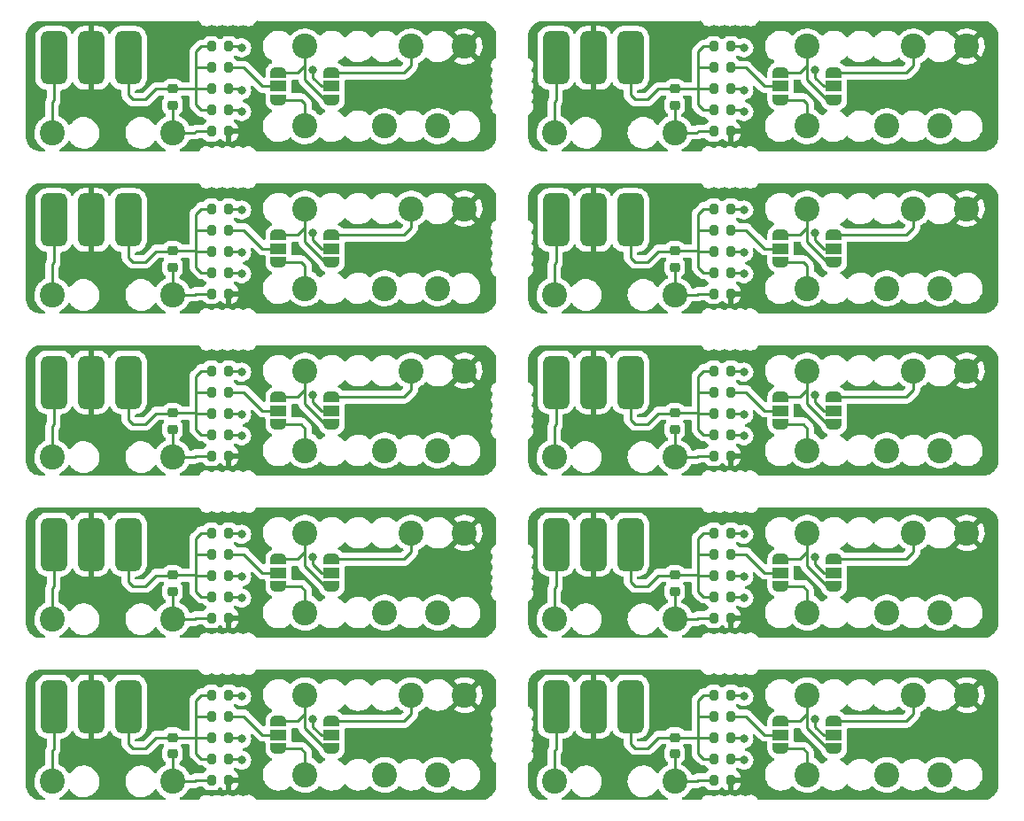
<source format=gtl>
G04 #@! TF.GenerationSoftware,KiCad,Pcbnew,(6.0.1)*
G04 #@! TF.CreationDate,2022-01-26T16:15:34+01:00*
G04 #@! TF.ProjectId,atari-junior-av-mod,61746172-692d-46a7-956e-696f722d6176,rev?*
G04 #@! TF.SameCoordinates,PX5edde38PY83caa5c*
G04 #@! TF.FileFunction,Copper,L1,Top*
G04 #@! TF.FilePolarity,Positive*
%FSLAX46Y46*%
G04 Gerber Fmt 4.6, Leading zero omitted, Abs format (unit mm)*
G04 Created by KiCad (PCBNEW (6.0.1)) date 2022-01-26 16:15:34*
%MOMM*%
%LPD*%
G01*
G04 APERTURE LIST*
G04 Aperture macros list*
%AMRoundRect*
0 Rectangle with rounded corners*
0 $1 Rounding radius*
0 $2 $3 $4 $5 $6 $7 $8 $9 X,Y pos of 4 corners*
0 Add a 4 corners polygon primitive as box body*
4,1,4,$2,$3,$4,$5,$6,$7,$8,$9,$2,$3,0*
0 Add four circle primitives for the rounded corners*
1,1,$1+$1,$2,$3*
1,1,$1+$1,$4,$5*
1,1,$1+$1,$6,$7*
1,1,$1+$1,$8,$9*
0 Add four rect primitives between the rounded corners*
20,1,$1+$1,$2,$3,$4,$5,0*
20,1,$1+$1,$4,$5,$6,$7,0*
20,1,$1+$1,$6,$7,$8,$9,0*
20,1,$1+$1,$8,$9,$2,$3,0*%
%AMFreePoly0*
4,1,20,0.000000,0.744959,0.073905,0.744508,0.209726,0.703889,0.328688,0.626782,0.421226,0.519385,0.479903,0.390333,0.500000,0.250000,0.500000,-0.250000,0.499851,-0.262216,0.476331,-0.402017,0.414519,-0.529596,0.319384,-0.634700,0.198574,-0.708877,0.061801,-0.746166,0.000000,-0.745033,0.000000,-0.750000,-0.550000,-0.750000,-0.550000,0.750000,0.000000,0.750000,0.000000,0.744959,
0.000000,0.744959,$1*%
%AMFreePoly1*
4,1,22,0.550000,-0.750000,0.000000,-0.750000,0.000000,-0.745033,-0.079941,-0.743568,-0.215256,-0.701293,-0.333266,-0.622738,-0.424486,-0.514219,-0.481581,-0.384460,-0.499164,-0.250000,-0.500000,-0.250000,-0.500000,0.250000,-0.499164,0.250000,-0.499963,0.256109,-0.478152,0.396186,-0.417904,0.524511,-0.324060,0.630769,-0.204165,0.706417,-0.067858,0.745374,0.000000,0.744959,0.000000,0.750000,
0.550000,0.750000,0.550000,-0.750000,0.550000,-0.750000,$1*%
G04 Aperture macros list end*
G04 #@! TA.AperFunction,SMDPad,CuDef*
%ADD10RoundRect,0.200000X0.200000X0.275000X-0.200000X0.275000X-0.200000X-0.275000X0.200000X-0.275000X0*%
G04 #@! TD*
G04 #@! TA.AperFunction,ComponentPad*
%ADD11C,2.400000*%
G04 #@! TD*
G04 #@! TA.AperFunction,SMDPad,CuDef*
%ADD12RoundRect,0.635000X-0.635000X-1.905000X0.635000X-1.905000X0.635000X1.905000X-0.635000X1.905000X0*%
G04 #@! TD*
G04 #@! TA.AperFunction,SMDPad,CuDef*
%ADD13FreePoly0,90.000000*%
G04 #@! TD*
G04 #@! TA.AperFunction,SMDPad,CuDef*
%ADD14R,1.500000X1.000000*%
G04 #@! TD*
G04 #@! TA.AperFunction,SMDPad,CuDef*
%ADD15FreePoly1,90.000000*%
G04 #@! TD*
G04 #@! TA.AperFunction,SMDPad,CuDef*
%ADD16RoundRect,0.225000X-0.250000X0.225000X-0.250000X-0.225000X0.250000X-0.225000X0.250000X0.225000X0*%
G04 #@! TD*
G04 #@! TA.AperFunction,ViaPad*
%ADD17C,1.600000*%
G04 #@! TD*
G04 #@! TA.AperFunction,ViaPad*
%ADD18C,0.800000*%
G04 #@! TD*
G04 #@! TA.AperFunction,Conductor*
%ADD19C,0.250000*%
G04 #@! TD*
G04 APERTURE END LIST*
D10*
G04 #@! TO.P,R1,2*
G04 #@! TO.N,Net-(C1-Pad1)*
X66262000Y17550000D03*
G04 #@! TO.P,R1,1*
G04 #@! TO.N,/Lum0*
X67912000Y17550000D03*
G04 #@! TD*
D11*
G04 #@! TO.P,Pad4,1,Pin_1*
G04 #@! TO.N,/Audio*
X51045000Y9295000D03*
G04 #@! TD*
D12*
G04 #@! TO.P,Pad2,1,Pin_1*
G04 #@! TO.N,GND*
X54756000Y16450000D03*
G04 #@! TD*
D13*
G04 #@! TO.P,JP2,3,B*
G04 #@! TO.N,Net-(JP1-Pad1)*
X72675000Y15040000D03*
D14*
G04 #@! TO.P,JP2,2,C*
G04 #@! TO.N,/Lum2*
X72675000Y13740000D03*
D15*
G04 #@! TO.P,JP2,1,A*
G04 #@! TO.N,Net-(JP2-Pad1)*
X72675000Y12440000D03*
G04 #@! TD*
D16*
G04 #@! TO.P,C1,2*
G04 #@! TO.N,/Color*
X62545000Y11949000D03*
G04 #@! TO.P,C1,1*
G04 #@! TO.N,Net-(C1-Pad1)*
X62545000Y13499000D03*
G04 #@! TD*
D11*
G04 #@! TO.P,Pad8,1,Pin_1*
G04 #@! TO.N,Net-(JP1-Pad1)*
X75215000Y17550000D03*
G04 #@! TD*
G04 #@! TO.P,Pad9,1,Pin_1*
G04 #@! TO.N,Net-(JP2-Pad1)*
X75215000Y9930000D03*
G04 #@! TD*
D10*
G04 #@! TO.P,R5,2*
G04 #@! TO.N,/Color*
X66262000Y9422000D03*
G04 #@! TO.P,R5,1*
G04 #@! TO.N,GND*
X67912000Y9422000D03*
G04 #@! TD*
D11*
G04 #@! TO.P,Pad6,1,Pin_1*
G04 #@! TO.N,/Sync*
X82835000Y9930000D03*
G04 #@! TD*
G04 #@! TO.P,Pad5,1,Pin_1*
G04 #@! TO.N,/Lum1*
X87915000Y9930000D03*
G04 #@! TD*
G04 #@! TO.P,Pad10,1,Pin_1*
G04 #@! TO.N,/Color*
X62545000Y9295000D03*
G04 #@! TD*
G04 #@! TO.P,Pad11,1,Pin_1*
G04 #@! TO.N,GND*
X90455000Y17550000D03*
G04 #@! TD*
D10*
G04 #@! TO.P,R3,2*
G04 #@! TO.N,Net-(C1-Pad1)*
X66262000Y11454000D03*
G04 #@! TO.P,R3,1*
G04 #@! TO.N,/Sync*
X67912000Y11454000D03*
G04 #@! TD*
D12*
G04 #@! TO.P,Pad3,1,Pin_1*
G04 #@! TO.N,Net-(C1-Pad1)*
X58312000Y16450000D03*
G04 #@! TD*
D10*
G04 #@! TO.P,R2,1*
G04 #@! TO.N,/Lum1*
X67912000Y13486000D03*
G04 #@! TO.P,R2,2*
G04 #@! TO.N,Net-(C1-Pad1)*
X66262000Y13486000D03*
G04 #@! TD*
G04 #@! TO.P,R4,2*
G04 #@! TO.N,Net-(C1-Pad1)*
X66262000Y15518000D03*
G04 #@! TO.P,R4,1*
G04 #@! TO.N,/Lum2*
X67912000Y15518000D03*
G04 #@! TD*
D12*
G04 #@! TO.P,Pad1,1,Pin_1*
G04 #@! TO.N,/Audio*
X51200000Y16450000D03*
G04 #@! TD*
D11*
G04 #@! TO.P,Pad7,1,Pin_1*
G04 #@! TO.N,Net-(JP1-Pad3)*
X85375000Y17550000D03*
G04 #@! TD*
D13*
G04 #@! TO.P,JP1,3,B*
G04 #@! TO.N,Net-(JP1-Pad3)*
X77755000Y15040000D03*
D14*
G04 #@! TO.P,JP1,2,C*
G04 #@! TO.N,/Lum0*
X77755000Y13740000D03*
D15*
G04 #@! TO.P,JP1,1,A*
G04 #@! TO.N,Net-(JP1-Pad1)*
X77755000Y12440000D03*
G04 #@! TD*
D10*
G04 #@! TO.P,R1,2*
G04 #@! TO.N,Net-(C1-Pad1)*
X18262000Y17550000D03*
G04 #@! TO.P,R1,1*
G04 #@! TO.N,/Lum0*
X19912000Y17550000D03*
G04 #@! TD*
D11*
G04 #@! TO.P,Pad4,1,Pin_1*
G04 #@! TO.N,/Audio*
X3045000Y9295000D03*
G04 #@! TD*
D12*
G04 #@! TO.P,Pad2,1,Pin_1*
G04 #@! TO.N,GND*
X6756000Y16450000D03*
G04 #@! TD*
D13*
G04 #@! TO.P,JP2,3,B*
G04 #@! TO.N,Net-(JP1-Pad1)*
X24675000Y15040000D03*
D14*
G04 #@! TO.P,JP2,2,C*
G04 #@! TO.N,/Lum2*
X24675000Y13740000D03*
D15*
G04 #@! TO.P,JP2,1,A*
G04 #@! TO.N,Net-(JP2-Pad1)*
X24675000Y12440000D03*
G04 #@! TD*
D16*
G04 #@! TO.P,C1,2*
G04 #@! TO.N,/Color*
X14545000Y11949000D03*
G04 #@! TO.P,C1,1*
G04 #@! TO.N,Net-(C1-Pad1)*
X14545000Y13499000D03*
G04 #@! TD*
D11*
G04 #@! TO.P,Pad8,1,Pin_1*
G04 #@! TO.N,Net-(JP1-Pad1)*
X27215000Y17550000D03*
G04 #@! TD*
G04 #@! TO.P,Pad9,1,Pin_1*
G04 #@! TO.N,Net-(JP2-Pad1)*
X27215000Y9930000D03*
G04 #@! TD*
D10*
G04 #@! TO.P,R5,2*
G04 #@! TO.N,/Color*
X18262000Y9422000D03*
G04 #@! TO.P,R5,1*
G04 #@! TO.N,GND*
X19912000Y9422000D03*
G04 #@! TD*
D11*
G04 #@! TO.P,Pad6,1,Pin_1*
G04 #@! TO.N,/Sync*
X34835000Y9930000D03*
G04 #@! TD*
G04 #@! TO.P,Pad5,1,Pin_1*
G04 #@! TO.N,/Lum1*
X39915000Y9930000D03*
G04 #@! TD*
G04 #@! TO.P,Pad10,1,Pin_1*
G04 #@! TO.N,/Color*
X14545000Y9295000D03*
G04 #@! TD*
G04 #@! TO.P,Pad11,1,Pin_1*
G04 #@! TO.N,GND*
X42455000Y17550000D03*
G04 #@! TD*
D10*
G04 #@! TO.P,R3,2*
G04 #@! TO.N,Net-(C1-Pad1)*
X18262000Y11454000D03*
G04 #@! TO.P,R3,1*
G04 #@! TO.N,/Sync*
X19912000Y11454000D03*
G04 #@! TD*
D12*
G04 #@! TO.P,Pad3,1,Pin_1*
G04 #@! TO.N,Net-(C1-Pad1)*
X10312000Y16450000D03*
G04 #@! TD*
D10*
G04 #@! TO.P,R2,1*
G04 #@! TO.N,/Lum1*
X19912000Y13486000D03*
G04 #@! TO.P,R2,2*
G04 #@! TO.N,Net-(C1-Pad1)*
X18262000Y13486000D03*
G04 #@! TD*
G04 #@! TO.P,R4,2*
G04 #@! TO.N,Net-(C1-Pad1)*
X18262000Y15518000D03*
G04 #@! TO.P,R4,1*
G04 #@! TO.N,/Lum2*
X19912000Y15518000D03*
G04 #@! TD*
D12*
G04 #@! TO.P,Pad1,1,Pin_1*
G04 #@! TO.N,/Audio*
X3200000Y16450000D03*
G04 #@! TD*
D11*
G04 #@! TO.P,Pad7,1,Pin_1*
G04 #@! TO.N,Net-(JP1-Pad3)*
X37375000Y17550000D03*
G04 #@! TD*
D13*
G04 #@! TO.P,JP1,3,B*
G04 #@! TO.N,Net-(JP1-Pad3)*
X29755000Y15040000D03*
D14*
G04 #@! TO.P,JP1,2,C*
G04 #@! TO.N,/Lum0*
X29755000Y13740000D03*
D15*
G04 #@! TO.P,JP1,1,A*
G04 #@! TO.N,Net-(JP1-Pad1)*
X29755000Y12440000D03*
G04 #@! TD*
D10*
G04 #@! TO.P,R1,2*
G04 #@! TO.N,Net-(C1-Pad1)*
X66262000Y33050000D03*
G04 #@! TO.P,R1,1*
G04 #@! TO.N,/Lum0*
X67912000Y33050000D03*
G04 #@! TD*
D11*
G04 #@! TO.P,Pad4,1,Pin_1*
G04 #@! TO.N,/Audio*
X51045000Y24795000D03*
G04 #@! TD*
D12*
G04 #@! TO.P,Pad2,1,Pin_1*
G04 #@! TO.N,GND*
X54756000Y31950000D03*
G04 #@! TD*
D13*
G04 #@! TO.P,JP2,3,B*
G04 #@! TO.N,Net-(JP1-Pad1)*
X72675000Y30540000D03*
D14*
G04 #@! TO.P,JP2,2,C*
G04 #@! TO.N,/Lum2*
X72675000Y29240000D03*
D15*
G04 #@! TO.P,JP2,1,A*
G04 #@! TO.N,Net-(JP2-Pad1)*
X72675000Y27940000D03*
G04 #@! TD*
D16*
G04 #@! TO.P,C1,2*
G04 #@! TO.N,/Color*
X62545000Y27449000D03*
G04 #@! TO.P,C1,1*
G04 #@! TO.N,Net-(C1-Pad1)*
X62545000Y28999000D03*
G04 #@! TD*
D11*
G04 #@! TO.P,Pad8,1,Pin_1*
G04 #@! TO.N,Net-(JP1-Pad1)*
X75215000Y33050000D03*
G04 #@! TD*
G04 #@! TO.P,Pad9,1,Pin_1*
G04 #@! TO.N,Net-(JP2-Pad1)*
X75215000Y25430000D03*
G04 #@! TD*
D10*
G04 #@! TO.P,R5,2*
G04 #@! TO.N,/Color*
X66262000Y24922000D03*
G04 #@! TO.P,R5,1*
G04 #@! TO.N,GND*
X67912000Y24922000D03*
G04 #@! TD*
D11*
G04 #@! TO.P,Pad6,1,Pin_1*
G04 #@! TO.N,/Sync*
X82835000Y25430000D03*
G04 #@! TD*
G04 #@! TO.P,Pad5,1,Pin_1*
G04 #@! TO.N,/Lum1*
X87915000Y25430000D03*
G04 #@! TD*
G04 #@! TO.P,Pad10,1,Pin_1*
G04 #@! TO.N,/Color*
X62545000Y24795000D03*
G04 #@! TD*
G04 #@! TO.P,Pad11,1,Pin_1*
G04 #@! TO.N,GND*
X90455000Y33050000D03*
G04 #@! TD*
D10*
G04 #@! TO.P,R3,2*
G04 #@! TO.N,Net-(C1-Pad1)*
X66262000Y26954000D03*
G04 #@! TO.P,R3,1*
G04 #@! TO.N,/Sync*
X67912000Y26954000D03*
G04 #@! TD*
D12*
G04 #@! TO.P,Pad3,1,Pin_1*
G04 #@! TO.N,Net-(C1-Pad1)*
X58312000Y31950000D03*
G04 #@! TD*
D10*
G04 #@! TO.P,R2,1*
G04 #@! TO.N,/Lum1*
X67912000Y28986000D03*
G04 #@! TO.P,R2,2*
G04 #@! TO.N,Net-(C1-Pad1)*
X66262000Y28986000D03*
G04 #@! TD*
G04 #@! TO.P,R4,2*
G04 #@! TO.N,Net-(C1-Pad1)*
X66262000Y31018000D03*
G04 #@! TO.P,R4,1*
G04 #@! TO.N,/Lum2*
X67912000Y31018000D03*
G04 #@! TD*
D12*
G04 #@! TO.P,Pad1,1,Pin_1*
G04 #@! TO.N,/Audio*
X51200000Y31950000D03*
G04 #@! TD*
D11*
G04 #@! TO.P,Pad7,1,Pin_1*
G04 #@! TO.N,Net-(JP1-Pad3)*
X85375000Y33050000D03*
G04 #@! TD*
D13*
G04 #@! TO.P,JP1,3,B*
G04 #@! TO.N,Net-(JP1-Pad3)*
X77755000Y30540000D03*
D14*
G04 #@! TO.P,JP1,2,C*
G04 #@! TO.N,/Lum0*
X77755000Y29240000D03*
D15*
G04 #@! TO.P,JP1,1,A*
G04 #@! TO.N,Net-(JP1-Pad1)*
X77755000Y27940000D03*
G04 #@! TD*
D10*
G04 #@! TO.P,R1,2*
G04 #@! TO.N,Net-(C1-Pad1)*
X18262000Y33050000D03*
G04 #@! TO.P,R1,1*
G04 #@! TO.N,/Lum0*
X19912000Y33050000D03*
G04 #@! TD*
D11*
G04 #@! TO.P,Pad4,1,Pin_1*
G04 #@! TO.N,/Audio*
X3045000Y24795000D03*
G04 #@! TD*
D12*
G04 #@! TO.P,Pad2,1,Pin_1*
G04 #@! TO.N,GND*
X6756000Y31950000D03*
G04 #@! TD*
D13*
G04 #@! TO.P,JP2,3,B*
G04 #@! TO.N,Net-(JP1-Pad1)*
X24675000Y30540000D03*
D14*
G04 #@! TO.P,JP2,2,C*
G04 #@! TO.N,/Lum2*
X24675000Y29240000D03*
D15*
G04 #@! TO.P,JP2,1,A*
G04 #@! TO.N,Net-(JP2-Pad1)*
X24675000Y27940000D03*
G04 #@! TD*
D16*
G04 #@! TO.P,C1,2*
G04 #@! TO.N,/Color*
X14545000Y27449000D03*
G04 #@! TO.P,C1,1*
G04 #@! TO.N,Net-(C1-Pad1)*
X14545000Y28999000D03*
G04 #@! TD*
D11*
G04 #@! TO.P,Pad8,1,Pin_1*
G04 #@! TO.N,Net-(JP1-Pad1)*
X27215000Y33050000D03*
G04 #@! TD*
G04 #@! TO.P,Pad9,1,Pin_1*
G04 #@! TO.N,Net-(JP2-Pad1)*
X27215000Y25430000D03*
G04 #@! TD*
D10*
G04 #@! TO.P,R5,2*
G04 #@! TO.N,/Color*
X18262000Y24922000D03*
G04 #@! TO.P,R5,1*
G04 #@! TO.N,GND*
X19912000Y24922000D03*
G04 #@! TD*
D11*
G04 #@! TO.P,Pad6,1,Pin_1*
G04 #@! TO.N,/Sync*
X34835000Y25430000D03*
G04 #@! TD*
G04 #@! TO.P,Pad5,1,Pin_1*
G04 #@! TO.N,/Lum1*
X39915000Y25430000D03*
G04 #@! TD*
G04 #@! TO.P,Pad10,1,Pin_1*
G04 #@! TO.N,/Color*
X14545000Y24795000D03*
G04 #@! TD*
G04 #@! TO.P,Pad11,1,Pin_1*
G04 #@! TO.N,GND*
X42455000Y33050000D03*
G04 #@! TD*
D10*
G04 #@! TO.P,R3,2*
G04 #@! TO.N,Net-(C1-Pad1)*
X18262000Y26954000D03*
G04 #@! TO.P,R3,1*
G04 #@! TO.N,/Sync*
X19912000Y26954000D03*
G04 #@! TD*
D12*
G04 #@! TO.P,Pad3,1,Pin_1*
G04 #@! TO.N,Net-(C1-Pad1)*
X10312000Y31950000D03*
G04 #@! TD*
D10*
G04 #@! TO.P,R2,1*
G04 #@! TO.N,/Lum1*
X19912000Y28986000D03*
G04 #@! TO.P,R2,2*
G04 #@! TO.N,Net-(C1-Pad1)*
X18262000Y28986000D03*
G04 #@! TD*
G04 #@! TO.P,R4,2*
G04 #@! TO.N,Net-(C1-Pad1)*
X18262000Y31018000D03*
G04 #@! TO.P,R4,1*
G04 #@! TO.N,/Lum2*
X19912000Y31018000D03*
G04 #@! TD*
D12*
G04 #@! TO.P,Pad1,1,Pin_1*
G04 #@! TO.N,/Audio*
X3200000Y31950000D03*
G04 #@! TD*
D11*
G04 #@! TO.P,Pad7,1,Pin_1*
G04 #@! TO.N,Net-(JP1-Pad3)*
X37375000Y33050000D03*
G04 #@! TD*
D13*
G04 #@! TO.P,JP1,3,B*
G04 #@! TO.N,Net-(JP1-Pad3)*
X29755000Y30540000D03*
D14*
G04 #@! TO.P,JP1,2,C*
G04 #@! TO.N,/Lum0*
X29755000Y29240000D03*
D15*
G04 #@! TO.P,JP1,1,A*
G04 #@! TO.N,Net-(JP1-Pad1)*
X29755000Y27940000D03*
G04 #@! TD*
D10*
G04 #@! TO.P,R1,2*
G04 #@! TO.N,Net-(C1-Pad1)*
X66262000Y48550000D03*
G04 #@! TO.P,R1,1*
G04 #@! TO.N,/Lum0*
X67912000Y48550000D03*
G04 #@! TD*
D11*
G04 #@! TO.P,Pad4,1,Pin_1*
G04 #@! TO.N,/Audio*
X51045000Y40295000D03*
G04 #@! TD*
D12*
G04 #@! TO.P,Pad2,1,Pin_1*
G04 #@! TO.N,GND*
X54756000Y47450000D03*
G04 #@! TD*
D13*
G04 #@! TO.P,JP2,3,B*
G04 #@! TO.N,Net-(JP1-Pad1)*
X72675000Y46040000D03*
D14*
G04 #@! TO.P,JP2,2,C*
G04 #@! TO.N,/Lum2*
X72675000Y44740000D03*
D15*
G04 #@! TO.P,JP2,1,A*
G04 #@! TO.N,Net-(JP2-Pad1)*
X72675000Y43440000D03*
G04 #@! TD*
D16*
G04 #@! TO.P,C1,2*
G04 #@! TO.N,/Color*
X62545000Y42949000D03*
G04 #@! TO.P,C1,1*
G04 #@! TO.N,Net-(C1-Pad1)*
X62545000Y44499000D03*
G04 #@! TD*
D11*
G04 #@! TO.P,Pad8,1,Pin_1*
G04 #@! TO.N,Net-(JP1-Pad1)*
X75215000Y48550000D03*
G04 #@! TD*
G04 #@! TO.P,Pad9,1,Pin_1*
G04 #@! TO.N,Net-(JP2-Pad1)*
X75215000Y40930000D03*
G04 #@! TD*
D10*
G04 #@! TO.P,R5,2*
G04 #@! TO.N,/Color*
X66262000Y40422000D03*
G04 #@! TO.P,R5,1*
G04 #@! TO.N,GND*
X67912000Y40422000D03*
G04 #@! TD*
D11*
G04 #@! TO.P,Pad6,1,Pin_1*
G04 #@! TO.N,/Sync*
X82835000Y40930000D03*
G04 #@! TD*
G04 #@! TO.P,Pad5,1,Pin_1*
G04 #@! TO.N,/Lum1*
X87915000Y40930000D03*
G04 #@! TD*
G04 #@! TO.P,Pad10,1,Pin_1*
G04 #@! TO.N,/Color*
X62545000Y40295000D03*
G04 #@! TD*
G04 #@! TO.P,Pad11,1,Pin_1*
G04 #@! TO.N,GND*
X90455000Y48550000D03*
G04 #@! TD*
D10*
G04 #@! TO.P,R3,2*
G04 #@! TO.N,Net-(C1-Pad1)*
X66262000Y42454000D03*
G04 #@! TO.P,R3,1*
G04 #@! TO.N,/Sync*
X67912000Y42454000D03*
G04 #@! TD*
D12*
G04 #@! TO.P,Pad3,1,Pin_1*
G04 #@! TO.N,Net-(C1-Pad1)*
X58312000Y47450000D03*
G04 #@! TD*
D10*
G04 #@! TO.P,R2,1*
G04 #@! TO.N,/Lum1*
X67912000Y44486000D03*
G04 #@! TO.P,R2,2*
G04 #@! TO.N,Net-(C1-Pad1)*
X66262000Y44486000D03*
G04 #@! TD*
G04 #@! TO.P,R4,2*
G04 #@! TO.N,Net-(C1-Pad1)*
X66262000Y46518000D03*
G04 #@! TO.P,R4,1*
G04 #@! TO.N,/Lum2*
X67912000Y46518000D03*
G04 #@! TD*
D12*
G04 #@! TO.P,Pad1,1,Pin_1*
G04 #@! TO.N,/Audio*
X51200000Y47450000D03*
G04 #@! TD*
D11*
G04 #@! TO.P,Pad7,1,Pin_1*
G04 #@! TO.N,Net-(JP1-Pad3)*
X85375000Y48550000D03*
G04 #@! TD*
D13*
G04 #@! TO.P,JP1,3,B*
G04 #@! TO.N,Net-(JP1-Pad3)*
X77755000Y46040000D03*
D14*
G04 #@! TO.P,JP1,2,C*
G04 #@! TO.N,/Lum0*
X77755000Y44740000D03*
D15*
G04 #@! TO.P,JP1,1,A*
G04 #@! TO.N,Net-(JP1-Pad1)*
X77755000Y43440000D03*
G04 #@! TD*
D10*
G04 #@! TO.P,R1,2*
G04 #@! TO.N,Net-(C1-Pad1)*
X18262000Y48550000D03*
G04 #@! TO.P,R1,1*
G04 #@! TO.N,/Lum0*
X19912000Y48550000D03*
G04 #@! TD*
D11*
G04 #@! TO.P,Pad4,1,Pin_1*
G04 #@! TO.N,/Audio*
X3045000Y40295000D03*
G04 #@! TD*
D12*
G04 #@! TO.P,Pad2,1,Pin_1*
G04 #@! TO.N,GND*
X6756000Y47450000D03*
G04 #@! TD*
D13*
G04 #@! TO.P,JP2,3,B*
G04 #@! TO.N,Net-(JP1-Pad1)*
X24675000Y46040000D03*
D14*
G04 #@! TO.P,JP2,2,C*
G04 #@! TO.N,/Lum2*
X24675000Y44740000D03*
D15*
G04 #@! TO.P,JP2,1,A*
G04 #@! TO.N,Net-(JP2-Pad1)*
X24675000Y43440000D03*
G04 #@! TD*
D16*
G04 #@! TO.P,C1,2*
G04 #@! TO.N,/Color*
X14545000Y42949000D03*
G04 #@! TO.P,C1,1*
G04 #@! TO.N,Net-(C1-Pad1)*
X14545000Y44499000D03*
G04 #@! TD*
D11*
G04 #@! TO.P,Pad8,1,Pin_1*
G04 #@! TO.N,Net-(JP1-Pad1)*
X27215000Y48550000D03*
G04 #@! TD*
G04 #@! TO.P,Pad9,1,Pin_1*
G04 #@! TO.N,Net-(JP2-Pad1)*
X27215000Y40930000D03*
G04 #@! TD*
D10*
G04 #@! TO.P,R5,2*
G04 #@! TO.N,/Color*
X18262000Y40422000D03*
G04 #@! TO.P,R5,1*
G04 #@! TO.N,GND*
X19912000Y40422000D03*
G04 #@! TD*
D11*
G04 #@! TO.P,Pad6,1,Pin_1*
G04 #@! TO.N,/Sync*
X34835000Y40930000D03*
G04 #@! TD*
G04 #@! TO.P,Pad5,1,Pin_1*
G04 #@! TO.N,/Lum1*
X39915000Y40930000D03*
G04 #@! TD*
G04 #@! TO.P,Pad10,1,Pin_1*
G04 #@! TO.N,/Color*
X14545000Y40295000D03*
G04 #@! TD*
G04 #@! TO.P,Pad11,1,Pin_1*
G04 #@! TO.N,GND*
X42455000Y48550000D03*
G04 #@! TD*
D10*
G04 #@! TO.P,R3,2*
G04 #@! TO.N,Net-(C1-Pad1)*
X18262000Y42454000D03*
G04 #@! TO.P,R3,1*
G04 #@! TO.N,/Sync*
X19912000Y42454000D03*
G04 #@! TD*
D12*
G04 #@! TO.P,Pad3,1,Pin_1*
G04 #@! TO.N,Net-(C1-Pad1)*
X10312000Y47450000D03*
G04 #@! TD*
D10*
G04 #@! TO.P,R2,1*
G04 #@! TO.N,/Lum1*
X19912000Y44486000D03*
G04 #@! TO.P,R2,2*
G04 #@! TO.N,Net-(C1-Pad1)*
X18262000Y44486000D03*
G04 #@! TD*
G04 #@! TO.P,R4,2*
G04 #@! TO.N,Net-(C1-Pad1)*
X18262000Y46518000D03*
G04 #@! TO.P,R4,1*
G04 #@! TO.N,/Lum2*
X19912000Y46518000D03*
G04 #@! TD*
D12*
G04 #@! TO.P,Pad1,1,Pin_1*
G04 #@! TO.N,/Audio*
X3200000Y47450000D03*
G04 #@! TD*
D11*
G04 #@! TO.P,Pad7,1,Pin_1*
G04 #@! TO.N,Net-(JP1-Pad3)*
X37375000Y48550000D03*
G04 #@! TD*
D13*
G04 #@! TO.P,JP1,3,B*
G04 #@! TO.N,Net-(JP1-Pad3)*
X29755000Y46040000D03*
D14*
G04 #@! TO.P,JP1,2,C*
G04 #@! TO.N,/Lum0*
X29755000Y44740000D03*
D15*
G04 #@! TO.P,JP1,1,A*
G04 #@! TO.N,Net-(JP1-Pad1)*
X29755000Y43440000D03*
G04 #@! TD*
D10*
G04 #@! TO.P,R1,2*
G04 #@! TO.N,Net-(C1-Pad1)*
X66262000Y64050000D03*
G04 #@! TO.P,R1,1*
G04 #@! TO.N,/Lum0*
X67912000Y64050000D03*
G04 #@! TD*
D11*
G04 #@! TO.P,Pad4,1,Pin_1*
G04 #@! TO.N,/Audio*
X51045000Y55795000D03*
G04 #@! TD*
D12*
G04 #@! TO.P,Pad2,1,Pin_1*
G04 #@! TO.N,GND*
X54756000Y62950000D03*
G04 #@! TD*
D13*
G04 #@! TO.P,JP2,3,B*
G04 #@! TO.N,Net-(JP1-Pad1)*
X72675000Y61540000D03*
D14*
G04 #@! TO.P,JP2,2,C*
G04 #@! TO.N,/Lum2*
X72675000Y60240000D03*
D15*
G04 #@! TO.P,JP2,1,A*
G04 #@! TO.N,Net-(JP2-Pad1)*
X72675000Y58940000D03*
G04 #@! TD*
D16*
G04 #@! TO.P,C1,2*
G04 #@! TO.N,/Color*
X62545000Y58449000D03*
G04 #@! TO.P,C1,1*
G04 #@! TO.N,Net-(C1-Pad1)*
X62545000Y59999000D03*
G04 #@! TD*
D11*
G04 #@! TO.P,Pad8,1,Pin_1*
G04 #@! TO.N,Net-(JP1-Pad1)*
X75215000Y64050000D03*
G04 #@! TD*
G04 #@! TO.P,Pad9,1,Pin_1*
G04 #@! TO.N,Net-(JP2-Pad1)*
X75215000Y56430000D03*
G04 #@! TD*
D10*
G04 #@! TO.P,R5,2*
G04 #@! TO.N,/Color*
X66262000Y55922000D03*
G04 #@! TO.P,R5,1*
G04 #@! TO.N,GND*
X67912000Y55922000D03*
G04 #@! TD*
D11*
G04 #@! TO.P,Pad6,1,Pin_1*
G04 #@! TO.N,/Sync*
X82835000Y56430000D03*
G04 #@! TD*
G04 #@! TO.P,Pad5,1,Pin_1*
G04 #@! TO.N,/Lum1*
X87915000Y56430000D03*
G04 #@! TD*
G04 #@! TO.P,Pad10,1,Pin_1*
G04 #@! TO.N,/Color*
X62545000Y55795000D03*
G04 #@! TD*
G04 #@! TO.P,Pad11,1,Pin_1*
G04 #@! TO.N,GND*
X90455000Y64050000D03*
G04 #@! TD*
D10*
G04 #@! TO.P,R3,2*
G04 #@! TO.N,Net-(C1-Pad1)*
X66262000Y57954000D03*
G04 #@! TO.P,R3,1*
G04 #@! TO.N,/Sync*
X67912000Y57954000D03*
G04 #@! TD*
D12*
G04 #@! TO.P,Pad3,1,Pin_1*
G04 #@! TO.N,Net-(C1-Pad1)*
X58312000Y62950000D03*
G04 #@! TD*
D10*
G04 #@! TO.P,R2,1*
G04 #@! TO.N,/Lum1*
X67912000Y59986000D03*
G04 #@! TO.P,R2,2*
G04 #@! TO.N,Net-(C1-Pad1)*
X66262000Y59986000D03*
G04 #@! TD*
G04 #@! TO.P,R4,2*
G04 #@! TO.N,Net-(C1-Pad1)*
X66262000Y62018000D03*
G04 #@! TO.P,R4,1*
G04 #@! TO.N,/Lum2*
X67912000Y62018000D03*
G04 #@! TD*
D12*
G04 #@! TO.P,Pad1,1,Pin_1*
G04 #@! TO.N,/Audio*
X51200000Y62950000D03*
G04 #@! TD*
D11*
G04 #@! TO.P,Pad7,1,Pin_1*
G04 #@! TO.N,Net-(JP1-Pad3)*
X85375000Y64050000D03*
G04 #@! TD*
D13*
G04 #@! TO.P,JP1,3,B*
G04 #@! TO.N,Net-(JP1-Pad3)*
X77755000Y61540000D03*
D14*
G04 #@! TO.P,JP1,2,C*
G04 #@! TO.N,/Lum0*
X77755000Y60240000D03*
D15*
G04 #@! TO.P,JP1,1,A*
G04 #@! TO.N,Net-(JP1-Pad1)*
X77755000Y58940000D03*
G04 #@! TD*
D10*
G04 #@! TO.P,R1,2*
G04 #@! TO.N,Net-(C1-Pad1)*
X18262000Y64050000D03*
G04 #@! TO.P,R1,1*
G04 #@! TO.N,/Lum0*
X19912000Y64050000D03*
G04 #@! TD*
D11*
G04 #@! TO.P,Pad4,1,Pin_1*
G04 #@! TO.N,/Audio*
X3045000Y55795000D03*
G04 #@! TD*
D12*
G04 #@! TO.P,Pad2,1,Pin_1*
G04 #@! TO.N,GND*
X6756000Y62950000D03*
G04 #@! TD*
D13*
G04 #@! TO.P,JP2,3,B*
G04 #@! TO.N,Net-(JP1-Pad1)*
X24675000Y61540000D03*
D14*
G04 #@! TO.P,JP2,2,C*
G04 #@! TO.N,/Lum2*
X24675000Y60240000D03*
D15*
G04 #@! TO.P,JP2,1,A*
G04 #@! TO.N,Net-(JP2-Pad1)*
X24675000Y58940000D03*
G04 #@! TD*
D16*
G04 #@! TO.P,C1,2*
G04 #@! TO.N,/Color*
X14545000Y58449000D03*
G04 #@! TO.P,C1,1*
G04 #@! TO.N,Net-(C1-Pad1)*
X14545000Y59999000D03*
G04 #@! TD*
D11*
G04 #@! TO.P,Pad8,1,Pin_1*
G04 #@! TO.N,Net-(JP1-Pad1)*
X27215000Y64050000D03*
G04 #@! TD*
G04 #@! TO.P,Pad9,1,Pin_1*
G04 #@! TO.N,Net-(JP2-Pad1)*
X27215000Y56430000D03*
G04 #@! TD*
D10*
G04 #@! TO.P,R5,2*
G04 #@! TO.N,/Color*
X18262000Y55922000D03*
G04 #@! TO.P,R5,1*
G04 #@! TO.N,GND*
X19912000Y55922000D03*
G04 #@! TD*
D11*
G04 #@! TO.P,Pad6,1,Pin_1*
G04 #@! TO.N,/Sync*
X34835000Y56430000D03*
G04 #@! TD*
G04 #@! TO.P,Pad5,1,Pin_1*
G04 #@! TO.N,/Lum1*
X39915000Y56430000D03*
G04 #@! TD*
G04 #@! TO.P,Pad10,1,Pin_1*
G04 #@! TO.N,/Color*
X14545000Y55795000D03*
G04 #@! TD*
G04 #@! TO.P,Pad11,1,Pin_1*
G04 #@! TO.N,GND*
X42455000Y64050000D03*
G04 #@! TD*
D10*
G04 #@! TO.P,R3,2*
G04 #@! TO.N,Net-(C1-Pad1)*
X18262000Y57954000D03*
G04 #@! TO.P,R3,1*
G04 #@! TO.N,/Sync*
X19912000Y57954000D03*
G04 #@! TD*
D12*
G04 #@! TO.P,Pad3,1,Pin_1*
G04 #@! TO.N,Net-(C1-Pad1)*
X10312000Y62950000D03*
G04 #@! TD*
D10*
G04 #@! TO.P,R2,1*
G04 #@! TO.N,/Lum1*
X19912000Y59986000D03*
G04 #@! TO.P,R2,2*
G04 #@! TO.N,Net-(C1-Pad1)*
X18262000Y59986000D03*
G04 #@! TD*
G04 #@! TO.P,R4,2*
G04 #@! TO.N,Net-(C1-Pad1)*
X18262000Y62018000D03*
G04 #@! TO.P,R4,1*
G04 #@! TO.N,/Lum2*
X19912000Y62018000D03*
G04 #@! TD*
D12*
G04 #@! TO.P,Pad1,1,Pin_1*
G04 #@! TO.N,/Audio*
X3200000Y62950000D03*
G04 #@! TD*
D11*
G04 #@! TO.P,Pad7,1,Pin_1*
G04 #@! TO.N,Net-(JP1-Pad3)*
X37375000Y64050000D03*
G04 #@! TD*
D13*
G04 #@! TO.P,JP1,3,B*
G04 #@! TO.N,Net-(JP1-Pad3)*
X29755000Y61540000D03*
D14*
G04 #@! TO.P,JP1,2,C*
G04 #@! TO.N,/Lum0*
X29755000Y60240000D03*
D15*
G04 #@! TO.P,JP1,1,A*
G04 #@! TO.N,Net-(JP1-Pad1)*
X29755000Y58940000D03*
G04 #@! TD*
D10*
G04 #@! TO.P,R1,2*
G04 #@! TO.N,Net-(C1-Pad1)*
X66262000Y79550000D03*
G04 #@! TO.P,R1,1*
G04 #@! TO.N,/Lum0*
X67912000Y79550000D03*
G04 #@! TD*
D11*
G04 #@! TO.P,Pad4,1,Pin_1*
G04 #@! TO.N,/Audio*
X51045000Y71295000D03*
G04 #@! TD*
D12*
G04 #@! TO.P,Pad2,1,Pin_1*
G04 #@! TO.N,GND*
X54756000Y78450000D03*
G04 #@! TD*
D13*
G04 #@! TO.P,JP2,3,B*
G04 #@! TO.N,Net-(JP1-Pad1)*
X72675000Y77040000D03*
D14*
G04 #@! TO.P,JP2,2,C*
G04 #@! TO.N,/Lum2*
X72675000Y75740000D03*
D15*
G04 #@! TO.P,JP2,1,A*
G04 #@! TO.N,Net-(JP2-Pad1)*
X72675000Y74440000D03*
G04 #@! TD*
D16*
G04 #@! TO.P,C1,2*
G04 #@! TO.N,/Color*
X62545000Y73949000D03*
G04 #@! TO.P,C1,1*
G04 #@! TO.N,Net-(C1-Pad1)*
X62545000Y75499000D03*
G04 #@! TD*
D11*
G04 #@! TO.P,Pad8,1,Pin_1*
G04 #@! TO.N,Net-(JP1-Pad1)*
X75215000Y79550000D03*
G04 #@! TD*
G04 #@! TO.P,Pad9,1,Pin_1*
G04 #@! TO.N,Net-(JP2-Pad1)*
X75215000Y71930000D03*
G04 #@! TD*
D10*
G04 #@! TO.P,R5,2*
G04 #@! TO.N,/Color*
X66262000Y71422000D03*
G04 #@! TO.P,R5,1*
G04 #@! TO.N,GND*
X67912000Y71422000D03*
G04 #@! TD*
D11*
G04 #@! TO.P,Pad6,1,Pin_1*
G04 #@! TO.N,/Sync*
X82835000Y71930000D03*
G04 #@! TD*
G04 #@! TO.P,Pad5,1,Pin_1*
G04 #@! TO.N,/Lum1*
X87915000Y71930000D03*
G04 #@! TD*
G04 #@! TO.P,Pad10,1,Pin_1*
G04 #@! TO.N,/Color*
X62545000Y71295000D03*
G04 #@! TD*
G04 #@! TO.P,Pad11,1,Pin_1*
G04 #@! TO.N,GND*
X90455000Y79550000D03*
G04 #@! TD*
D10*
G04 #@! TO.P,R3,2*
G04 #@! TO.N,Net-(C1-Pad1)*
X66262000Y73454000D03*
G04 #@! TO.P,R3,1*
G04 #@! TO.N,/Sync*
X67912000Y73454000D03*
G04 #@! TD*
D12*
G04 #@! TO.P,Pad3,1,Pin_1*
G04 #@! TO.N,Net-(C1-Pad1)*
X58312000Y78450000D03*
G04 #@! TD*
D10*
G04 #@! TO.P,R2,1*
G04 #@! TO.N,/Lum1*
X67912000Y75486000D03*
G04 #@! TO.P,R2,2*
G04 #@! TO.N,Net-(C1-Pad1)*
X66262000Y75486000D03*
G04 #@! TD*
G04 #@! TO.P,R4,2*
G04 #@! TO.N,Net-(C1-Pad1)*
X66262000Y77518000D03*
G04 #@! TO.P,R4,1*
G04 #@! TO.N,/Lum2*
X67912000Y77518000D03*
G04 #@! TD*
D12*
G04 #@! TO.P,Pad1,1,Pin_1*
G04 #@! TO.N,/Audio*
X51200000Y78450000D03*
G04 #@! TD*
D11*
G04 #@! TO.P,Pad7,1,Pin_1*
G04 #@! TO.N,Net-(JP1-Pad3)*
X85375000Y79550000D03*
G04 #@! TD*
D13*
G04 #@! TO.P,JP1,3,B*
G04 #@! TO.N,Net-(JP1-Pad3)*
X77755000Y77040000D03*
D14*
G04 #@! TO.P,JP1,2,C*
G04 #@! TO.N,/Lum0*
X77755000Y75740000D03*
D15*
G04 #@! TO.P,JP1,1,A*
G04 #@! TO.N,Net-(JP1-Pad1)*
X77755000Y74440000D03*
G04 #@! TD*
D12*
G04 #@! TO.P,Pad2,1,Pin_1*
G04 #@! TO.N,GND*
X6756000Y78450000D03*
G04 #@! TD*
D11*
G04 #@! TO.P,Pad4,1,Pin_1*
G04 #@! TO.N,/Audio*
X3045000Y71295000D03*
G04 #@! TD*
D10*
G04 #@! TO.P,R1,2*
G04 #@! TO.N,Net-(C1-Pad1)*
X18262000Y79550000D03*
G04 #@! TO.P,R1,1*
G04 #@! TO.N,/Lum0*
X19912000Y79550000D03*
G04 #@! TD*
G04 #@! TO.P,R2,1*
G04 #@! TO.N,/Lum1*
X19912000Y75486000D03*
G04 #@! TO.P,R2,2*
G04 #@! TO.N,Net-(C1-Pad1)*
X18262000Y75486000D03*
G04 #@! TD*
D12*
G04 #@! TO.P,Pad3,1,Pin_1*
G04 #@! TO.N,Net-(C1-Pad1)*
X10312000Y78450000D03*
G04 #@! TD*
D10*
G04 #@! TO.P,R3,2*
G04 #@! TO.N,Net-(C1-Pad1)*
X18262000Y73454000D03*
G04 #@! TO.P,R3,1*
G04 #@! TO.N,/Sync*
X19912000Y73454000D03*
G04 #@! TD*
D11*
G04 #@! TO.P,Pad11,1,Pin_1*
G04 #@! TO.N,GND*
X42455000Y79550000D03*
G04 #@! TD*
G04 #@! TO.P,Pad10,1,Pin_1*
G04 #@! TO.N,/Color*
X14545000Y71295000D03*
G04 #@! TD*
G04 #@! TO.P,Pad5,1,Pin_1*
G04 #@! TO.N,/Lum1*
X39915000Y71930000D03*
G04 #@! TD*
G04 #@! TO.P,Pad6,1,Pin_1*
G04 #@! TO.N,/Sync*
X34835000Y71930000D03*
G04 #@! TD*
D10*
G04 #@! TO.P,R5,2*
G04 #@! TO.N,/Color*
X18262000Y71422000D03*
G04 #@! TO.P,R5,1*
G04 #@! TO.N,GND*
X19912000Y71422000D03*
G04 #@! TD*
D11*
G04 #@! TO.P,Pad9,1,Pin_1*
G04 #@! TO.N,Net-(JP2-Pad1)*
X27215000Y71930000D03*
G04 #@! TD*
G04 #@! TO.P,Pad8,1,Pin_1*
G04 #@! TO.N,Net-(JP1-Pad1)*
X27215000Y79550000D03*
G04 #@! TD*
D16*
G04 #@! TO.P,C1,2*
G04 #@! TO.N,/Color*
X14545000Y73949000D03*
G04 #@! TO.P,C1,1*
G04 #@! TO.N,Net-(C1-Pad1)*
X14545000Y75499000D03*
G04 #@! TD*
D13*
G04 #@! TO.P,JP2,3,B*
G04 #@! TO.N,Net-(JP1-Pad1)*
X24675000Y77040000D03*
D14*
G04 #@! TO.P,JP2,2,C*
G04 #@! TO.N,/Lum2*
X24675000Y75740000D03*
D15*
G04 #@! TO.P,JP2,1,A*
G04 #@! TO.N,Net-(JP2-Pad1)*
X24675000Y74440000D03*
G04 #@! TD*
D13*
G04 #@! TO.P,JP1,3,B*
G04 #@! TO.N,Net-(JP1-Pad3)*
X29755000Y77040000D03*
D14*
G04 #@! TO.P,JP1,2,C*
G04 #@! TO.N,/Lum0*
X29755000Y75740000D03*
D15*
G04 #@! TO.P,JP1,1,A*
G04 #@! TO.N,Net-(JP1-Pad1)*
X29755000Y74440000D03*
G04 #@! TD*
D11*
G04 #@! TO.P,Pad7,1,Pin_1*
G04 #@! TO.N,Net-(JP1-Pad3)*
X37375000Y79550000D03*
G04 #@! TD*
D12*
G04 #@! TO.P,Pad1,1,Pin_1*
G04 #@! TO.N,/Audio*
X3200000Y78450000D03*
G04 #@! TD*
D10*
G04 #@! TO.P,R4,2*
G04 #@! TO.N,Net-(C1-Pad1)*
X18262000Y77518000D03*
G04 #@! TO.P,R4,1*
G04 #@! TO.N,/Lum2*
X19912000Y77518000D03*
G04 #@! TD*
D17*
G04 #@! TO.N,GND*
X56797000Y9250000D03*
X61499000Y15010000D03*
D18*
G04 #@! TO.N,/Sync*
X69149000Y11327000D03*
G04 #@! TO.N,/Lum1*
X69149000Y13359000D03*
G04 #@! TO.N,/Lum0*
X75977000Y15264000D03*
X69149000Y17423000D03*
D17*
G04 #@! TO.N,GND*
X8797000Y9250000D03*
X13499000Y15010000D03*
D18*
G04 #@! TO.N,/Sync*
X21149000Y11327000D03*
G04 #@! TO.N,/Lum1*
X21149000Y13359000D03*
G04 #@! TO.N,/Lum0*
X27977000Y15264000D03*
X21149000Y17423000D03*
D17*
G04 #@! TO.N,GND*
X56797000Y24750000D03*
X61499000Y30510000D03*
D18*
G04 #@! TO.N,/Sync*
X69149000Y26827000D03*
G04 #@! TO.N,/Lum1*
X69149000Y28859000D03*
G04 #@! TO.N,/Lum0*
X75977000Y30764000D03*
X69149000Y32923000D03*
D17*
G04 #@! TO.N,GND*
X8797000Y24750000D03*
X13499000Y30510000D03*
D18*
G04 #@! TO.N,/Sync*
X21149000Y26827000D03*
G04 #@! TO.N,/Lum1*
X21149000Y28859000D03*
G04 #@! TO.N,/Lum0*
X27977000Y30764000D03*
X21149000Y32923000D03*
D17*
G04 #@! TO.N,GND*
X56797000Y40250000D03*
X61499000Y46010000D03*
D18*
G04 #@! TO.N,/Sync*
X69149000Y42327000D03*
G04 #@! TO.N,/Lum1*
X69149000Y44359000D03*
G04 #@! TO.N,/Lum0*
X75977000Y46264000D03*
X69149000Y48423000D03*
D17*
G04 #@! TO.N,GND*
X8797000Y40250000D03*
X13499000Y46010000D03*
D18*
G04 #@! TO.N,/Sync*
X21149000Y42327000D03*
G04 #@! TO.N,/Lum1*
X21149000Y44359000D03*
G04 #@! TO.N,/Lum0*
X27977000Y46264000D03*
X21149000Y48423000D03*
D17*
G04 #@! TO.N,GND*
X56797000Y55750000D03*
X61499000Y61510000D03*
D18*
G04 #@! TO.N,/Sync*
X69149000Y57827000D03*
G04 #@! TO.N,/Lum1*
X69149000Y59859000D03*
G04 #@! TO.N,/Lum0*
X75977000Y61764000D03*
X69149000Y63923000D03*
D17*
G04 #@! TO.N,GND*
X8797000Y55750000D03*
X13499000Y61510000D03*
D18*
G04 #@! TO.N,/Sync*
X21149000Y57827000D03*
G04 #@! TO.N,/Lum1*
X21149000Y59859000D03*
G04 #@! TO.N,/Lum0*
X27977000Y61764000D03*
X21149000Y63923000D03*
D17*
G04 #@! TO.N,GND*
X56797000Y71250000D03*
X61499000Y77010000D03*
D18*
G04 #@! TO.N,/Sync*
X69149000Y73327000D03*
G04 #@! TO.N,/Lum1*
X69149000Y75359000D03*
G04 #@! TO.N,/Lum0*
X75977000Y77264000D03*
X69149000Y79423000D03*
D17*
G04 #@! TO.N,GND*
X13499000Y77010000D03*
X8797000Y71250000D03*
D18*
G04 #@! TO.N,/Lum0*
X21149000Y79423000D03*
X27977000Y77264000D03*
G04 #@! TO.N,/Lum1*
X21149000Y75359000D03*
G04 #@! TO.N,/Sync*
X21149000Y73327000D03*
G04 #@! TD*
D19*
G04 #@! TO.N,Net-(C1-Pad1)*
X60991000Y13486000D02*
X59975000Y12470000D01*
X66262000Y17550000D02*
X65309000Y17550000D01*
X58730000Y12470000D02*
X58312000Y12888000D01*
X64788000Y13499000D02*
X64801000Y13486000D01*
X66262000Y13486000D02*
X64801000Y13486000D01*
X58312000Y12888000D02*
X58312000Y16450000D01*
X62532000Y13486000D02*
X60991000Y13486000D01*
G04 #@! TO.N,/Audio*
X51045000Y9295000D02*
X51045000Y12245000D01*
X51200000Y12400000D02*
X51200000Y16450000D01*
G04 #@! TO.N,Net-(C1-Pad1)*
X59975000Y12470000D02*
X58730000Y12470000D01*
X62545000Y13499000D02*
X64788000Y13499000D01*
G04 #@! TO.N,/Audio*
X51045000Y12245000D02*
X51200000Y12400000D01*
G04 #@! TO.N,Net-(C1-Pad1)*
X66262000Y15518000D02*
X64801000Y15518000D01*
X64801000Y17042000D02*
X64801000Y15518000D01*
X64801000Y13486000D02*
X64801000Y11962000D01*
X65309000Y11454000D02*
X66262000Y11454000D01*
G04 #@! TO.N,/Sync*
X67912000Y11454000D02*
X69022000Y11454000D01*
X69022000Y11454000D02*
X69149000Y11327000D01*
G04 #@! TO.N,/Lum1*
X69022000Y13486000D02*
X69149000Y13359000D01*
X67912000Y13486000D02*
X69022000Y13486000D01*
G04 #@! TO.N,/Lum2*
X71151000Y13740000D02*
X69373000Y15518000D01*
X69373000Y15518000D02*
X67912000Y15518000D01*
X72675000Y13740000D02*
X71151000Y13740000D01*
G04 #@! TO.N,Net-(JP2-Pad1)*
X72675000Y12440000D02*
X74824000Y12440000D01*
X75215000Y12049000D02*
X75215000Y9930000D01*
X74824000Y12440000D02*
X75215000Y12049000D01*
G04 #@! TO.N,Net-(JP1-Pad3)*
X85375000Y15743000D02*
X85375000Y17550000D01*
X77755000Y15040000D02*
X84672000Y15040000D01*
X84672000Y15040000D02*
X85375000Y15743000D01*
G04 #@! TO.N,/Lum0*
X76755000Y13740000D02*
X75977000Y14518000D01*
X75977000Y14518000D02*
X75977000Y15264000D01*
X69022000Y17550000D02*
X69149000Y17423000D01*
X67912000Y17550000D02*
X69022000Y17550000D01*
X77755000Y13740000D02*
X76755000Y13740000D01*
G04 #@! TO.N,Net-(JP1-Pad1)*
X77155978Y12440000D02*
X75215000Y14380978D01*
X72675000Y15040000D02*
X74512000Y15040000D01*
X77755000Y12440000D02*
X77155978Y12440000D01*
X75215000Y15743000D02*
X75215000Y17550000D01*
X75215000Y14380978D02*
X75215000Y15743000D01*
X74512000Y15040000D02*
X75215000Y15743000D01*
G04 #@! TO.N,/Color*
X64801000Y9422000D02*
X64674000Y9295000D01*
X62545000Y11949000D02*
X62545000Y9295000D01*
X66262000Y9422000D02*
X64801000Y9422000D01*
X64674000Y9295000D02*
X62545000Y9295000D01*
G04 #@! TO.N,Net-(C1-Pad1)*
X62545000Y13499000D02*
X62532000Y13486000D01*
X64801000Y15518000D02*
X64801000Y13486000D01*
X64801000Y11962000D02*
X65309000Y11454000D01*
X65309000Y17550000D02*
X64801000Y17042000D01*
X12991000Y13486000D02*
X11975000Y12470000D01*
X18262000Y17550000D02*
X17309000Y17550000D01*
X10730000Y12470000D02*
X10312000Y12888000D01*
X16788000Y13499000D02*
X16801000Y13486000D01*
X18262000Y13486000D02*
X16801000Y13486000D01*
X10312000Y12888000D02*
X10312000Y16450000D01*
X14532000Y13486000D02*
X12991000Y13486000D01*
G04 #@! TO.N,/Audio*
X3045000Y9295000D02*
X3045000Y12245000D01*
X3200000Y12400000D02*
X3200000Y16450000D01*
G04 #@! TO.N,Net-(C1-Pad1)*
X11975000Y12470000D02*
X10730000Y12470000D01*
X14545000Y13499000D02*
X16788000Y13499000D01*
G04 #@! TO.N,/Audio*
X3045000Y12245000D02*
X3200000Y12400000D01*
G04 #@! TO.N,Net-(C1-Pad1)*
X18262000Y15518000D02*
X16801000Y15518000D01*
X16801000Y17042000D02*
X16801000Y15518000D01*
X16801000Y13486000D02*
X16801000Y11962000D01*
X17309000Y11454000D02*
X18262000Y11454000D01*
G04 #@! TO.N,/Sync*
X19912000Y11454000D02*
X21022000Y11454000D01*
X21022000Y11454000D02*
X21149000Y11327000D01*
G04 #@! TO.N,/Lum1*
X21022000Y13486000D02*
X21149000Y13359000D01*
X19912000Y13486000D02*
X21022000Y13486000D01*
G04 #@! TO.N,/Lum2*
X23151000Y13740000D02*
X21373000Y15518000D01*
X21373000Y15518000D02*
X19912000Y15518000D01*
X24675000Y13740000D02*
X23151000Y13740000D01*
G04 #@! TO.N,Net-(JP2-Pad1)*
X24675000Y12440000D02*
X26824000Y12440000D01*
X27215000Y12049000D02*
X27215000Y9930000D01*
X26824000Y12440000D02*
X27215000Y12049000D01*
G04 #@! TO.N,Net-(JP1-Pad3)*
X37375000Y15743000D02*
X37375000Y17550000D01*
X29755000Y15040000D02*
X36672000Y15040000D01*
X36672000Y15040000D02*
X37375000Y15743000D01*
G04 #@! TO.N,/Lum0*
X28755000Y13740000D02*
X27977000Y14518000D01*
X27977000Y14518000D02*
X27977000Y15264000D01*
X21022000Y17550000D02*
X21149000Y17423000D01*
X19912000Y17550000D02*
X21022000Y17550000D01*
X29755000Y13740000D02*
X28755000Y13740000D01*
G04 #@! TO.N,Net-(JP1-Pad1)*
X29155978Y12440000D02*
X27215000Y14380978D01*
X24675000Y15040000D02*
X26512000Y15040000D01*
X29755000Y12440000D02*
X29155978Y12440000D01*
X27215000Y15743000D02*
X27215000Y17550000D01*
X27215000Y14380978D02*
X27215000Y15743000D01*
X26512000Y15040000D02*
X27215000Y15743000D01*
G04 #@! TO.N,/Color*
X16801000Y9422000D02*
X16674000Y9295000D01*
X14545000Y11949000D02*
X14545000Y9295000D01*
X18262000Y9422000D02*
X16801000Y9422000D01*
X16674000Y9295000D02*
X14545000Y9295000D01*
G04 #@! TO.N,Net-(C1-Pad1)*
X14545000Y13499000D02*
X14532000Y13486000D01*
X16801000Y15518000D02*
X16801000Y13486000D01*
X16801000Y11962000D02*
X17309000Y11454000D01*
X17309000Y17550000D02*
X16801000Y17042000D01*
X60991000Y28986000D02*
X59975000Y27970000D01*
X66262000Y33050000D02*
X65309000Y33050000D01*
X58730000Y27970000D02*
X58312000Y28388000D01*
X64788000Y28999000D02*
X64801000Y28986000D01*
X66262000Y28986000D02*
X64801000Y28986000D01*
X58312000Y28388000D02*
X58312000Y31950000D01*
X62532000Y28986000D02*
X60991000Y28986000D01*
G04 #@! TO.N,/Audio*
X51045000Y24795000D02*
X51045000Y27745000D01*
X51200000Y27900000D02*
X51200000Y31950000D01*
G04 #@! TO.N,Net-(C1-Pad1)*
X59975000Y27970000D02*
X58730000Y27970000D01*
X62545000Y28999000D02*
X64788000Y28999000D01*
G04 #@! TO.N,/Audio*
X51045000Y27745000D02*
X51200000Y27900000D01*
G04 #@! TO.N,Net-(C1-Pad1)*
X66262000Y31018000D02*
X64801000Y31018000D01*
X64801000Y32542000D02*
X64801000Y31018000D01*
X64801000Y28986000D02*
X64801000Y27462000D01*
X65309000Y26954000D02*
X66262000Y26954000D01*
G04 #@! TO.N,/Sync*
X67912000Y26954000D02*
X69022000Y26954000D01*
X69022000Y26954000D02*
X69149000Y26827000D01*
G04 #@! TO.N,/Lum1*
X69022000Y28986000D02*
X69149000Y28859000D01*
X67912000Y28986000D02*
X69022000Y28986000D01*
G04 #@! TO.N,/Lum2*
X71151000Y29240000D02*
X69373000Y31018000D01*
X69373000Y31018000D02*
X67912000Y31018000D01*
X72675000Y29240000D02*
X71151000Y29240000D01*
G04 #@! TO.N,Net-(JP2-Pad1)*
X72675000Y27940000D02*
X74824000Y27940000D01*
X75215000Y27549000D02*
X75215000Y25430000D01*
X74824000Y27940000D02*
X75215000Y27549000D01*
G04 #@! TO.N,Net-(JP1-Pad3)*
X85375000Y31243000D02*
X85375000Y33050000D01*
X77755000Y30540000D02*
X84672000Y30540000D01*
X84672000Y30540000D02*
X85375000Y31243000D01*
G04 #@! TO.N,/Lum0*
X76755000Y29240000D02*
X75977000Y30018000D01*
X75977000Y30018000D02*
X75977000Y30764000D01*
X69022000Y33050000D02*
X69149000Y32923000D01*
X67912000Y33050000D02*
X69022000Y33050000D01*
X77755000Y29240000D02*
X76755000Y29240000D01*
G04 #@! TO.N,Net-(JP1-Pad1)*
X77155978Y27940000D02*
X75215000Y29880978D01*
X72675000Y30540000D02*
X74512000Y30540000D01*
X77755000Y27940000D02*
X77155978Y27940000D01*
X75215000Y31243000D02*
X75215000Y33050000D01*
X75215000Y29880978D02*
X75215000Y31243000D01*
X74512000Y30540000D02*
X75215000Y31243000D01*
G04 #@! TO.N,/Color*
X64801000Y24922000D02*
X64674000Y24795000D01*
X62545000Y27449000D02*
X62545000Y24795000D01*
X66262000Y24922000D02*
X64801000Y24922000D01*
X64674000Y24795000D02*
X62545000Y24795000D01*
G04 #@! TO.N,Net-(C1-Pad1)*
X62545000Y28999000D02*
X62532000Y28986000D01*
X64801000Y31018000D02*
X64801000Y28986000D01*
X64801000Y27462000D02*
X65309000Y26954000D01*
X65309000Y33050000D02*
X64801000Y32542000D01*
X12991000Y28986000D02*
X11975000Y27970000D01*
X18262000Y33050000D02*
X17309000Y33050000D01*
X10730000Y27970000D02*
X10312000Y28388000D01*
X16788000Y28999000D02*
X16801000Y28986000D01*
X18262000Y28986000D02*
X16801000Y28986000D01*
X10312000Y28388000D02*
X10312000Y31950000D01*
X14532000Y28986000D02*
X12991000Y28986000D01*
G04 #@! TO.N,/Audio*
X3045000Y24795000D02*
X3045000Y27745000D01*
X3200000Y27900000D02*
X3200000Y31950000D01*
G04 #@! TO.N,Net-(C1-Pad1)*
X11975000Y27970000D02*
X10730000Y27970000D01*
X14545000Y28999000D02*
X16788000Y28999000D01*
G04 #@! TO.N,/Audio*
X3045000Y27745000D02*
X3200000Y27900000D01*
G04 #@! TO.N,Net-(C1-Pad1)*
X18262000Y31018000D02*
X16801000Y31018000D01*
X16801000Y32542000D02*
X16801000Y31018000D01*
X16801000Y28986000D02*
X16801000Y27462000D01*
X17309000Y26954000D02*
X18262000Y26954000D01*
G04 #@! TO.N,/Sync*
X19912000Y26954000D02*
X21022000Y26954000D01*
X21022000Y26954000D02*
X21149000Y26827000D01*
G04 #@! TO.N,/Lum1*
X21022000Y28986000D02*
X21149000Y28859000D01*
X19912000Y28986000D02*
X21022000Y28986000D01*
G04 #@! TO.N,/Lum2*
X23151000Y29240000D02*
X21373000Y31018000D01*
X21373000Y31018000D02*
X19912000Y31018000D01*
X24675000Y29240000D02*
X23151000Y29240000D01*
G04 #@! TO.N,Net-(JP2-Pad1)*
X24675000Y27940000D02*
X26824000Y27940000D01*
X27215000Y27549000D02*
X27215000Y25430000D01*
X26824000Y27940000D02*
X27215000Y27549000D01*
G04 #@! TO.N,Net-(JP1-Pad3)*
X37375000Y31243000D02*
X37375000Y33050000D01*
X29755000Y30540000D02*
X36672000Y30540000D01*
X36672000Y30540000D02*
X37375000Y31243000D01*
G04 #@! TO.N,/Lum0*
X28755000Y29240000D02*
X27977000Y30018000D01*
X27977000Y30018000D02*
X27977000Y30764000D01*
X21022000Y33050000D02*
X21149000Y32923000D01*
X19912000Y33050000D02*
X21022000Y33050000D01*
X29755000Y29240000D02*
X28755000Y29240000D01*
G04 #@! TO.N,Net-(JP1-Pad1)*
X29155978Y27940000D02*
X27215000Y29880978D01*
X24675000Y30540000D02*
X26512000Y30540000D01*
X29755000Y27940000D02*
X29155978Y27940000D01*
X27215000Y31243000D02*
X27215000Y33050000D01*
X27215000Y29880978D02*
X27215000Y31243000D01*
X26512000Y30540000D02*
X27215000Y31243000D01*
G04 #@! TO.N,/Color*
X16801000Y24922000D02*
X16674000Y24795000D01*
X14545000Y27449000D02*
X14545000Y24795000D01*
X18262000Y24922000D02*
X16801000Y24922000D01*
X16674000Y24795000D02*
X14545000Y24795000D01*
G04 #@! TO.N,Net-(C1-Pad1)*
X14545000Y28999000D02*
X14532000Y28986000D01*
X16801000Y31018000D02*
X16801000Y28986000D01*
X16801000Y27462000D02*
X17309000Y26954000D01*
X17309000Y33050000D02*
X16801000Y32542000D01*
X60991000Y44486000D02*
X59975000Y43470000D01*
X66262000Y48550000D02*
X65309000Y48550000D01*
X58730000Y43470000D02*
X58312000Y43888000D01*
X64788000Y44499000D02*
X64801000Y44486000D01*
X66262000Y44486000D02*
X64801000Y44486000D01*
X58312000Y43888000D02*
X58312000Y47450000D01*
X62532000Y44486000D02*
X60991000Y44486000D01*
G04 #@! TO.N,/Audio*
X51045000Y40295000D02*
X51045000Y43245000D01*
X51200000Y43400000D02*
X51200000Y47450000D01*
G04 #@! TO.N,Net-(C1-Pad1)*
X59975000Y43470000D02*
X58730000Y43470000D01*
X62545000Y44499000D02*
X64788000Y44499000D01*
G04 #@! TO.N,/Audio*
X51045000Y43245000D02*
X51200000Y43400000D01*
G04 #@! TO.N,Net-(C1-Pad1)*
X66262000Y46518000D02*
X64801000Y46518000D01*
X64801000Y48042000D02*
X64801000Y46518000D01*
X64801000Y44486000D02*
X64801000Y42962000D01*
X65309000Y42454000D02*
X66262000Y42454000D01*
G04 #@! TO.N,/Sync*
X67912000Y42454000D02*
X69022000Y42454000D01*
X69022000Y42454000D02*
X69149000Y42327000D01*
G04 #@! TO.N,/Lum1*
X69022000Y44486000D02*
X69149000Y44359000D01*
X67912000Y44486000D02*
X69022000Y44486000D01*
G04 #@! TO.N,/Lum2*
X71151000Y44740000D02*
X69373000Y46518000D01*
X69373000Y46518000D02*
X67912000Y46518000D01*
X72675000Y44740000D02*
X71151000Y44740000D01*
G04 #@! TO.N,Net-(JP2-Pad1)*
X72675000Y43440000D02*
X74824000Y43440000D01*
X75215000Y43049000D02*
X75215000Y40930000D01*
X74824000Y43440000D02*
X75215000Y43049000D01*
G04 #@! TO.N,Net-(JP1-Pad3)*
X85375000Y46743000D02*
X85375000Y48550000D01*
X77755000Y46040000D02*
X84672000Y46040000D01*
X84672000Y46040000D02*
X85375000Y46743000D01*
G04 #@! TO.N,/Lum0*
X76755000Y44740000D02*
X75977000Y45518000D01*
X75977000Y45518000D02*
X75977000Y46264000D01*
X69022000Y48550000D02*
X69149000Y48423000D01*
X67912000Y48550000D02*
X69022000Y48550000D01*
X77755000Y44740000D02*
X76755000Y44740000D01*
G04 #@! TO.N,Net-(JP1-Pad1)*
X77155978Y43440000D02*
X75215000Y45380978D01*
X72675000Y46040000D02*
X74512000Y46040000D01*
X77755000Y43440000D02*
X77155978Y43440000D01*
X75215000Y46743000D02*
X75215000Y48550000D01*
X75215000Y45380978D02*
X75215000Y46743000D01*
X74512000Y46040000D02*
X75215000Y46743000D01*
G04 #@! TO.N,/Color*
X64801000Y40422000D02*
X64674000Y40295000D01*
X62545000Y42949000D02*
X62545000Y40295000D01*
X66262000Y40422000D02*
X64801000Y40422000D01*
X64674000Y40295000D02*
X62545000Y40295000D01*
G04 #@! TO.N,Net-(C1-Pad1)*
X62545000Y44499000D02*
X62532000Y44486000D01*
X64801000Y46518000D02*
X64801000Y44486000D01*
X64801000Y42962000D02*
X65309000Y42454000D01*
X65309000Y48550000D02*
X64801000Y48042000D01*
X12991000Y44486000D02*
X11975000Y43470000D01*
X18262000Y48550000D02*
X17309000Y48550000D01*
X10730000Y43470000D02*
X10312000Y43888000D01*
X16788000Y44499000D02*
X16801000Y44486000D01*
X18262000Y44486000D02*
X16801000Y44486000D01*
X10312000Y43888000D02*
X10312000Y47450000D01*
X14532000Y44486000D02*
X12991000Y44486000D01*
G04 #@! TO.N,/Audio*
X3045000Y40295000D02*
X3045000Y43245000D01*
X3200000Y43400000D02*
X3200000Y47450000D01*
G04 #@! TO.N,Net-(C1-Pad1)*
X11975000Y43470000D02*
X10730000Y43470000D01*
X14545000Y44499000D02*
X16788000Y44499000D01*
G04 #@! TO.N,/Audio*
X3045000Y43245000D02*
X3200000Y43400000D01*
G04 #@! TO.N,Net-(C1-Pad1)*
X18262000Y46518000D02*
X16801000Y46518000D01*
X16801000Y48042000D02*
X16801000Y46518000D01*
X16801000Y44486000D02*
X16801000Y42962000D01*
X17309000Y42454000D02*
X18262000Y42454000D01*
G04 #@! TO.N,/Sync*
X19912000Y42454000D02*
X21022000Y42454000D01*
X21022000Y42454000D02*
X21149000Y42327000D01*
G04 #@! TO.N,/Lum1*
X21022000Y44486000D02*
X21149000Y44359000D01*
X19912000Y44486000D02*
X21022000Y44486000D01*
G04 #@! TO.N,/Lum2*
X23151000Y44740000D02*
X21373000Y46518000D01*
X21373000Y46518000D02*
X19912000Y46518000D01*
X24675000Y44740000D02*
X23151000Y44740000D01*
G04 #@! TO.N,Net-(JP2-Pad1)*
X24675000Y43440000D02*
X26824000Y43440000D01*
X27215000Y43049000D02*
X27215000Y40930000D01*
X26824000Y43440000D02*
X27215000Y43049000D01*
G04 #@! TO.N,Net-(JP1-Pad3)*
X37375000Y46743000D02*
X37375000Y48550000D01*
X29755000Y46040000D02*
X36672000Y46040000D01*
X36672000Y46040000D02*
X37375000Y46743000D01*
G04 #@! TO.N,/Lum0*
X28755000Y44740000D02*
X27977000Y45518000D01*
X27977000Y45518000D02*
X27977000Y46264000D01*
X21022000Y48550000D02*
X21149000Y48423000D01*
X19912000Y48550000D02*
X21022000Y48550000D01*
X29755000Y44740000D02*
X28755000Y44740000D01*
G04 #@! TO.N,Net-(JP1-Pad1)*
X29155978Y43440000D02*
X27215000Y45380978D01*
X24675000Y46040000D02*
X26512000Y46040000D01*
X29755000Y43440000D02*
X29155978Y43440000D01*
X27215000Y46743000D02*
X27215000Y48550000D01*
X27215000Y45380978D02*
X27215000Y46743000D01*
X26512000Y46040000D02*
X27215000Y46743000D01*
G04 #@! TO.N,/Color*
X16801000Y40422000D02*
X16674000Y40295000D01*
X14545000Y42949000D02*
X14545000Y40295000D01*
X18262000Y40422000D02*
X16801000Y40422000D01*
X16674000Y40295000D02*
X14545000Y40295000D01*
G04 #@! TO.N,Net-(C1-Pad1)*
X14545000Y44499000D02*
X14532000Y44486000D01*
X16801000Y46518000D02*
X16801000Y44486000D01*
X16801000Y42962000D02*
X17309000Y42454000D01*
X17309000Y48550000D02*
X16801000Y48042000D01*
X60991000Y59986000D02*
X59975000Y58970000D01*
X66262000Y64050000D02*
X65309000Y64050000D01*
X58730000Y58970000D02*
X58312000Y59388000D01*
X64788000Y59999000D02*
X64801000Y59986000D01*
X66262000Y59986000D02*
X64801000Y59986000D01*
X58312000Y59388000D02*
X58312000Y62950000D01*
X62532000Y59986000D02*
X60991000Y59986000D01*
G04 #@! TO.N,/Audio*
X51045000Y55795000D02*
X51045000Y58745000D01*
X51200000Y58900000D02*
X51200000Y62950000D01*
G04 #@! TO.N,Net-(C1-Pad1)*
X59975000Y58970000D02*
X58730000Y58970000D01*
X62545000Y59999000D02*
X64788000Y59999000D01*
G04 #@! TO.N,/Audio*
X51045000Y58745000D02*
X51200000Y58900000D01*
G04 #@! TO.N,Net-(C1-Pad1)*
X66262000Y62018000D02*
X64801000Y62018000D01*
X64801000Y63542000D02*
X64801000Y62018000D01*
X64801000Y59986000D02*
X64801000Y58462000D01*
X65309000Y57954000D02*
X66262000Y57954000D01*
G04 #@! TO.N,/Sync*
X67912000Y57954000D02*
X69022000Y57954000D01*
X69022000Y57954000D02*
X69149000Y57827000D01*
G04 #@! TO.N,/Lum1*
X69022000Y59986000D02*
X69149000Y59859000D01*
X67912000Y59986000D02*
X69022000Y59986000D01*
G04 #@! TO.N,/Lum2*
X71151000Y60240000D02*
X69373000Y62018000D01*
X69373000Y62018000D02*
X67912000Y62018000D01*
X72675000Y60240000D02*
X71151000Y60240000D01*
G04 #@! TO.N,Net-(JP2-Pad1)*
X72675000Y58940000D02*
X74824000Y58940000D01*
X75215000Y58549000D02*
X75215000Y56430000D01*
X74824000Y58940000D02*
X75215000Y58549000D01*
G04 #@! TO.N,Net-(JP1-Pad3)*
X85375000Y62243000D02*
X85375000Y64050000D01*
X77755000Y61540000D02*
X84672000Y61540000D01*
X84672000Y61540000D02*
X85375000Y62243000D01*
G04 #@! TO.N,/Lum0*
X76755000Y60240000D02*
X75977000Y61018000D01*
X75977000Y61018000D02*
X75977000Y61764000D01*
X69022000Y64050000D02*
X69149000Y63923000D01*
X67912000Y64050000D02*
X69022000Y64050000D01*
X77755000Y60240000D02*
X76755000Y60240000D01*
G04 #@! TO.N,Net-(JP1-Pad1)*
X77155978Y58940000D02*
X75215000Y60880978D01*
X72675000Y61540000D02*
X74512000Y61540000D01*
X77755000Y58940000D02*
X77155978Y58940000D01*
X75215000Y62243000D02*
X75215000Y64050000D01*
X75215000Y60880978D02*
X75215000Y62243000D01*
X74512000Y61540000D02*
X75215000Y62243000D01*
G04 #@! TO.N,/Color*
X64801000Y55922000D02*
X64674000Y55795000D01*
X62545000Y58449000D02*
X62545000Y55795000D01*
X66262000Y55922000D02*
X64801000Y55922000D01*
X64674000Y55795000D02*
X62545000Y55795000D01*
G04 #@! TO.N,Net-(C1-Pad1)*
X62545000Y59999000D02*
X62532000Y59986000D01*
X64801000Y62018000D02*
X64801000Y59986000D01*
X64801000Y58462000D02*
X65309000Y57954000D01*
X65309000Y64050000D02*
X64801000Y63542000D01*
X12991000Y59986000D02*
X11975000Y58970000D01*
X18262000Y64050000D02*
X17309000Y64050000D01*
X10730000Y58970000D02*
X10312000Y59388000D01*
X16788000Y59999000D02*
X16801000Y59986000D01*
X18262000Y59986000D02*
X16801000Y59986000D01*
X10312000Y59388000D02*
X10312000Y62950000D01*
X14532000Y59986000D02*
X12991000Y59986000D01*
G04 #@! TO.N,/Audio*
X3045000Y55795000D02*
X3045000Y58745000D01*
X3200000Y58900000D02*
X3200000Y62950000D01*
G04 #@! TO.N,Net-(C1-Pad1)*
X11975000Y58970000D02*
X10730000Y58970000D01*
X14545000Y59999000D02*
X16788000Y59999000D01*
G04 #@! TO.N,/Audio*
X3045000Y58745000D02*
X3200000Y58900000D01*
G04 #@! TO.N,Net-(C1-Pad1)*
X18262000Y62018000D02*
X16801000Y62018000D01*
X16801000Y63542000D02*
X16801000Y62018000D01*
X16801000Y59986000D02*
X16801000Y58462000D01*
X17309000Y57954000D02*
X18262000Y57954000D01*
G04 #@! TO.N,/Sync*
X19912000Y57954000D02*
X21022000Y57954000D01*
X21022000Y57954000D02*
X21149000Y57827000D01*
G04 #@! TO.N,/Lum1*
X21022000Y59986000D02*
X21149000Y59859000D01*
X19912000Y59986000D02*
X21022000Y59986000D01*
G04 #@! TO.N,/Lum2*
X23151000Y60240000D02*
X21373000Y62018000D01*
X21373000Y62018000D02*
X19912000Y62018000D01*
X24675000Y60240000D02*
X23151000Y60240000D01*
G04 #@! TO.N,Net-(JP2-Pad1)*
X24675000Y58940000D02*
X26824000Y58940000D01*
X27215000Y58549000D02*
X27215000Y56430000D01*
X26824000Y58940000D02*
X27215000Y58549000D01*
G04 #@! TO.N,Net-(JP1-Pad3)*
X37375000Y62243000D02*
X37375000Y64050000D01*
X29755000Y61540000D02*
X36672000Y61540000D01*
X36672000Y61540000D02*
X37375000Y62243000D01*
G04 #@! TO.N,/Lum0*
X28755000Y60240000D02*
X27977000Y61018000D01*
X27977000Y61018000D02*
X27977000Y61764000D01*
X21022000Y64050000D02*
X21149000Y63923000D01*
X19912000Y64050000D02*
X21022000Y64050000D01*
X29755000Y60240000D02*
X28755000Y60240000D01*
G04 #@! TO.N,Net-(JP1-Pad1)*
X29155978Y58940000D02*
X27215000Y60880978D01*
X24675000Y61540000D02*
X26512000Y61540000D01*
X29755000Y58940000D02*
X29155978Y58940000D01*
X27215000Y62243000D02*
X27215000Y64050000D01*
X27215000Y60880978D02*
X27215000Y62243000D01*
X26512000Y61540000D02*
X27215000Y62243000D01*
G04 #@! TO.N,/Color*
X16801000Y55922000D02*
X16674000Y55795000D01*
X14545000Y58449000D02*
X14545000Y55795000D01*
X18262000Y55922000D02*
X16801000Y55922000D01*
X16674000Y55795000D02*
X14545000Y55795000D01*
G04 #@! TO.N,Net-(C1-Pad1)*
X14545000Y59999000D02*
X14532000Y59986000D01*
X16801000Y62018000D02*
X16801000Y59986000D01*
X16801000Y58462000D02*
X17309000Y57954000D01*
X17309000Y64050000D02*
X16801000Y63542000D01*
X60991000Y75486000D02*
X59975000Y74470000D01*
X66262000Y79550000D02*
X65309000Y79550000D01*
X58730000Y74470000D02*
X58312000Y74888000D01*
X64788000Y75499000D02*
X64801000Y75486000D01*
X66262000Y75486000D02*
X64801000Y75486000D01*
X58312000Y74888000D02*
X58312000Y78450000D01*
X62532000Y75486000D02*
X60991000Y75486000D01*
G04 #@! TO.N,/Audio*
X51045000Y71295000D02*
X51045000Y74245000D01*
X51200000Y74400000D02*
X51200000Y78450000D01*
G04 #@! TO.N,Net-(C1-Pad1)*
X59975000Y74470000D02*
X58730000Y74470000D01*
X62545000Y75499000D02*
X64788000Y75499000D01*
G04 #@! TO.N,/Audio*
X51045000Y74245000D02*
X51200000Y74400000D01*
G04 #@! TO.N,Net-(C1-Pad1)*
X66262000Y77518000D02*
X64801000Y77518000D01*
X64801000Y79042000D02*
X64801000Y77518000D01*
X64801000Y75486000D02*
X64801000Y73962000D01*
X65309000Y73454000D02*
X66262000Y73454000D01*
G04 #@! TO.N,/Sync*
X67912000Y73454000D02*
X69022000Y73454000D01*
X69022000Y73454000D02*
X69149000Y73327000D01*
G04 #@! TO.N,/Lum1*
X69022000Y75486000D02*
X69149000Y75359000D01*
X67912000Y75486000D02*
X69022000Y75486000D01*
G04 #@! TO.N,/Lum2*
X71151000Y75740000D02*
X69373000Y77518000D01*
X69373000Y77518000D02*
X67912000Y77518000D01*
X72675000Y75740000D02*
X71151000Y75740000D01*
G04 #@! TO.N,Net-(JP2-Pad1)*
X72675000Y74440000D02*
X74824000Y74440000D01*
X75215000Y74049000D02*
X75215000Y71930000D01*
X74824000Y74440000D02*
X75215000Y74049000D01*
G04 #@! TO.N,Net-(JP1-Pad3)*
X85375000Y77743000D02*
X85375000Y79550000D01*
X77755000Y77040000D02*
X84672000Y77040000D01*
X84672000Y77040000D02*
X85375000Y77743000D01*
G04 #@! TO.N,/Lum0*
X76755000Y75740000D02*
X75977000Y76518000D01*
X75977000Y76518000D02*
X75977000Y77264000D01*
X69022000Y79550000D02*
X69149000Y79423000D01*
X67912000Y79550000D02*
X69022000Y79550000D01*
X77755000Y75740000D02*
X76755000Y75740000D01*
G04 #@! TO.N,Net-(JP1-Pad1)*
X77155978Y74440000D02*
X75215000Y76380978D01*
X72675000Y77040000D02*
X74512000Y77040000D01*
X77755000Y74440000D02*
X77155978Y74440000D01*
X75215000Y77743000D02*
X75215000Y79550000D01*
X75215000Y76380978D02*
X75215000Y77743000D01*
X74512000Y77040000D02*
X75215000Y77743000D01*
G04 #@! TO.N,/Color*
X64801000Y71422000D02*
X64674000Y71295000D01*
X62545000Y73949000D02*
X62545000Y71295000D01*
X66262000Y71422000D02*
X64801000Y71422000D01*
X64674000Y71295000D02*
X62545000Y71295000D01*
G04 #@! TO.N,Net-(C1-Pad1)*
X62545000Y75499000D02*
X62532000Y75486000D01*
X64801000Y77518000D02*
X64801000Y75486000D01*
X64801000Y73962000D02*
X65309000Y73454000D01*
X65309000Y79550000D02*
X64801000Y79042000D01*
G04 #@! TO.N,/Audio*
X3045000Y74245000D02*
X3200000Y74400000D01*
X3045000Y71295000D02*
X3045000Y74245000D01*
X3200000Y74400000D02*
X3200000Y78450000D01*
G04 #@! TO.N,Net-(C1-Pad1)*
X14545000Y75499000D02*
X14532000Y75486000D01*
X10730000Y74470000D02*
X10312000Y74888000D01*
X14532000Y75486000D02*
X12991000Y75486000D01*
X12991000Y75486000D02*
X11975000Y74470000D01*
X11975000Y74470000D02*
X10730000Y74470000D01*
X10312000Y74888000D02*
X10312000Y78450000D01*
X14545000Y75499000D02*
X16788000Y75499000D01*
X16788000Y75499000D02*
X16801000Y75486000D01*
X16801000Y77518000D02*
X16801000Y75486000D01*
X16801000Y75486000D02*
X16801000Y73962000D01*
X18262000Y75486000D02*
X16801000Y75486000D01*
X16801000Y79042000D02*
X16801000Y77518000D01*
X18262000Y77518000D02*
X16801000Y77518000D01*
X16801000Y73962000D02*
X17309000Y73454000D01*
X18262000Y79550000D02*
X17309000Y79550000D01*
X17309000Y79550000D02*
X16801000Y79042000D01*
X17309000Y73454000D02*
X18262000Y73454000D01*
G04 #@! TO.N,/Color*
X16674000Y71295000D02*
X14545000Y71295000D01*
X18262000Y71422000D02*
X16801000Y71422000D01*
X14545000Y73949000D02*
X14545000Y71295000D01*
X16801000Y71422000D02*
X16674000Y71295000D01*
G04 #@! TO.N,Net-(JP1-Pad1)*
X26512000Y77040000D02*
X27215000Y77743000D01*
X27215000Y76380978D02*
X27215000Y77743000D01*
X27215000Y77743000D02*
X27215000Y79550000D01*
X29755000Y74440000D02*
X29155978Y74440000D01*
X24675000Y77040000D02*
X26512000Y77040000D01*
X29155978Y74440000D02*
X27215000Y76380978D01*
G04 #@! TO.N,/Lum0*
X29755000Y75740000D02*
X28755000Y75740000D01*
X19912000Y79550000D02*
X21022000Y79550000D01*
X21022000Y79550000D02*
X21149000Y79423000D01*
X27977000Y76518000D02*
X27977000Y77264000D01*
X28755000Y75740000D02*
X27977000Y76518000D01*
G04 #@! TO.N,Net-(JP1-Pad3)*
X36672000Y77040000D02*
X37375000Y77743000D01*
X29755000Y77040000D02*
X36672000Y77040000D01*
X37375000Y77743000D02*
X37375000Y79550000D01*
G04 #@! TO.N,Net-(JP2-Pad1)*
X26824000Y74440000D02*
X27215000Y74049000D01*
X27215000Y74049000D02*
X27215000Y71930000D01*
X24675000Y74440000D02*
X26824000Y74440000D01*
G04 #@! TO.N,/Lum2*
X24675000Y75740000D02*
X23151000Y75740000D01*
X21373000Y77518000D02*
X19912000Y77518000D01*
X23151000Y75740000D02*
X21373000Y77518000D01*
G04 #@! TO.N,/Lum1*
X19912000Y75486000D02*
X21022000Y75486000D01*
X21022000Y75486000D02*
X21149000Y75359000D01*
G04 #@! TO.N,/Sync*
X21022000Y73454000D02*
X21149000Y73327000D01*
X19912000Y73454000D02*
X21022000Y73454000D01*
G04 #@! TD*
G04 #@! TA.AperFunction,Conductor*
G04 #@! TO.N,GND*
G36*
X17057248Y81987518D02*
G01*
X17107808Y81937675D01*
X17113595Y81925835D01*
X17136657Y81871636D01*
X17140990Y81865748D01*
X17140993Y81865743D01*
X17150481Y81852851D01*
X17241492Y81729182D01*
X17247070Y81724443D01*
X17247073Y81724440D01*
X17370706Y81619406D01*
X17370710Y81619403D01*
X17376285Y81614667D01*
X17457820Y81573033D01*
X17527292Y81537558D01*
X17527294Y81537557D01*
X17533808Y81534231D01*
X17540913Y81532492D01*
X17540917Y81532491D01*
X17623238Y81512348D01*
X17705610Y81492192D01*
X17711212Y81491844D01*
X17711215Y81491844D01*
X17714825Y81491620D01*
X17714835Y81491620D01*
X17716764Y81491500D01*
X17844293Y81491500D01*
X17914036Y81499631D01*
X17968411Y81505970D01*
X17968415Y81505971D01*
X17975681Y81506818D01*
X17982556Y81509313D01*
X17982558Y81509314D01*
X18135061Y81564671D01*
X18135062Y81564671D01*
X18141937Y81567167D01*
X18148054Y81571178D01*
X18148061Y81571181D01*
X18227120Y81623014D01*
X18295055Y81643637D01*
X18366113Y81622469D01*
X18370710Y81619403D01*
X18376285Y81614667D01*
X18455047Y81574449D01*
X18527292Y81537558D01*
X18527294Y81537557D01*
X18533808Y81534231D01*
X18540913Y81532492D01*
X18540917Y81532491D01*
X18623238Y81512348D01*
X18705610Y81492192D01*
X18711212Y81491844D01*
X18711215Y81491844D01*
X18714825Y81491620D01*
X18714835Y81491620D01*
X18716764Y81491500D01*
X18844293Y81491500D01*
X18914036Y81499631D01*
X18968411Y81505970D01*
X18968415Y81505971D01*
X18975681Y81506818D01*
X18982556Y81509313D01*
X18982558Y81509314D01*
X19135061Y81564671D01*
X19135062Y81564671D01*
X19141937Y81567167D01*
X19148054Y81571178D01*
X19148061Y81571181D01*
X19227120Y81623014D01*
X19295055Y81643637D01*
X19366113Y81622469D01*
X19370710Y81619403D01*
X19376285Y81614667D01*
X19455047Y81574449D01*
X19527292Y81537558D01*
X19527294Y81537557D01*
X19533808Y81534231D01*
X19540913Y81532492D01*
X19540917Y81532491D01*
X19623238Y81512348D01*
X19705610Y81492192D01*
X19711212Y81491844D01*
X19711215Y81491844D01*
X19714825Y81491620D01*
X19714835Y81491620D01*
X19716764Y81491500D01*
X19844293Y81491500D01*
X19914036Y81499631D01*
X19968411Y81505970D01*
X19968415Y81505971D01*
X19975681Y81506818D01*
X19982556Y81509313D01*
X19982558Y81509314D01*
X20135061Y81564671D01*
X20135062Y81564671D01*
X20141937Y81567167D01*
X20148054Y81571178D01*
X20148061Y81571181D01*
X20227120Y81623014D01*
X20295055Y81643637D01*
X20366113Y81622469D01*
X20370710Y81619403D01*
X20376285Y81614667D01*
X20455047Y81574449D01*
X20527292Y81537558D01*
X20527294Y81537557D01*
X20533808Y81534231D01*
X20540913Y81532492D01*
X20540917Y81532491D01*
X20623238Y81512348D01*
X20705610Y81492192D01*
X20711212Y81491844D01*
X20711215Y81491844D01*
X20714825Y81491620D01*
X20714835Y81491620D01*
X20716764Y81491500D01*
X20844293Y81491500D01*
X20914036Y81499631D01*
X20968411Y81505970D01*
X20968415Y81505971D01*
X20975681Y81506818D01*
X20982556Y81509313D01*
X20982558Y81509314D01*
X21135061Y81564671D01*
X21135062Y81564671D01*
X21141937Y81567167D01*
X21148054Y81571178D01*
X21148061Y81571181D01*
X21227120Y81623014D01*
X21295055Y81643637D01*
X21366113Y81622469D01*
X21370710Y81619403D01*
X21376285Y81614667D01*
X21455047Y81574449D01*
X21527292Y81537558D01*
X21527294Y81537557D01*
X21533808Y81534231D01*
X21540913Y81532492D01*
X21540917Y81532491D01*
X21623238Y81512348D01*
X21705610Y81492192D01*
X21711212Y81491844D01*
X21711215Y81491844D01*
X21714825Y81491620D01*
X21714835Y81491620D01*
X21716764Y81491500D01*
X21844293Y81491500D01*
X21914036Y81499631D01*
X21968411Y81505970D01*
X21968415Y81505971D01*
X21975681Y81506818D01*
X21982556Y81509313D01*
X21982558Y81509314D01*
X22135061Y81564671D01*
X22135062Y81564671D01*
X22141937Y81567167D01*
X22148054Y81571178D01*
X22148057Y81571179D01*
X22283733Y81660132D01*
X22283734Y81660133D01*
X22289852Y81664144D01*
X22411490Y81792547D01*
X22496856Y81939516D01*
X22548365Y81988374D01*
X22615694Y82001842D01*
X22740752Y81992000D01*
X22766343Y81989986D01*
X22777363Y81988628D01*
X22782670Y81987735D01*
X22782671Y81987735D01*
X22787461Y81986929D01*
X22793700Y81986853D01*
X22795141Y81986835D01*
X22795145Y81986835D01*
X22800000Y81986776D01*
X22827588Y81990727D01*
X22845451Y81992000D01*
X43950672Y81992000D01*
X43970056Y81990500D01*
X43971637Y81990254D01*
X43984859Y81988195D01*
X43984861Y81988195D01*
X43993730Y81986814D01*
X44002632Y81987978D01*
X44002634Y81987978D01*
X44008959Y81988805D01*
X44034282Y81989548D01*
X44198126Y81977830D01*
X44203343Y81977457D01*
X44221137Y81974899D01*
X44411540Y81933479D01*
X44428788Y81928414D01*
X44611358Y81860318D01*
X44627710Y81852851D01*
X44693020Y81817190D01*
X44798734Y81759466D01*
X44813848Y81749752D01*
X44910478Y81677416D01*
X44969842Y81632977D01*
X44983428Y81621204D01*
X45121204Y81483428D01*
X45132977Y81469842D01*
X45249752Y81313848D01*
X45259466Y81298734D01*
X45295456Y81232823D01*
X45352851Y81127710D01*
X45360318Y81111358D01*
X45428414Y80928788D01*
X45433479Y80911540D01*
X45461538Y80782558D01*
X45474899Y80721137D01*
X45477457Y80703343D01*
X45488788Y80544913D01*
X45489041Y80541371D01*
X45488297Y80523467D01*
X45488195Y80515142D01*
X45486814Y80506270D01*
X45487978Y80497368D01*
X45487978Y80497365D01*
X45490936Y80474749D01*
X45492000Y80458411D01*
X45492000Y78799328D01*
X45490500Y78779944D01*
X45486814Y78756270D01*
X45487634Y78750000D01*
X45487337Y78750000D01*
X45487920Y78742591D01*
X45487920Y78742587D01*
X45501879Y78565221D01*
X45487283Y78495741D01*
X45437440Y78445181D01*
X45419271Y78436901D01*
X45408063Y78432833D01*
X45401943Y78428820D01*
X45401942Y78428820D01*
X45298173Y78360786D01*
X45260148Y78335856D01*
X45138510Y78207453D01*
X45049674Y78054510D01*
X45047553Y78047506D01*
X45047551Y78047502D01*
X45017323Y77947696D01*
X44998405Y77885233D01*
X44987453Y77708702D01*
X44988693Y77701486D01*
X44988693Y77701484D01*
X44993007Y77676379D01*
X45017406Y77534386D01*
X45086657Y77371636D01*
X45090994Y77365743D01*
X45119971Y77326367D01*
X45144237Y77259646D01*
X45127443Y77188400D01*
X45049674Y77054510D01*
X45047553Y77047506D01*
X45047551Y77047502D01*
X45023577Y76968344D01*
X44998405Y76885233D01*
X44987453Y76708702D01*
X44988693Y76701486D01*
X44988693Y76701484D01*
X45013455Y76557379D01*
X45017406Y76534386D01*
X45086657Y76371636D01*
X45090994Y76365743D01*
X45119971Y76326367D01*
X45144237Y76259646D01*
X45127443Y76188400D01*
X45116545Y76169637D01*
X45049674Y76054510D01*
X45047553Y76047506D01*
X45047551Y76047502D01*
X45016165Y75943871D01*
X44998405Y75885233D01*
X44987453Y75708702D01*
X44988693Y75701486D01*
X44988693Y75701484D01*
X44996072Y75658543D01*
X45017406Y75534386D01*
X45086657Y75371636D01*
X45090994Y75365743D01*
X45119971Y75326367D01*
X45144237Y75259646D01*
X45127443Y75188400D01*
X45049674Y75054510D01*
X45047553Y75047506D01*
X45047551Y75047502D01*
X45026259Y74977199D01*
X44998405Y74885233D01*
X44987453Y74708702D01*
X44988693Y74701486D01*
X44988693Y74701484D01*
X45008236Y74587754D01*
X45017406Y74534386D01*
X45086657Y74371636D01*
X45095268Y74359935D01*
X45119971Y74326367D01*
X45144237Y74259646D01*
X45127443Y74188400D01*
X45112922Y74163400D01*
X45049674Y74054510D01*
X45047553Y74047506D01*
X45047551Y74047502D01*
X45019237Y73954014D01*
X44998405Y73885233D01*
X44987453Y73708702D01*
X44988693Y73701486D01*
X44988693Y73701484D01*
X45014843Y73549303D01*
X45017406Y73534386D01*
X45086657Y73371636D01*
X45090990Y73365748D01*
X45090993Y73365743D01*
X45145402Y73291811D01*
X45191492Y73229182D01*
X45197070Y73224443D01*
X45197073Y73224440D01*
X45320706Y73119406D01*
X45320710Y73119403D01*
X45326285Y73114667D01*
X45431494Y73060944D01*
X45483066Y73012152D01*
X45500072Y72943222D01*
X45498201Y72926418D01*
X45494179Y72904062D01*
X45494054Y72899276D01*
X45494054Y72899272D01*
X45491989Y72819941D01*
X45489675Y72731037D01*
X45489126Y72709962D01*
X45488312Y72698573D01*
X45486943Y72686902D01*
X45487416Y72674371D01*
X45488346Y72669590D01*
X45488347Y72669585D01*
X45489680Y72662736D01*
X45492000Y72638668D01*
X45492000Y71049328D01*
X45490500Y71029944D01*
X45486814Y71006270D01*
X45487978Y70997368D01*
X45487978Y70997366D01*
X45488805Y70991041D01*
X45489548Y70965718D01*
X45478391Y70809721D01*
X45477457Y70796657D01*
X45474899Y70778863D01*
X45434061Y70591131D01*
X45433480Y70588462D01*
X45428414Y70571212D01*
X45360318Y70388642D01*
X45352851Y70372290D01*
X45319875Y70311898D01*
X45268469Y70217753D01*
X45259469Y70201271D01*
X45249752Y70186152D01*
X45167677Y70076512D01*
X45132977Y70030158D01*
X45121204Y70016572D01*
X44983428Y69878796D01*
X44969841Y69867023D01*
X44813848Y69750248D01*
X44798734Y69740534D01*
X44717338Y69696089D01*
X44627710Y69647149D01*
X44611358Y69639682D01*
X44428788Y69571586D01*
X44411540Y69566521D01*
X44248022Y69530949D01*
X44221137Y69525101D01*
X44203342Y69522543D01*
X44154443Y69519046D01*
X44041369Y69510959D01*
X44023467Y69511703D01*
X44015142Y69511805D01*
X44006270Y69513186D01*
X43997368Y69512022D01*
X43997365Y69512022D01*
X43974749Y69509064D01*
X43958411Y69508000D01*
X22853207Y69508000D01*
X22832303Y69509746D01*
X22828106Y69510452D01*
X22812539Y69513071D01*
X22806419Y69513146D01*
X22804867Y69513165D01*
X22804862Y69513165D01*
X22800000Y69513224D01*
X22795184Y69512534D01*
X22795100Y69512529D01*
X22787314Y69511665D01*
X22612232Y69497886D01*
X22542752Y69512482D01*
X22492192Y69562325D01*
X22486405Y69574165D01*
X22478509Y69592722D01*
X22463343Y69628364D01*
X22459010Y69634252D01*
X22459007Y69634257D01*
X22362846Y69764923D01*
X22358508Y69770818D01*
X22352930Y69775557D01*
X22352927Y69775560D01*
X22229294Y69880594D01*
X22229290Y69880597D01*
X22223715Y69885333D01*
X22093480Y69951835D01*
X22072708Y69962442D01*
X22072706Y69962443D01*
X22066192Y69965769D01*
X22059087Y69967508D01*
X22059083Y69967509D01*
X21954162Y69993182D01*
X21894390Y70007808D01*
X21888788Y70008156D01*
X21888785Y70008156D01*
X21885175Y70008380D01*
X21885165Y70008380D01*
X21883236Y70008500D01*
X21755707Y70008500D01*
X21685964Y70000369D01*
X21631589Y69994030D01*
X21631585Y69994029D01*
X21624319Y69993182D01*
X21617444Y69990687D01*
X21617442Y69990686D01*
X21464939Y69935329D01*
X21458063Y69932833D01*
X21451946Y69928822D01*
X21451939Y69928819D01*
X21372880Y69876986D01*
X21304945Y69856363D01*
X21233887Y69877531D01*
X21229290Y69880597D01*
X21223715Y69885333D01*
X21093480Y69951835D01*
X21072708Y69962442D01*
X21072706Y69962443D01*
X21066192Y69965769D01*
X21059087Y69967508D01*
X21059083Y69967509D01*
X20954162Y69993182D01*
X20894390Y70007808D01*
X20888788Y70008156D01*
X20888785Y70008156D01*
X20885175Y70008380D01*
X20885165Y70008380D01*
X20883236Y70008500D01*
X20755707Y70008500D01*
X20685964Y70000369D01*
X20631589Y69994030D01*
X20631585Y69994029D01*
X20624319Y69993182D01*
X20617444Y69990687D01*
X20617442Y69990686D01*
X20464939Y69935329D01*
X20458063Y69932833D01*
X20451946Y69928822D01*
X20451939Y69928819D01*
X20372880Y69876986D01*
X20304945Y69856363D01*
X20233887Y69877531D01*
X20229290Y69880597D01*
X20223715Y69885333D01*
X20093480Y69951835D01*
X20072708Y69962442D01*
X20072706Y69962443D01*
X20066192Y69965769D01*
X20059087Y69967508D01*
X20059083Y69967509D01*
X19954162Y69993182D01*
X19894390Y70007808D01*
X19888788Y70008156D01*
X19888785Y70008156D01*
X19885175Y70008380D01*
X19885165Y70008380D01*
X19883236Y70008500D01*
X19755707Y70008500D01*
X19685964Y70000369D01*
X19631589Y69994030D01*
X19631585Y69994029D01*
X19624319Y69993182D01*
X19617444Y69990687D01*
X19617442Y69990686D01*
X19464939Y69935329D01*
X19458063Y69932833D01*
X19451946Y69928822D01*
X19451939Y69928819D01*
X19372880Y69876986D01*
X19304945Y69856363D01*
X19233887Y69877531D01*
X19229290Y69880597D01*
X19223715Y69885333D01*
X19093480Y69951835D01*
X19072708Y69962442D01*
X19072706Y69962443D01*
X19066192Y69965769D01*
X19059087Y69967508D01*
X19059083Y69967509D01*
X18954162Y69993182D01*
X18894390Y70007808D01*
X18888788Y70008156D01*
X18888785Y70008156D01*
X18885175Y70008380D01*
X18885165Y70008380D01*
X18883236Y70008500D01*
X18755707Y70008500D01*
X18685964Y70000369D01*
X18631589Y69994030D01*
X18631585Y69994029D01*
X18624319Y69993182D01*
X18617444Y69990687D01*
X18617442Y69990686D01*
X18464939Y69935329D01*
X18458063Y69932833D01*
X18451946Y69928822D01*
X18451939Y69928819D01*
X18372880Y69876986D01*
X18304945Y69856363D01*
X18233887Y69877531D01*
X18229290Y69880597D01*
X18223715Y69885333D01*
X18093480Y69951835D01*
X18072708Y69962442D01*
X18072706Y69962443D01*
X18066192Y69965769D01*
X18059087Y69967508D01*
X18059083Y69967509D01*
X17954162Y69993182D01*
X17894390Y70007808D01*
X17888788Y70008156D01*
X17888785Y70008156D01*
X17885175Y70008380D01*
X17885165Y70008380D01*
X17883236Y70008500D01*
X17755707Y70008500D01*
X17685964Y70000369D01*
X17631589Y69994030D01*
X17631585Y69994029D01*
X17624319Y69993182D01*
X17617444Y69990687D01*
X17617442Y69990686D01*
X17464939Y69935329D01*
X17458063Y69932833D01*
X17451946Y69928822D01*
X17451943Y69928821D01*
X17348406Y69860939D01*
X17310148Y69835856D01*
X17188510Y69707453D01*
X17104214Y69562325D01*
X17103145Y69560485D01*
X17051635Y69511626D01*
X16984306Y69498158D01*
X16833657Y69510014D01*
X16822637Y69511372D01*
X16817330Y69512265D01*
X16817329Y69512265D01*
X16812539Y69513071D01*
X16806300Y69513147D01*
X16804859Y69513165D01*
X16804855Y69513165D01*
X16800000Y69513224D01*
X16773997Y69509500D01*
X16772412Y69509273D01*
X16754549Y69508000D01*
X15326438Y69508000D01*
X15258317Y69528002D01*
X15211824Y69581658D01*
X15201720Y69651932D01*
X15231214Y69716512D01*
X15276699Y69749767D01*
X15336110Y69775292D01*
X15340090Y69777755D01*
X15340094Y69777757D01*
X15548064Y69906453D01*
X15548066Y69906455D01*
X15552047Y69908918D01*
X15575555Y69928819D01*
X15742289Y70069969D01*
X15742291Y70069971D01*
X15745862Y70072994D01*
X15913295Y70263916D01*
X15919921Y70274216D01*
X16037565Y70457116D01*
X16050669Y70477488D01*
X16100114Y70587251D01*
X16146330Y70641145D01*
X16214996Y70661500D01*
X16595233Y70661500D01*
X16606416Y70660973D01*
X16613909Y70659298D01*
X16621835Y70659547D01*
X16621836Y70659547D01*
X16681986Y70661438D01*
X16685945Y70661500D01*
X16713856Y70661500D01*
X16717791Y70661997D01*
X16717856Y70662005D01*
X16729693Y70662938D01*
X16761951Y70663952D01*
X16765970Y70664078D01*
X16773889Y70664327D01*
X16793343Y70669979D01*
X16812700Y70673987D01*
X16824930Y70675532D01*
X16824931Y70675532D01*
X16832797Y70676526D01*
X16840168Y70679445D01*
X16840170Y70679445D01*
X16873912Y70692804D01*
X16885142Y70696649D01*
X16919983Y70706771D01*
X16919984Y70706771D01*
X16927593Y70708982D01*
X16934412Y70713015D01*
X16934417Y70713017D01*
X16945028Y70719293D01*
X16962776Y70727988D01*
X16981617Y70735448D01*
X17017387Y70761436D01*
X17027304Y70767950D01*
X17032378Y70770951D01*
X17096521Y70788500D01*
X17379775Y70788500D01*
X17447896Y70768498D01*
X17487551Y70727771D01*
X17500361Y70706619D01*
X17621619Y70585361D01*
X17768301Y70496528D01*
X17775548Y70494257D01*
X17775550Y70494256D01*
X17837415Y70474869D01*
X17931938Y70445247D01*
X18005365Y70438500D01*
X18008263Y70438500D01*
X18262665Y70438501D01*
X18518634Y70438501D01*
X18521492Y70438764D01*
X18521501Y70438764D01*
X18557004Y70442026D01*
X18592062Y70445247D01*
X18600030Y70447744D01*
X18748450Y70494256D01*
X18748452Y70494257D01*
X18755699Y70496528D01*
X18902381Y70585361D01*
X18998259Y70681239D01*
X19060571Y70715265D01*
X19131386Y70710200D01*
X19176449Y70681239D01*
X19266557Y70591131D01*
X19278426Y70581824D01*
X19412012Y70500921D01*
X19425757Y70494715D01*
X19575644Y70447744D01*
X19588694Y70445131D01*
X19643586Y70440087D01*
X19655124Y70443475D01*
X19656329Y70444865D01*
X19658000Y70452548D01*
X19658000Y70457116D01*
X20166000Y70457116D01*
X20170475Y70441877D01*
X20171865Y70440672D01*
X20176294Y70439709D01*
X20235315Y70445132D01*
X20248351Y70447743D01*
X20398243Y70494715D01*
X20411988Y70500921D01*
X20545574Y70581824D01*
X20557443Y70591131D01*
X20667869Y70701557D01*
X20677176Y70713426D01*
X20758079Y70847012D01*
X20764285Y70860757D01*
X20811256Y71010644D01*
X20813869Y71023694D01*
X20819734Y71087521D01*
X20820000Y71093309D01*
X20820000Y71149885D01*
X20815525Y71165124D01*
X20814135Y71166329D01*
X20806452Y71168000D01*
X20184115Y71168000D01*
X20168876Y71163525D01*
X20167671Y71162135D01*
X20166000Y71154452D01*
X20166000Y70457116D01*
X19658000Y70457116D01*
X19658000Y71550000D01*
X19678002Y71618121D01*
X19731658Y71664614D01*
X19784000Y71676000D01*
X20801884Y71676000D01*
X20817123Y71680475D01*
X20818328Y71681865D01*
X20819999Y71689548D01*
X20819999Y71750705D01*
X20819736Y71756454D01*
X20813868Y71820315D01*
X20811257Y71833351D01*
X20764285Y71983243D01*
X20758079Y71996988D01*
X20677176Y72130574D01*
X20667869Y72142443D01*
X20557443Y72252869D01*
X20545574Y72262176D01*
X20433696Y72329932D01*
X20385790Y72382330D01*
X20373817Y72452309D01*
X20401578Y72517653D01*
X20433697Y72545484D01*
X20495893Y72583151D01*
X20564523Y72601330D01*
X20635224Y72577312D01*
X20649252Y72567120D01*
X20692248Y72535882D01*
X20698276Y72533198D01*
X20698278Y72533197D01*
X20839099Y72470500D01*
X20866712Y72458206D01*
X20960113Y72438353D01*
X21047056Y72419872D01*
X21047061Y72419872D01*
X21053513Y72418500D01*
X21244487Y72418500D01*
X21250939Y72419872D01*
X21250944Y72419872D01*
X21337887Y72438353D01*
X21431288Y72458206D01*
X21458901Y72470500D01*
X21599722Y72533197D01*
X21599724Y72533198D01*
X21605752Y72535882D01*
X21760253Y72648134D01*
X21835986Y72732244D01*
X21883621Y72785148D01*
X21883622Y72785149D01*
X21888040Y72790056D01*
X21966768Y72926417D01*
X21980223Y72949721D01*
X21980224Y72949722D01*
X21983527Y72955444D01*
X22042542Y73137072D01*
X22043402Y73145248D01*
X22061814Y73320435D01*
X22062504Y73327000D01*
X22046082Y73483245D01*
X22043232Y73510365D01*
X22043232Y73510367D01*
X22042542Y73516928D01*
X21983527Y73698556D01*
X21966789Y73727548D01*
X21945464Y73764483D01*
X21888040Y73863944D01*
X21881446Y73871268D01*
X21764675Y74000955D01*
X21764674Y74000956D01*
X21760253Y74005866D01*
X21646563Y74088467D01*
X21611094Y74114237D01*
X21611093Y74114238D01*
X21605752Y74118118D01*
X21599724Y74120802D01*
X21599722Y74120803D01*
X21437319Y74193109D01*
X21437318Y74193109D01*
X21431288Y74195794D01*
X21318570Y74219753D01*
X21256097Y74253482D01*
X21221775Y74315631D01*
X21226503Y74386470D01*
X21268779Y74443508D01*
X21318570Y74466247D01*
X21323444Y74467283D01*
X21431288Y74490206D01*
X21437319Y74492891D01*
X21599722Y74565197D01*
X21599724Y74565198D01*
X21605752Y74567882D01*
X21633104Y74587754D01*
X21685016Y74625471D01*
X21760253Y74680134D01*
X21822530Y74749300D01*
X21883621Y74817148D01*
X21883622Y74817149D01*
X21888040Y74822056D01*
X21956230Y74940164D01*
X21980223Y74981721D01*
X21980224Y74981722D01*
X21983527Y74987444D01*
X22042542Y75169072D01*
X22044574Y75188400D01*
X22061814Y75352435D01*
X22062504Y75359000D01*
X22044778Y75527651D01*
X22043232Y75542365D01*
X22043232Y75542367D01*
X22042542Y75548928D01*
X22010454Y75647684D01*
X22008426Y75718650D01*
X22045088Y75779448D01*
X22108801Y75810773D01*
X22179334Y75802681D01*
X22219382Y75775714D01*
X22647343Y75347753D01*
X22654887Y75339463D01*
X22659000Y75332982D01*
X22664777Y75327557D01*
X22708667Y75286342D01*
X22711509Y75283587D01*
X22731231Y75263865D01*
X22734373Y75261428D01*
X22734433Y75261381D01*
X22743445Y75253683D01*
X22769036Y75229653D01*
X22775679Y75223414D01*
X22782622Y75219597D01*
X22793431Y75213655D01*
X22809953Y75202802D01*
X22825959Y75190386D01*
X22833237Y75187236D01*
X22833238Y75187236D01*
X22866537Y75172826D01*
X22877187Y75167609D01*
X22915940Y75146305D01*
X22923615Y75144334D01*
X22923616Y75144334D01*
X22935562Y75141267D01*
X22954267Y75134863D01*
X22972855Y75126819D01*
X22980678Y75125580D01*
X22980688Y75125577D01*
X23016524Y75119901D01*
X23028144Y75117495D01*
X23055203Y75110548D01*
X23070970Y75106500D01*
X23091224Y75106500D01*
X23110934Y75104949D01*
X23130943Y75101780D01*
X23138835Y75102526D01*
X23174961Y75105941D01*
X23186819Y75106500D01*
X23285271Y75106500D01*
X23353392Y75086498D01*
X23399885Y75032842D01*
X23411271Y74980500D01*
X23411271Y74449992D01*
X23411269Y74449222D01*
X23410843Y74379472D01*
X23410813Y74374583D01*
X23421469Y74296786D01*
X23427663Y74251571D01*
X23430580Y74230273D01*
X23469937Y74092564D01*
X23529414Y73959602D01*
X23531800Y73955820D01*
X23531804Y73955813D01*
X23555531Y73918209D01*
X23605840Y73838474D01*
X23700246Y73727548D01*
X23703610Y73724577D01*
X23755800Y73678485D01*
X23807597Y73632740D01*
X23811334Y73630285D01*
X23811337Y73630283D01*
X23850523Y73604543D01*
X23929334Y73552774D01*
X24010179Y73514817D01*
X24063340Y73467760D01*
X24082622Y73399431D01*
X24061902Y73331526D01*
X24005860Y73284778D01*
X23973844Y73271188D01*
X23928192Y73242439D01*
X23772712Y73144528D01*
X23772709Y73144526D01*
X23768433Y73141833D01*
X23764639Y73138488D01*
X23590142Y72984650D01*
X23590139Y72984647D01*
X23586345Y72981302D01*
X23583135Y72977394D01*
X23583134Y72977393D01*
X23437832Y72800498D01*
X23432266Y72793722D01*
X23397066Y72733243D01*
X23327330Y72613424D01*
X23310159Y72583922D01*
X23308346Y72579199D01*
X23232776Y72382330D01*
X23223167Y72357298D01*
X23222133Y72352348D01*
X23222132Y72352345D01*
X23175418Y72128735D01*
X23173526Y72119680D01*
X23162514Y71877183D01*
X23163095Y71872163D01*
X23163095Y71872159D01*
X23178923Y71735369D01*
X23190415Y71636044D01*
X23191791Y71631180D01*
X23191792Y71631177D01*
X23231845Y71489631D01*
X23256510Y71402468D01*
X23258644Y71397892D01*
X23258646Y71397886D01*
X23333594Y71237159D01*
X23359099Y71182464D01*
X23495544Y70981693D01*
X23662332Y70805319D01*
X23666358Y70802241D01*
X23666359Y70802240D01*
X23851154Y70660953D01*
X23851158Y70660950D01*
X23855174Y70657880D01*
X23859632Y70655490D01*
X23859633Y70655489D01*
X23958362Y70602551D01*
X24069109Y70543169D01*
X24298631Y70464138D01*
X24393544Y70447744D01*
X24533926Y70423496D01*
X24533932Y70423495D01*
X24537836Y70422821D01*
X24541797Y70422641D01*
X24541798Y70422641D01*
X24565506Y70421564D01*
X24565525Y70421564D01*
X24566925Y70421500D01*
X24736001Y70421500D01*
X24738509Y70421702D01*
X24738514Y70421702D01*
X24911924Y70435654D01*
X24911929Y70435655D01*
X24916965Y70436060D01*
X24921873Y70437266D01*
X24921876Y70437266D01*
X25147792Y70492756D01*
X25152706Y70493963D01*
X25157358Y70495938D01*
X25157362Y70495939D01*
X25359693Y70581824D01*
X25376156Y70588812D01*
X25452646Y70636981D01*
X25577288Y70715472D01*
X25577291Y70715474D01*
X25581567Y70718167D01*
X25641439Y70770951D01*
X25723859Y70843613D01*
X25788185Y70873658D01*
X25858543Y70864157D01*
X25908141Y70824489D01*
X25919169Y70809721D01*
X25921963Y70805980D01*
X25925272Y70802700D01*
X25925277Y70802694D01*
X26098990Y70630491D01*
X26102307Y70627203D01*
X26106069Y70624445D01*
X26106072Y70624442D01*
X26282998Y70494715D01*
X26307094Y70477047D01*
X26311229Y70474871D01*
X26311233Y70474869D01*
X26412671Y70421500D01*
X26531827Y70358809D01*
X26771568Y70275088D01*
X27021050Y70227722D01*
X27141532Y70222989D01*
X27270125Y70217936D01*
X27270130Y70217936D01*
X27274793Y70217753D01*
X27373774Y70228593D01*
X27522569Y70244888D01*
X27522575Y70244889D01*
X27527222Y70245398D01*
X27535613Y70247607D01*
X27768273Y70308862D01*
X27772793Y70310052D01*
X27917657Y70372290D01*
X28001807Y70408443D01*
X28001810Y70408445D01*
X28006110Y70410292D01*
X28010090Y70412755D01*
X28010094Y70412757D01*
X28218064Y70541453D01*
X28218066Y70541455D01*
X28222047Y70543918D01*
X28254288Y70571212D01*
X28412289Y70704969D01*
X28412291Y70704971D01*
X28415862Y70707994D01*
X28468922Y70768498D01*
X28526009Y70833593D01*
X28585962Y70871621D01*
X28656958Y70871199D01*
X28712289Y70837089D01*
X28742332Y70805319D01*
X28746358Y70802241D01*
X28746359Y70802240D01*
X28931154Y70660953D01*
X28931158Y70660950D01*
X28935174Y70657880D01*
X28939632Y70655490D01*
X28939633Y70655489D01*
X29038362Y70602551D01*
X29149109Y70543169D01*
X29378631Y70464138D01*
X29473544Y70447744D01*
X29613926Y70423496D01*
X29613932Y70423495D01*
X29617836Y70422821D01*
X29621797Y70422641D01*
X29621798Y70422641D01*
X29645506Y70421564D01*
X29645525Y70421564D01*
X29646925Y70421500D01*
X29816001Y70421500D01*
X29818509Y70421702D01*
X29818514Y70421702D01*
X29991924Y70435654D01*
X29991929Y70435655D01*
X29996965Y70436060D01*
X30001873Y70437266D01*
X30001876Y70437266D01*
X30227792Y70492756D01*
X30232706Y70493963D01*
X30237358Y70495938D01*
X30237362Y70495939D01*
X30439693Y70581824D01*
X30456156Y70588812D01*
X30532646Y70636981D01*
X30657288Y70715472D01*
X30657291Y70715474D01*
X30661567Y70718167D01*
X30721439Y70770951D01*
X30839858Y70875350D01*
X30839861Y70875353D01*
X30843655Y70878698D01*
X30915130Y70965713D01*
X30924754Y70977430D01*
X30983449Y71017373D01*
X31054421Y71019243D01*
X31114959Y70982554D01*
X31115544Y70981693D01*
X31282332Y70805319D01*
X31286358Y70802241D01*
X31286359Y70802240D01*
X31471154Y70660953D01*
X31471158Y70660950D01*
X31475174Y70657880D01*
X31479632Y70655490D01*
X31479633Y70655489D01*
X31578362Y70602551D01*
X31689109Y70543169D01*
X31918631Y70464138D01*
X32013544Y70447744D01*
X32153926Y70423496D01*
X32153932Y70423495D01*
X32157836Y70422821D01*
X32161797Y70422641D01*
X32161798Y70422641D01*
X32185506Y70421564D01*
X32185525Y70421564D01*
X32186925Y70421500D01*
X32356001Y70421500D01*
X32358509Y70421702D01*
X32358514Y70421702D01*
X32531924Y70435654D01*
X32531929Y70435655D01*
X32536965Y70436060D01*
X32541873Y70437266D01*
X32541876Y70437266D01*
X32767792Y70492756D01*
X32772706Y70493963D01*
X32777358Y70495938D01*
X32777362Y70495939D01*
X32979693Y70581824D01*
X32996156Y70588812D01*
X33072646Y70636981D01*
X33197288Y70715472D01*
X33197291Y70715474D01*
X33201567Y70718167D01*
X33261439Y70770951D01*
X33343859Y70843613D01*
X33408185Y70873658D01*
X33478543Y70864157D01*
X33528141Y70824489D01*
X33539169Y70809721D01*
X33541963Y70805980D01*
X33545272Y70802700D01*
X33545277Y70802694D01*
X33718990Y70630491D01*
X33722307Y70627203D01*
X33726069Y70624445D01*
X33726072Y70624442D01*
X33902998Y70494715D01*
X33927094Y70477047D01*
X33931229Y70474871D01*
X33931233Y70474869D01*
X34032671Y70421500D01*
X34151827Y70358809D01*
X34391568Y70275088D01*
X34641050Y70227722D01*
X34761532Y70222989D01*
X34890125Y70217936D01*
X34890130Y70217936D01*
X34894793Y70217753D01*
X34993774Y70228593D01*
X35142569Y70244888D01*
X35142575Y70244889D01*
X35147222Y70245398D01*
X35155613Y70247607D01*
X35388273Y70308862D01*
X35392793Y70310052D01*
X35537657Y70372290D01*
X35621807Y70408443D01*
X35621810Y70408445D01*
X35626110Y70410292D01*
X35630090Y70412755D01*
X35630094Y70412757D01*
X35838064Y70541453D01*
X35838066Y70541455D01*
X35842047Y70543918D01*
X35874288Y70571212D01*
X36032289Y70704969D01*
X36032291Y70704971D01*
X36035862Y70707994D01*
X36088922Y70768498D01*
X36146009Y70833593D01*
X36205962Y70871621D01*
X36276958Y70871199D01*
X36332289Y70837089D01*
X36362332Y70805319D01*
X36366358Y70802241D01*
X36366359Y70802240D01*
X36551154Y70660953D01*
X36551158Y70660950D01*
X36555174Y70657880D01*
X36559632Y70655490D01*
X36559633Y70655489D01*
X36658362Y70602551D01*
X36769109Y70543169D01*
X36998631Y70464138D01*
X37093544Y70447744D01*
X37233926Y70423496D01*
X37233932Y70423495D01*
X37237836Y70422821D01*
X37241797Y70422641D01*
X37241798Y70422641D01*
X37265506Y70421564D01*
X37265525Y70421564D01*
X37266925Y70421500D01*
X37436001Y70421500D01*
X37438509Y70421702D01*
X37438514Y70421702D01*
X37611924Y70435654D01*
X37611929Y70435655D01*
X37616965Y70436060D01*
X37621873Y70437266D01*
X37621876Y70437266D01*
X37847792Y70492756D01*
X37852706Y70493963D01*
X37857358Y70495938D01*
X37857362Y70495939D01*
X38059693Y70581824D01*
X38076156Y70588812D01*
X38152646Y70636981D01*
X38277288Y70715472D01*
X38277291Y70715474D01*
X38281567Y70718167D01*
X38341439Y70770951D01*
X38423859Y70843613D01*
X38488185Y70873658D01*
X38558543Y70864157D01*
X38608141Y70824489D01*
X38619169Y70809721D01*
X38621963Y70805980D01*
X38625272Y70802700D01*
X38625277Y70802694D01*
X38798990Y70630491D01*
X38802307Y70627203D01*
X38806069Y70624445D01*
X38806072Y70624442D01*
X38982998Y70494715D01*
X39007094Y70477047D01*
X39011229Y70474871D01*
X39011233Y70474869D01*
X39112671Y70421500D01*
X39231827Y70358809D01*
X39471568Y70275088D01*
X39721050Y70227722D01*
X39841532Y70222989D01*
X39970125Y70217936D01*
X39970130Y70217936D01*
X39974793Y70217753D01*
X40073774Y70228593D01*
X40222569Y70244888D01*
X40222575Y70244889D01*
X40227222Y70245398D01*
X40235613Y70247607D01*
X40468273Y70308862D01*
X40472793Y70310052D01*
X40617657Y70372290D01*
X40701807Y70408443D01*
X40701810Y70408445D01*
X40706110Y70410292D01*
X40710090Y70412755D01*
X40710094Y70412757D01*
X40918064Y70541453D01*
X40918066Y70541455D01*
X40922047Y70543918D01*
X40954288Y70571212D01*
X41112289Y70704969D01*
X41112291Y70704971D01*
X41115862Y70707994D01*
X41168922Y70768498D01*
X41226009Y70833593D01*
X41285962Y70871621D01*
X41356958Y70871199D01*
X41412289Y70837089D01*
X41442332Y70805319D01*
X41446358Y70802241D01*
X41446359Y70802240D01*
X41631154Y70660953D01*
X41631158Y70660950D01*
X41635174Y70657880D01*
X41639632Y70655490D01*
X41639633Y70655489D01*
X41738362Y70602551D01*
X41849109Y70543169D01*
X42078631Y70464138D01*
X42173544Y70447744D01*
X42313926Y70423496D01*
X42313932Y70423495D01*
X42317836Y70422821D01*
X42321797Y70422641D01*
X42321798Y70422641D01*
X42345506Y70421564D01*
X42345525Y70421564D01*
X42346925Y70421500D01*
X42516001Y70421500D01*
X42518509Y70421702D01*
X42518514Y70421702D01*
X42691924Y70435654D01*
X42691929Y70435655D01*
X42696965Y70436060D01*
X42701873Y70437266D01*
X42701876Y70437266D01*
X42927792Y70492756D01*
X42932706Y70493963D01*
X42937358Y70495938D01*
X42937362Y70495939D01*
X43139693Y70581824D01*
X43156156Y70588812D01*
X43232646Y70636981D01*
X43357288Y70715472D01*
X43357291Y70715474D01*
X43361567Y70718167D01*
X43421439Y70770951D01*
X43539858Y70875350D01*
X43539861Y70875353D01*
X43543655Y70878698D01*
X43609311Y70958629D01*
X43694526Y71062372D01*
X43694528Y71062375D01*
X43697734Y71066278D01*
X43819841Y71276078D01*
X43870224Y71407331D01*
X43905020Y71497978D01*
X43905021Y71497982D01*
X43906833Y71502702D01*
X43924622Y71587852D01*
X43955440Y71735369D01*
X43955440Y71735373D01*
X43956474Y71740320D01*
X43967486Y71982817D01*
X43966574Y71990699D01*
X43940167Y72218929D01*
X43940166Y72218933D01*
X43939585Y72223956D01*
X43935295Y72239119D01*
X43874866Y72452669D01*
X43873490Y72457532D01*
X43871356Y72462108D01*
X43871354Y72462114D01*
X43773038Y72672954D01*
X43773036Y72672958D01*
X43770901Y72677536D01*
X43634456Y72878307D01*
X43467668Y73054681D01*
X43430827Y73082848D01*
X43278846Y73199047D01*
X43278842Y73199050D01*
X43274826Y73202120D01*
X43233200Y73224440D01*
X43065352Y73314439D01*
X43060891Y73316831D01*
X42831369Y73395862D01*
X42732022Y73413022D01*
X42596074Y73436504D01*
X42596068Y73436505D01*
X42592164Y73437179D01*
X42588203Y73437359D01*
X42588202Y73437359D01*
X42564494Y73438436D01*
X42564475Y73438436D01*
X42563075Y73438500D01*
X42393999Y73438500D01*
X42391491Y73438298D01*
X42391486Y73438298D01*
X42218076Y73424346D01*
X42218071Y73424345D01*
X42213035Y73423940D01*
X42208127Y73422734D01*
X42208124Y73422734D01*
X42092007Y73394213D01*
X41977294Y73366037D01*
X41972642Y73364062D01*
X41972638Y73364061D01*
X41865252Y73318478D01*
X41753844Y73271188D01*
X41708192Y73242439D01*
X41552712Y73144528D01*
X41552709Y73144526D01*
X41548433Y73141833D01*
X41544639Y73138488D01*
X41404571Y73015003D01*
X41340245Y72984958D01*
X41269887Y72994459D01*
X41222296Y73031511D01*
X41181063Y73083815D01*
X41181060Y73083818D01*
X41178171Y73087483D01*
X41079141Y73180641D01*
X40996610Y73258278D01*
X40996608Y73258280D01*
X40993209Y73261477D01*
X40949483Y73291811D01*
X40788393Y73403563D01*
X40788390Y73403565D01*
X40784561Y73406221D01*
X40780384Y73408281D01*
X40780377Y73408285D01*
X40560996Y73516472D01*
X40560992Y73516473D01*
X40556810Y73518536D01*
X40314960Y73595953D01*
X40284056Y73600986D01*
X40068935Y73636020D01*
X40068934Y73636020D01*
X40064323Y73636771D01*
X39937365Y73638433D01*
X39815083Y73640034D01*
X39815080Y73640034D01*
X39810406Y73640095D01*
X39558787Y73605851D01*
X39554301Y73604543D01*
X39554299Y73604543D01*
X39538747Y73600010D01*
X39314993Y73534792D01*
X39084380Y73428478D01*
X39075619Y73422734D01*
X38875928Y73291811D01*
X38875923Y73291807D01*
X38872015Y73289245D01*
X38819573Y73242439D01*
X38699894Y73135621D01*
X38682562Y73120152D01*
X38625046Y73050996D01*
X38606425Y73028607D01*
X38547488Y72989023D01*
X38476506Y72987587D01*
X38418002Y73022604D01*
X38391154Y73050996D01*
X38391145Y73051004D01*
X38387668Y73054681D01*
X38350827Y73082848D01*
X38198846Y73199047D01*
X38198842Y73199050D01*
X38194826Y73202120D01*
X38153200Y73224440D01*
X37985352Y73314439D01*
X37980891Y73316831D01*
X37751369Y73395862D01*
X37652022Y73413022D01*
X37516074Y73436504D01*
X37516068Y73436505D01*
X37512164Y73437179D01*
X37508203Y73437359D01*
X37508202Y73437359D01*
X37484494Y73438436D01*
X37484475Y73438436D01*
X37483075Y73438500D01*
X37313999Y73438500D01*
X37311491Y73438298D01*
X37311486Y73438298D01*
X37138076Y73424346D01*
X37138071Y73424345D01*
X37133035Y73423940D01*
X37128127Y73422734D01*
X37128124Y73422734D01*
X37012007Y73394213D01*
X36897294Y73366037D01*
X36892642Y73364062D01*
X36892638Y73364061D01*
X36785252Y73318478D01*
X36673844Y73271188D01*
X36628192Y73242439D01*
X36472712Y73144528D01*
X36472709Y73144526D01*
X36468433Y73141833D01*
X36464639Y73138488D01*
X36324571Y73015003D01*
X36260245Y72984958D01*
X36189887Y72994459D01*
X36142296Y73031511D01*
X36101063Y73083815D01*
X36101060Y73083818D01*
X36098171Y73087483D01*
X35999141Y73180641D01*
X35916610Y73258278D01*
X35916608Y73258280D01*
X35913209Y73261477D01*
X35869483Y73291811D01*
X35708393Y73403563D01*
X35708390Y73403565D01*
X35704561Y73406221D01*
X35700384Y73408281D01*
X35700377Y73408285D01*
X35480996Y73516472D01*
X35480992Y73516473D01*
X35476810Y73518536D01*
X35234960Y73595953D01*
X35204056Y73600986D01*
X34988935Y73636020D01*
X34988934Y73636020D01*
X34984323Y73636771D01*
X34857365Y73638433D01*
X34735083Y73640034D01*
X34735080Y73640034D01*
X34730406Y73640095D01*
X34478787Y73605851D01*
X34474301Y73604543D01*
X34474299Y73604543D01*
X34458747Y73600010D01*
X34234993Y73534792D01*
X34004380Y73428478D01*
X33995619Y73422734D01*
X33795928Y73291811D01*
X33795923Y73291807D01*
X33792015Y73289245D01*
X33739573Y73242439D01*
X33619894Y73135621D01*
X33602562Y73120152D01*
X33545046Y73050996D01*
X33526425Y73028607D01*
X33467488Y72989023D01*
X33396506Y72987587D01*
X33338002Y73022604D01*
X33311154Y73050996D01*
X33311145Y73051004D01*
X33307668Y73054681D01*
X33270827Y73082848D01*
X33118846Y73199047D01*
X33118842Y73199050D01*
X33114826Y73202120D01*
X33073200Y73224440D01*
X32905352Y73314439D01*
X32900891Y73316831D01*
X32671369Y73395862D01*
X32572022Y73413022D01*
X32436074Y73436504D01*
X32436068Y73436505D01*
X32432164Y73437179D01*
X32428203Y73437359D01*
X32428202Y73437359D01*
X32404494Y73438436D01*
X32404475Y73438436D01*
X32403075Y73438500D01*
X32233999Y73438500D01*
X32231491Y73438298D01*
X32231486Y73438298D01*
X32058076Y73424346D01*
X32058071Y73424345D01*
X32053035Y73423940D01*
X32048127Y73422734D01*
X32048124Y73422734D01*
X31932007Y73394213D01*
X31817294Y73366037D01*
X31812642Y73364062D01*
X31812638Y73364061D01*
X31705252Y73318478D01*
X31593844Y73271188D01*
X31548192Y73242439D01*
X31392712Y73144528D01*
X31392709Y73144526D01*
X31388433Y73141833D01*
X31384639Y73138488D01*
X31210142Y72984650D01*
X31210139Y72984647D01*
X31206345Y72981302D01*
X31203135Y72977394D01*
X31203134Y72977393D01*
X31125246Y72882570D01*
X31066551Y72842627D01*
X30995579Y72840757D01*
X30935041Y72877446D01*
X30934456Y72878307D01*
X30767668Y73054681D01*
X30730827Y73082848D01*
X30578846Y73199047D01*
X30578842Y73199050D01*
X30574826Y73202120D01*
X30412421Y73289201D01*
X30361839Y73339018D01*
X30346220Y73408275D01*
X30370524Y73474983D01*
X30421218Y73515573D01*
X30474731Y73539119D01*
X30474737Y73539122D01*
X30478841Y73540928D01*
X30581042Y73604543D01*
X30598694Y73615530D01*
X30598698Y73615533D01*
X30602496Y73617897D01*
X30628832Y73640034D01*
X30708699Y73707169D01*
X30708700Y73707170D01*
X30712131Y73710054D01*
X30809218Y73818639D01*
X30817966Y73831780D01*
X30886099Y73934135D01*
X30886100Y73934137D01*
X30888581Y73937864D01*
X30951289Y74069333D01*
X30956150Y74084890D01*
X30989959Y74193109D01*
X30993999Y74206039D01*
X30997225Y74225953D01*
X31009141Y74299530D01*
X31017287Y74349821D01*
X31018646Y74423961D01*
X31019830Y74488539D01*
X31019830Y74488541D01*
X31019912Y74493020D01*
X31019359Y74497465D01*
X31019122Y74501944D01*
X31019249Y74501951D01*
X31018729Y74510339D01*
X31018729Y74990000D01*
X31014786Y75045137D01*
X31013982Y75056375D01*
X31013982Y75056377D01*
X31013500Y75063111D01*
X31010600Y75072989D01*
X31009885Y75075423D01*
X31008474Y75129496D01*
X31006745Y75129684D01*
X31013131Y75188469D01*
X31013500Y75191866D01*
X31013500Y76280500D01*
X31033502Y76348621D01*
X31087158Y76395114D01*
X31139500Y76406500D01*
X36593233Y76406500D01*
X36604416Y76405973D01*
X36611909Y76404298D01*
X36619835Y76404547D01*
X36619836Y76404547D01*
X36679986Y76406438D01*
X36683945Y76406500D01*
X36711856Y76406500D01*
X36715791Y76406997D01*
X36715856Y76407005D01*
X36727693Y76407938D01*
X36759951Y76408952D01*
X36763970Y76409078D01*
X36771889Y76409327D01*
X36791343Y76414979D01*
X36810700Y76418987D01*
X36822930Y76420532D01*
X36822931Y76420532D01*
X36830797Y76421526D01*
X36838168Y76424445D01*
X36838170Y76424445D01*
X36871912Y76437804D01*
X36883142Y76441649D01*
X36917983Y76451771D01*
X36917984Y76451771D01*
X36925593Y76453982D01*
X36932412Y76458015D01*
X36932417Y76458017D01*
X36943028Y76464293D01*
X36960776Y76472988D01*
X36979617Y76480448D01*
X36989185Y76487399D01*
X37015387Y76506436D01*
X37025307Y76512952D01*
X37056535Y76531420D01*
X37056538Y76531422D01*
X37063362Y76535458D01*
X37077683Y76549779D01*
X37092717Y76562620D01*
X37109107Y76574528D01*
X37137298Y76608605D01*
X37145288Y76617384D01*
X37767247Y77239343D01*
X37775537Y77246887D01*
X37782018Y77251000D01*
X37828659Y77300668D01*
X37831413Y77303509D01*
X37851134Y77323230D01*
X37853612Y77326425D01*
X37861318Y77335447D01*
X37886158Y77361899D01*
X37891586Y77367679D01*
X37901346Y77385432D01*
X37912199Y77401955D01*
X37919753Y77411694D01*
X37924613Y77417959D01*
X37942176Y77458543D01*
X37947383Y77469173D01*
X37968695Y77507940D01*
X37970666Y77515617D01*
X37970668Y77515622D01*
X37973732Y77527558D01*
X37980138Y77546270D01*
X37981832Y77550183D01*
X37988181Y77564855D01*
X37989421Y77572683D01*
X37989423Y77572690D01*
X37995099Y77608524D01*
X37997505Y77620144D01*
X38006528Y77655289D01*
X38006528Y77655290D01*
X38008500Y77662970D01*
X38008500Y77683224D01*
X38010051Y77702935D01*
X38011980Y77715114D01*
X38013220Y77722943D01*
X38009059Y77766962D01*
X38008500Y77778819D01*
X38008500Y77879575D01*
X38028502Y77947696D01*
X38084763Y77995343D01*
X38166110Y78030292D01*
X38170090Y78032755D01*
X38170094Y78032757D01*
X38378064Y78161453D01*
X38378066Y78161455D01*
X38382047Y78163918D01*
X38425994Y78201122D01*
X38572289Y78324969D01*
X38572291Y78324971D01*
X38575862Y78327994D01*
X38615216Y78372869D01*
X38686009Y78453593D01*
X38745962Y78491621D01*
X38816958Y78491199D01*
X38872289Y78457089D01*
X38902332Y78425319D01*
X38906358Y78422241D01*
X38906359Y78422240D01*
X39091154Y78280953D01*
X39091158Y78280950D01*
X39095174Y78277880D01*
X39099628Y78275492D01*
X39099633Y78275489D01*
X39218953Y78211510D01*
X39309109Y78163169D01*
X39538631Y78084138D01*
X39634297Y78067614D01*
X39773926Y78043496D01*
X39773932Y78043495D01*
X39777836Y78042821D01*
X39781797Y78042641D01*
X39781798Y78042641D01*
X39805506Y78041564D01*
X39805525Y78041564D01*
X39806925Y78041500D01*
X39976001Y78041500D01*
X39978509Y78041702D01*
X39978514Y78041702D01*
X40151924Y78055654D01*
X40151929Y78055655D01*
X40156965Y78056060D01*
X40161873Y78057266D01*
X40161876Y78057266D01*
X40387792Y78112756D01*
X40392706Y78113963D01*
X40397358Y78115938D01*
X40397362Y78115939D01*
X40540366Y78176641D01*
X41446386Y78176641D01*
X41455099Y78165121D01*
X41543586Y78100240D01*
X41551505Y78095292D01*
X41767877Y77981453D01*
X41776451Y77977725D01*
X42007282Y77897115D01*
X42016291Y77894701D01*
X42256518Y77849092D01*
X42265775Y77848038D01*
X42510107Y77838437D01*
X42519420Y77838763D01*
X42762478Y77865382D01*
X42771655Y77867083D01*
X43008107Y77929335D01*
X43016926Y77932372D01*
X43241584Y78028893D01*
X43249856Y78033200D01*
X43457777Y78161865D01*
X43459620Y78163204D01*
X43467038Y78174459D01*
X43460974Y78184816D01*
X42467812Y79177978D01*
X42453868Y79185592D01*
X42452035Y79185461D01*
X42445420Y79181210D01*
X41453044Y78188834D01*
X41446386Y78176641D01*
X40540366Y78176641D01*
X40573694Y78190788D01*
X40616156Y78208812D01*
X40722037Y78275489D01*
X40817288Y78335472D01*
X40817291Y78335474D01*
X40821567Y78338167D01*
X40894089Y78402103D01*
X40999856Y78495348D01*
X40999861Y78495353D01*
X41003655Y78498698D01*
X41005391Y78500811D01*
X41066523Y78535590D01*
X41071744Y78536006D01*
X41093850Y78548060D01*
X42082978Y79537188D01*
X42089356Y79548868D01*
X42819408Y79548868D01*
X42819539Y79547035D01*
X42823790Y79540420D01*
X43818732Y78545478D01*
X43831112Y78538718D01*
X43839453Y78544962D01*
X43957700Y78728798D01*
X43962147Y78736989D01*
X44062572Y78959924D01*
X44065767Y78968702D01*
X44132135Y79204027D01*
X44133993Y79213156D01*
X44165044Y79457230D01*
X44165525Y79463517D01*
X44167706Y79546840D01*
X44167555Y79553149D01*
X44149321Y79798514D01*
X44147944Y79807720D01*
X44093979Y80046214D01*
X44091255Y80055125D01*
X44002633Y80283017D01*
X43998619Y80291433D01*
X43877284Y80503724D01*
X43872074Y80511447D01*
X43840787Y80551135D01*
X43828863Y80559605D01*
X43817328Y80553118D01*
X42827022Y79562812D01*
X42819408Y79548868D01*
X42089356Y79548868D01*
X42090592Y79551132D01*
X42090461Y79552965D01*
X42086210Y79559580D01*
X41091828Y80553962D01*
X41061157Y80570710D01*
X41027524Y80578026D01*
X40996358Y80602043D01*
X40993602Y80604958D01*
X40991115Y80607587D01*
X40931154Y80670996D01*
X40931145Y80671004D01*
X40927668Y80674681D01*
X40890180Y80703343D01*
X40738846Y80819047D01*
X40738842Y80819050D01*
X40734826Y80822120D01*
X40542801Y80925083D01*
X41444330Y80925083D01*
X41448903Y80915307D01*
X42442188Y79922022D01*
X42456132Y79914408D01*
X42457965Y79914539D01*
X42464580Y79918790D01*
X43457488Y80911698D01*
X43463872Y80923388D01*
X43454460Y80935498D01*
X43328144Y81023127D01*
X43320116Y81027855D01*
X43100810Y81136005D01*
X43092177Y81139493D01*
X42859288Y81214042D01*
X42850238Y81216215D01*
X42608891Y81255520D01*
X42599602Y81256332D01*
X42355114Y81259533D01*
X42345803Y81258963D01*
X42103522Y81225990D01*
X42094403Y81224052D01*
X41859668Y81155633D01*
X41850915Y81152361D01*
X41628869Y81049996D01*
X41620714Y81045476D01*
X41453468Y80935825D01*
X41444330Y80925083D01*
X40542801Y80925083D01*
X40520891Y80936831D01*
X40291369Y81015862D01*
X40192022Y81033022D01*
X40056074Y81056504D01*
X40056068Y81056505D01*
X40052164Y81057179D01*
X40048203Y81057359D01*
X40048202Y81057359D01*
X40024494Y81058436D01*
X40024475Y81058436D01*
X40023075Y81058500D01*
X39853999Y81058500D01*
X39851491Y81058298D01*
X39851486Y81058298D01*
X39678076Y81044346D01*
X39678071Y81044345D01*
X39673035Y81043940D01*
X39668127Y81042734D01*
X39668124Y81042734D01*
X39552007Y81014213D01*
X39437294Y80986037D01*
X39432642Y80984062D01*
X39432638Y80984061D01*
X39325252Y80938478D01*
X39213844Y80891188D01*
X39160195Y80857403D01*
X39012712Y80764528D01*
X39012709Y80764526D01*
X39008433Y80761833D01*
X39004639Y80758488D01*
X38864571Y80635003D01*
X38800245Y80604958D01*
X38729887Y80614459D01*
X38682296Y80651511D01*
X38641063Y80703815D01*
X38641060Y80703818D01*
X38638171Y80707483D01*
X38536348Y80803268D01*
X38456610Y80878278D01*
X38456608Y80878280D01*
X38453209Y80881477D01*
X38395140Y80921761D01*
X38248393Y81023563D01*
X38248390Y81023565D01*
X38244561Y81026221D01*
X38240384Y81028281D01*
X38240377Y81028285D01*
X38020996Y81136472D01*
X38020992Y81136473D01*
X38016810Y81138536D01*
X37774960Y81215953D01*
X37770355Y81216703D01*
X37528935Y81256020D01*
X37528934Y81256020D01*
X37524323Y81256771D01*
X37397364Y81258433D01*
X37275083Y81260034D01*
X37275080Y81260034D01*
X37270406Y81260095D01*
X37018787Y81225851D01*
X37014301Y81224543D01*
X37014299Y81224543D01*
X36987401Y81216703D01*
X36774993Y81154792D01*
X36770740Y81152832D01*
X36770739Y81152831D01*
X36742818Y81139959D01*
X36544380Y81048478D01*
X36535619Y81042734D01*
X36335928Y80911811D01*
X36335923Y80911807D01*
X36332015Y80909245D01*
X36273931Y80857403D01*
X36166854Y80761833D01*
X36142562Y80740152D01*
X36085046Y80670996D01*
X36066425Y80648607D01*
X36007488Y80609023D01*
X35936506Y80607587D01*
X35878002Y80642604D01*
X35851154Y80670996D01*
X35851145Y80671004D01*
X35847668Y80674681D01*
X35810180Y80703343D01*
X35658846Y80819047D01*
X35658842Y80819050D01*
X35654826Y80822120D01*
X35440891Y80936831D01*
X35211369Y81015862D01*
X35112022Y81033022D01*
X34976074Y81056504D01*
X34976068Y81056505D01*
X34972164Y81057179D01*
X34968203Y81057359D01*
X34968202Y81057359D01*
X34944494Y81058436D01*
X34944475Y81058436D01*
X34943075Y81058500D01*
X34773999Y81058500D01*
X34771491Y81058298D01*
X34771486Y81058298D01*
X34598076Y81044346D01*
X34598071Y81044345D01*
X34593035Y81043940D01*
X34588127Y81042734D01*
X34588124Y81042734D01*
X34472007Y81014213D01*
X34357294Y80986037D01*
X34352642Y80984062D01*
X34352638Y80984061D01*
X34245252Y80938478D01*
X34133844Y80891188D01*
X34080195Y80857403D01*
X33932712Y80764528D01*
X33932709Y80764526D01*
X33928433Y80761833D01*
X33924639Y80758488D01*
X33750142Y80604650D01*
X33750139Y80604647D01*
X33746345Y80601302D01*
X33743135Y80597394D01*
X33743134Y80597393D01*
X33665246Y80502570D01*
X33606551Y80462627D01*
X33535579Y80460757D01*
X33475041Y80497446D01*
X33474456Y80498307D01*
X33307668Y80674681D01*
X33270180Y80703343D01*
X33118846Y80819047D01*
X33118842Y80819050D01*
X33114826Y80822120D01*
X32900891Y80936831D01*
X32671369Y81015862D01*
X32572022Y81033022D01*
X32436074Y81056504D01*
X32436068Y81056505D01*
X32432164Y81057179D01*
X32428203Y81057359D01*
X32428202Y81057359D01*
X32404494Y81058436D01*
X32404475Y81058436D01*
X32403075Y81058500D01*
X32233999Y81058500D01*
X32231491Y81058298D01*
X32231486Y81058298D01*
X32058076Y81044346D01*
X32058071Y81044345D01*
X32053035Y81043940D01*
X32048127Y81042734D01*
X32048124Y81042734D01*
X31932007Y81014213D01*
X31817294Y80986037D01*
X31812642Y80984062D01*
X31812638Y80984061D01*
X31705252Y80938478D01*
X31593844Y80891188D01*
X31540195Y80857403D01*
X31392712Y80764528D01*
X31392709Y80764526D01*
X31388433Y80761833D01*
X31384639Y80758488D01*
X31210142Y80604650D01*
X31210139Y80604647D01*
X31206345Y80601302D01*
X31203135Y80597394D01*
X31203134Y80597393D01*
X31125246Y80502570D01*
X31066551Y80462627D01*
X30995579Y80460757D01*
X30935041Y80497446D01*
X30934456Y80498307D01*
X30767668Y80674681D01*
X30730180Y80703343D01*
X30578846Y80819047D01*
X30578842Y80819050D01*
X30574826Y80822120D01*
X30360891Y80936831D01*
X30131369Y81015862D01*
X30032022Y81033022D01*
X29896074Y81056504D01*
X29896068Y81056505D01*
X29892164Y81057179D01*
X29888203Y81057359D01*
X29888202Y81057359D01*
X29864494Y81058436D01*
X29864475Y81058436D01*
X29863075Y81058500D01*
X29693999Y81058500D01*
X29691491Y81058298D01*
X29691486Y81058298D01*
X29518076Y81044346D01*
X29518071Y81044345D01*
X29513035Y81043940D01*
X29508127Y81042734D01*
X29508124Y81042734D01*
X29392007Y81014213D01*
X29277294Y80986037D01*
X29272642Y80984062D01*
X29272638Y80984061D01*
X29165252Y80938478D01*
X29053844Y80891188D01*
X29000195Y80857403D01*
X28852712Y80764528D01*
X28852709Y80764526D01*
X28848433Y80761833D01*
X28844639Y80758488D01*
X28704571Y80635003D01*
X28640245Y80604958D01*
X28569887Y80614459D01*
X28522296Y80651511D01*
X28481063Y80703815D01*
X28481060Y80703818D01*
X28478171Y80707483D01*
X28376348Y80803268D01*
X28296610Y80878278D01*
X28296608Y80878280D01*
X28293209Y80881477D01*
X28235140Y80921761D01*
X28088393Y81023563D01*
X28088390Y81023565D01*
X28084561Y81026221D01*
X28080384Y81028281D01*
X28080377Y81028285D01*
X27860996Y81136472D01*
X27860992Y81136473D01*
X27856810Y81138536D01*
X27614960Y81215953D01*
X27610355Y81216703D01*
X27368935Y81256020D01*
X27368934Y81256020D01*
X27364323Y81256771D01*
X27237364Y81258433D01*
X27115083Y81260034D01*
X27115080Y81260034D01*
X27110406Y81260095D01*
X26858787Y81225851D01*
X26854301Y81224543D01*
X26854299Y81224543D01*
X26827401Y81216703D01*
X26614993Y81154792D01*
X26610740Y81152832D01*
X26610739Y81152831D01*
X26582818Y81139959D01*
X26384380Y81048478D01*
X26375619Y81042734D01*
X26175928Y80911811D01*
X26175923Y80911807D01*
X26172015Y80909245D01*
X26113931Y80857403D01*
X26006854Y80761833D01*
X25982562Y80740152D01*
X25925046Y80670996D01*
X25906425Y80648607D01*
X25847488Y80609023D01*
X25776506Y80607587D01*
X25718002Y80642604D01*
X25691154Y80670996D01*
X25691145Y80671004D01*
X25687668Y80674681D01*
X25650180Y80703343D01*
X25498846Y80819047D01*
X25498842Y80819050D01*
X25494826Y80822120D01*
X25280891Y80936831D01*
X25051369Y81015862D01*
X24952022Y81033022D01*
X24816074Y81056504D01*
X24816068Y81056505D01*
X24812164Y81057179D01*
X24808203Y81057359D01*
X24808202Y81057359D01*
X24784494Y81058436D01*
X24784475Y81058436D01*
X24783075Y81058500D01*
X24613999Y81058500D01*
X24611491Y81058298D01*
X24611486Y81058298D01*
X24438076Y81044346D01*
X24438071Y81044345D01*
X24433035Y81043940D01*
X24428127Y81042734D01*
X24428124Y81042734D01*
X24312007Y81014213D01*
X24197294Y80986037D01*
X24192642Y80984062D01*
X24192638Y80984061D01*
X24085252Y80938478D01*
X23973844Y80891188D01*
X23920195Y80857403D01*
X23772712Y80764528D01*
X23772709Y80764526D01*
X23768433Y80761833D01*
X23764639Y80758488D01*
X23590142Y80604650D01*
X23590139Y80604647D01*
X23586345Y80601302D01*
X23583135Y80597394D01*
X23583134Y80597393D01*
X23438279Y80421042D01*
X23432266Y80413722D01*
X23383613Y80330128D01*
X23357588Y80285412D01*
X23310159Y80203922D01*
X23308346Y80199199D01*
X23239609Y80020130D01*
X23223167Y79977298D01*
X23222133Y79972348D01*
X23222132Y79972345D01*
X23186186Y79800279D01*
X23173526Y79739680D01*
X23162514Y79497183D01*
X23163095Y79492163D01*
X23163095Y79492159D01*
X23183501Y79315802D01*
X23190415Y79256044D01*
X23191791Y79251180D01*
X23191792Y79251177D01*
X23202551Y79213156D01*
X23256510Y79022468D01*
X23258644Y79017892D01*
X23258646Y79017886D01*
X23356962Y78807046D01*
X23359099Y78802464D01*
X23361940Y78798283D01*
X23361941Y78798282D01*
X23390493Y78756270D01*
X23495544Y78601693D01*
X23662332Y78425319D01*
X23666358Y78422241D01*
X23666359Y78422240D01*
X23851154Y78280953D01*
X23851158Y78280950D01*
X23855174Y78277880D01*
X24017600Y78190788D01*
X24068183Y78140970D01*
X24083802Y78071712D01*
X24059498Y78005005D01*
X24010210Y77965044D01*
X24004787Y77962578D01*
X23944292Y77935073D01*
X23944287Y77935070D01*
X23940211Y77933217D01*
X23936440Y77930805D01*
X23936432Y77930801D01*
X23836800Y77867083D01*
X23817503Y77854742D01*
X23709002Y77761252D01*
X23613250Y77651489D01*
X23535350Y77531304D01*
X23474252Y77399076D01*
X23470172Y77385432D01*
X23448024Y77311372D01*
X23433216Y77261858D01*
X23432554Y77257426D01*
X23432553Y77257423D01*
X23422238Y77188400D01*
X23411688Y77117804D01*
X23410813Y76974583D01*
X23411148Y76972139D01*
X23411271Y76968344D01*
X23411271Y76679823D01*
X23391269Y76611702D01*
X23337613Y76565209D01*
X23267339Y76555105D01*
X23202759Y76584599D01*
X23196176Y76590728D01*
X22598505Y77188400D01*
X21876652Y77910253D01*
X21869112Y77918539D01*
X21865000Y77925018D01*
X21815348Y77971644D01*
X21812507Y77974398D01*
X21792770Y77994135D01*
X21789573Y77996615D01*
X21780551Y78004320D01*
X21755507Y78027838D01*
X21748321Y78034586D01*
X21741375Y78038405D01*
X21741372Y78038407D01*
X21730566Y78044348D01*
X21714047Y78055199D01*
X21709707Y78058565D01*
X21698041Y78067614D01*
X21690772Y78070759D01*
X21690768Y78070762D01*
X21657463Y78085174D01*
X21646813Y78090391D01*
X21608060Y78111695D01*
X21588437Y78116733D01*
X21569734Y78123137D01*
X21558420Y78128033D01*
X21558419Y78128033D01*
X21551145Y78131181D01*
X21543322Y78132420D01*
X21543312Y78132423D01*
X21507476Y78138099D01*
X21495856Y78140505D01*
X21460711Y78149528D01*
X21460710Y78149528D01*
X21453030Y78151500D01*
X21432776Y78151500D01*
X21413065Y78153051D01*
X21400886Y78154980D01*
X21393057Y78156220D01*
X21385165Y78155474D01*
X21349039Y78152059D01*
X21337181Y78151500D01*
X20794225Y78151500D01*
X20726104Y78171502D01*
X20686449Y78212229D01*
X20677576Y78226880D01*
X20673639Y78233381D01*
X20552381Y78354639D01*
X20434179Y78426224D01*
X20386272Y78478621D01*
X20374299Y78548601D01*
X20402060Y78613945D01*
X20434179Y78641776D01*
X20495893Y78679151D01*
X20564523Y78697330D01*
X20635224Y78673312D01*
X20660990Y78654592D01*
X20692248Y78631882D01*
X20698276Y78629198D01*
X20698278Y78629197D01*
X20846277Y78563304D01*
X20866712Y78554206D01*
X20939577Y78538718D01*
X21047056Y78515872D01*
X21047061Y78515872D01*
X21053513Y78514500D01*
X21244487Y78514500D01*
X21250939Y78515872D01*
X21250944Y78515872D01*
X21358423Y78538718D01*
X21431288Y78554206D01*
X21451723Y78563304D01*
X21599722Y78629197D01*
X21599724Y78629198D01*
X21605752Y78631882D01*
X21760253Y78744134D01*
X21888040Y78886056D01*
X21983527Y79051444D01*
X22042542Y79233072D01*
X22044957Y79256044D01*
X22061814Y79416435D01*
X22062504Y79423000D01*
X22042542Y79612928D01*
X21983527Y79794556D01*
X21888040Y79959944D01*
X21872415Y79977298D01*
X21764675Y80096955D01*
X21764674Y80096956D01*
X21760253Y80101866D01*
X21651442Y80180922D01*
X21611094Y80210237D01*
X21611093Y80210238D01*
X21605752Y80214118D01*
X21599724Y80216802D01*
X21599722Y80216803D01*
X21437319Y80289109D01*
X21437318Y80289109D01*
X21431288Y80291794D01*
X21337887Y80311647D01*
X21250944Y80330128D01*
X21250939Y80330128D01*
X21244487Y80331500D01*
X21053513Y80331500D01*
X21047061Y80330128D01*
X21047056Y80330128D01*
X20960113Y80311647D01*
X20866712Y80291794D01*
X20860685Y80289111D01*
X20860677Y80289108D01*
X20793951Y80259400D01*
X20723584Y80249966D01*
X20659287Y80280073D01*
X20653608Y80285412D01*
X20552381Y80386639D01*
X20405699Y80475472D01*
X20398452Y80477743D01*
X20398450Y80477744D01*
X20324217Y80501007D01*
X20242062Y80526753D01*
X20168635Y80533500D01*
X20165737Y80533500D01*
X19911335Y80533499D01*
X19655366Y80533499D01*
X19652508Y80533236D01*
X19652499Y80533236D01*
X19616996Y80529974D01*
X19581938Y80526753D01*
X19575560Y80524754D01*
X19575559Y80524754D01*
X19425550Y80477744D01*
X19425548Y80477743D01*
X19418301Y80475472D01*
X19271619Y80386639D01*
X19176095Y80291115D01*
X19113783Y80257089D01*
X19042968Y80262154D01*
X18997905Y80291115D01*
X18902381Y80386639D01*
X18755699Y80475472D01*
X18748452Y80477743D01*
X18748450Y80477744D01*
X18674217Y80501007D01*
X18592062Y80526753D01*
X18518635Y80533500D01*
X18515737Y80533500D01*
X18261335Y80533499D01*
X18005366Y80533499D01*
X18002508Y80533236D01*
X18002499Y80533236D01*
X17966996Y80529974D01*
X17931938Y80526753D01*
X17925560Y80524754D01*
X17925559Y80524754D01*
X17775550Y80477744D01*
X17775548Y80477743D01*
X17768301Y80475472D01*
X17621619Y80386639D01*
X17500361Y80265381D01*
X17487983Y80244942D01*
X17435589Y80197038D01*
X17371044Y80185264D01*
X17369091Y80185701D01*
X17361167Y80185452D01*
X17301033Y80183562D01*
X17297075Y80183500D01*
X17269144Y80183500D01*
X17265229Y80183005D01*
X17265225Y80183005D01*
X17265167Y80182997D01*
X17265138Y80182994D01*
X17253296Y80182061D01*
X17209110Y80180673D01*
X17191744Y80175628D01*
X17189658Y80175022D01*
X17170306Y80171014D01*
X17158068Y80169468D01*
X17158066Y80169467D01*
X17150203Y80168474D01*
X17109086Y80152194D01*
X17097885Y80148359D01*
X17055406Y80136018D01*
X17048587Y80131985D01*
X17048582Y80131983D01*
X17037971Y80125707D01*
X17020221Y80117010D01*
X17001383Y80109552D01*
X16994967Y80104891D01*
X16994966Y80104890D01*
X16965625Y80083572D01*
X16955701Y80077053D01*
X16924460Y80058578D01*
X16924455Y80058574D01*
X16917637Y80054542D01*
X16903313Y80040218D01*
X16888281Y80027379D01*
X16871893Y80015472D01*
X16844221Y79982022D01*
X16843712Y79981407D01*
X16835722Y79972627D01*
X16408747Y79545652D01*
X16400461Y79538112D01*
X16393982Y79534000D01*
X16388557Y79528223D01*
X16347357Y79484349D01*
X16344602Y79481507D01*
X16324865Y79461770D01*
X16322385Y79458573D01*
X16314682Y79449553D01*
X16284414Y79417321D01*
X16280595Y79410375D01*
X16280593Y79410372D01*
X16274652Y79399566D01*
X16263801Y79383047D01*
X16251386Y79367041D01*
X16248241Y79359772D01*
X16248238Y79359768D01*
X16233826Y79326463D01*
X16228609Y79315813D01*
X16207305Y79277060D01*
X16205334Y79269385D01*
X16205334Y79269384D01*
X16202267Y79257438D01*
X16195863Y79238734D01*
X16187819Y79220145D01*
X16186580Y79212322D01*
X16186577Y79212312D01*
X16180901Y79176476D01*
X16178495Y79164856D01*
X16169472Y79129711D01*
X16167500Y79122030D01*
X16167500Y79101776D01*
X16165949Y79082066D01*
X16162780Y79062057D01*
X16163526Y79054165D01*
X16166941Y79018039D01*
X16167500Y79006181D01*
X16167500Y77589793D01*
X16165268Y77566184D01*
X16163725Y77558094D01*
X16165640Y77527651D01*
X16167251Y77502049D01*
X16167500Y77494138D01*
X16167500Y76258500D01*
X16147498Y76190379D01*
X16093842Y76143886D01*
X16041500Y76132500D01*
X15473379Y76132500D01*
X15405258Y76152502D01*
X15376116Y76178894D01*
X15373752Y76182713D01*
X15252702Y76303552D01*
X15230459Y76317263D01*
X15113331Y76389462D01*
X15113329Y76389463D01*
X15107101Y76393302D01*
X14944757Y76447149D01*
X14937920Y76447849D01*
X14937918Y76447850D01*
X14896599Y76452083D01*
X14843732Y76457500D01*
X14246268Y76457500D01*
X14243022Y76457163D01*
X14243018Y76457163D01*
X14212362Y76453982D01*
X14143981Y76446887D01*
X14137440Y76444705D01*
X14137441Y76444705D01*
X13988676Y76395073D01*
X13988674Y76395072D01*
X13981732Y76392756D01*
X13975508Y76388904D01*
X13975507Y76388904D01*
X13874786Y76326576D01*
X13836287Y76302752D01*
X13715448Y76181702D01*
X13711607Y76175471D01*
X13707070Y76169726D01*
X13705056Y76171317D01*
X13661241Y76131888D01*
X13606759Y76119500D01*
X13069767Y76119500D01*
X13058584Y76120027D01*
X13051091Y76121702D01*
X13043165Y76121453D01*
X13043164Y76121453D01*
X12983001Y76119562D01*
X12979043Y76119500D01*
X12951144Y76119500D01*
X12947154Y76118996D01*
X12935320Y76118064D01*
X12891111Y76116674D01*
X12883497Y76114462D01*
X12883492Y76114461D01*
X12871659Y76111023D01*
X12852296Y76107012D01*
X12832203Y76104474D01*
X12824836Y76101557D01*
X12824831Y76101556D01*
X12791092Y76088198D01*
X12779865Y76084354D01*
X12737407Y76072018D01*
X12730581Y76067981D01*
X12719972Y76061707D01*
X12702224Y76053012D01*
X12683383Y76045552D01*
X12676967Y76040890D01*
X12676966Y76040890D01*
X12647613Y76019564D01*
X12637693Y76013048D01*
X12606465Y75994580D01*
X12606462Y75994578D01*
X12599638Y75990542D01*
X12585317Y75976221D01*
X12570284Y75963381D01*
X12553893Y75951472D01*
X12548843Y75945368D01*
X12548838Y75945363D01*
X12525707Y75917402D01*
X12517717Y75908621D01*
X11749499Y75140404D01*
X11687187Y75106379D01*
X11660404Y75103500D01*
X11071500Y75103500D01*
X11003379Y75123502D01*
X10956886Y75177158D01*
X10945500Y75229500D01*
X10945500Y75279272D01*
X10965502Y75347393D01*
X11019158Y75393886D01*
X11062303Y75404936D01*
X11107642Y75408254D01*
X11107643Y75408254D01*
X11112779Y75408630D01*
X11317090Y75457869D01*
X11322361Y75460221D01*
X11322363Y75460222D01*
X11473454Y75527651D01*
X11509006Y75543517D01*
X11514404Y75547234D01*
X11677345Y75659429D01*
X11677346Y75659430D01*
X11682101Y75662704D01*
X11720814Y75701484D01*
X11826498Y75807353D01*
X11830578Y75811440D01*
X11949463Y75984742D01*
X12034775Y76176808D01*
X12059715Y76281089D01*
X12082463Y76376207D01*
X12082464Y76376211D01*
X12083658Y76381205D01*
X12086586Y76422056D01*
X12090339Y76474406D01*
X12090339Y76474414D01*
X12090500Y76476656D01*
X12090500Y80423344D01*
X12085070Y80497554D01*
X12083746Y80515642D01*
X12083746Y80515643D01*
X12083370Y80520779D01*
X12034131Y80725090D01*
X12029016Y80736553D01*
X11975172Y80857203D01*
X11948483Y80917006D01*
X11944089Y80923388D01*
X11832571Y81085345D01*
X11832570Y81085346D01*
X11829296Y81090101D01*
X11818077Y81101301D01*
X11684647Y81234498D01*
X11680560Y81238578D01*
X11507258Y81357463D01*
X11315192Y81442775D01*
X11276575Y81452010D01*
X11115793Y81490463D01*
X11115789Y81490464D01*
X11110795Y81491658D01*
X11075224Y81494208D01*
X11017594Y81498339D01*
X11017586Y81498339D01*
X11015344Y81498500D01*
X9608656Y81498500D01*
X9606360Y81498332D01*
X9516358Y81491746D01*
X9516357Y81491746D01*
X9511221Y81491370D01*
X9306910Y81442131D01*
X9301639Y81439779D01*
X9301637Y81439778D01*
X9300566Y81439300D01*
X9114994Y81356483D01*
X9110240Y81353210D01*
X9110239Y81353209D01*
X8968366Y81255520D01*
X8941899Y81237296D01*
X8793422Y81088560D01*
X8790156Y81083799D01*
X8683819Y80928788D01*
X8674537Y80915258D01*
X8672193Y80909980D01*
X8672190Y80909975D01*
X8648838Y80857403D01*
X8602905Y80803268D01*
X8534996Y80782559D01*
X8466671Y80801852D01*
X8418625Y80857203D01*
X8394402Y80911482D01*
X8388766Y80921524D01*
X8276186Y81085022D01*
X8268823Y81093860D01*
X8128327Y81234111D01*
X8119479Y81241457D01*
X7955777Y81353757D01*
X7945730Y81359371D01*
X7764313Y81439954D01*
X7753412Y81443644D01*
X7559722Y81489966D01*
X7549601Y81491528D01*
X7461566Y81497839D01*
X7457053Y81498000D01*
X7028115Y81498000D01*
X7012876Y81493525D01*
X7011672Y81492136D01*
X7010000Y81484452D01*
X7010000Y75420115D01*
X7014475Y75404876D01*
X7015865Y75403671D01*
X7023548Y75402000D01*
X7457014Y75402000D01*
X7461613Y75402168D01*
X7551570Y75408750D01*
X7561712Y75410332D01*
X7755309Y75456990D01*
X7766207Y75460700D01*
X7947482Y75541598D01*
X7957524Y75547234D01*
X8121022Y75659814D01*
X8129860Y75667177D01*
X8270111Y75807673D01*
X8277457Y75816521D01*
X8389757Y75980223D01*
X8395366Y75990261D01*
X8418613Y76042597D01*
X8464546Y76096733D01*
X8532455Y76117442D01*
X8600780Y76098150D01*
X8648827Y76042799D01*
X8659197Y76019564D01*
X8675517Y75982994D01*
X8678790Y75978240D01*
X8678791Y75978239D01*
X8790365Y75816201D01*
X8794704Y75809899D01*
X8798791Y75805819D01*
X8798792Y75805818D01*
X8813337Y75791298D01*
X8943440Y75661422D01*
X9116742Y75542537D01*
X9308808Y75457225D01*
X9314429Y75455881D01*
X9314428Y75455881D01*
X9508207Y75409537D01*
X9508211Y75409536D01*
X9513205Y75408342D01*
X9561508Y75404880D01*
X9628024Y75380059D01*
X9670562Y75323217D01*
X9678500Y75279202D01*
X9678500Y74966767D01*
X9677973Y74955584D01*
X9676298Y74948091D01*
X9676547Y74940165D01*
X9676547Y74940164D01*
X9678438Y74880014D01*
X9678500Y74876055D01*
X9678500Y74848144D01*
X9678997Y74844210D01*
X9678997Y74844209D01*
X9679005Y74844144D01*
X9679938Y74832307D01*
X9681327Y74788111D01*
X9686409Y74770619D01*
X9686978Y74768661D01*
X9690987Y74749300D01*
X9693526Y74729203D01*
X9696445Y74721832D01*
X9696445Y74721830D01*
X9709804Y74688088D01*
X9713649Y74676858D01*
X9723771Y74642017D01*
X9725982Y74634407D01*
X9730015Y74627588D01*
X9730017Y74627583D01*
X9736293Y74616972D01*
X9744988Y74599224D01*
X9752448Y74580383D01*
X9757110Y74573967D01*
X9757110Y74573966D01*
X9778436Y74544613D01*
X9784952Y74534693D01*
X9797020Y74514288D01*
X9807458Y74496638D01*
X9821779Y74482317D01*
X9834619Y74467284D01*
X9846528Y74450893D01*
X9880605Y74422702D01*
X9889384Y74414712D01*
X10226343Y74077753D01*
X10233887Y74069463D01*
X10238000Y74062982D01*
X10243777Y74057557D01*
X10287667Y74016342D01*
X10290509Y74013587D01*
X10310230Y73993866D01*
X10313425Y73991388D01*
X10322447Y73983682D01*
X10354679Y73953414D01*
X10361628Y73949594D01*
X10372432Y73943654D01*
X10388956Y73932801D01*
X10404959Y73920387D01*
X10445543Y73902824D01*
X10456173Y73897617D01*
X10494940Y73876305D01*
X10502617Y73874334D01*
X10502622Y73874332D01*
X10514558Y73871268D01*
X10533266Y73864863D01*
X10551855Y73856819D01*
X10559683Y73855579D01*
X10559690Y73855577D01*
X10595524Y73849901D01*
X10607144Y73847495D01*
X10638959Y73839327D01*
X10649970Y73836500D01*
X10670224Y73836500D01*
X10689934Y73834949D01*
X10709943Y73831780D01*
X10717835Y73832526D01*
X10736580Y73834298D01*
X10753962Y73835941D01*
X10765819Y73836500D01*
X11896233Y73836500D01*
X11907416Y73835973D01*
X11914909Y73834298D01*
X11922835Y73834547D01*
X11922836Y73834547D01*
X11982986Y73836438D01*
X11986945Y73836500D01*
X12014856Y73836500D01*
X12018791Y73836997D01*
X12018856Y73837005D01*
X12030693Y73837938D01*
X12062951Y73838952D01*
X12066970Y73839078D01*
X12074889Y73839327D01*
X12094343Y73844979D01*
X12113700Y73848987D01*
X12125930Y73850532D01*
X12125931Y73850532D01*
X12133797Y73851526D01*
X12141168Y73854445D01*
X12141170Y73854445D01*
X12174912Y73867804D01*
X12186142Y73871649D01*
X12220983Y73881771D01*
X12220984Y73881771D01*
X12228593Y73883982D01*
X12235412Y73888015D01*
X12235417Y73888017D01*
X12246028Y73894293D01*
X12263776Y73902988D01*
X12282617Y73910448D01*
X12298716Y73922144D01*
X12318387Y73936436D01*
X12328307Y73942952D01*
X12359535Y73961420D01*
X12359538Y73961422D01*
X12366362Y73965458D01*
X12380683Y73979779D01*
X12395717Y73992620D01*
X12397432Y73993866D01*
X12412107Y74004528D01*
X12417157Y74010632D01*
X12417162Y74010637D01*
X12440293Y74038598D01*
X12448283Y74047379D01*
X13216501Y74815596D01*
X13278813Y74849621D01*
X13305596Y74852500D01*
X13626925Y74852500D01*
X13695046Y74832498D01*
X13715203Y74814245D01*
X13716246Y74815290D01*
X13716248Y74815287D01*
X13718465Y74813074D01*
X13720398Y74809541D01*
X13725663Y74804774D01*
X13725969Y74804388D01*
X13724050Y74802867D01*
X13752545Y74750794D01*
X13747544Y74679974D01*
X13724118Y74643448D01*
X13725157Y74642628D01*
X13720619Y74636882D01*
X13715448Y74631702D01*
X13711608Y74625472D01*
X13711607Y74625471D01*
X13630255Y74493493D01*
X13625698Y74486101D01*
X13571851Y74323757D01*
X13571151Y74316920D01*
X13571150Y74316918D01*
X13568903Y74294983D01*
X13561500Y74222732D01*
X13561500Y73675268D01*
X13572113Y73572981D01*
X13574295Y73566441D01*
X13623537Y73418847D01*
X13626244Y73410732D01*
X13716248Y73265287D01*
X13837298Y73144448D01*
X13843530Y73140606D01*
X13843532Y73140605D01*
X13851617Y73135621D01*
X13899110Y73082848D01*
X13911500Y73028362D01*
X13911500Y72965010D01*
X13891498Y72896889D01*
X13838252Y72850584D01*
X13714380Y72793478D01*
X13705619Y72787734D01*
X13505928Y72656811D01*
X13505923Y72656807D01*
X13502015Y72654245D01*
X13428119Y72588290D01*
X13321780Y72493379D01*
X13312562Y72485152D01*
X13150183Y72289913D01*
X13044789Y72116229D01*
X13036143Y72101980D01*
X12983704Y72054119D01*
X12913714Y72042207D01*
X12848394Y72070025D01*
X12824212Y72096522D01*
X12727302Y72239119D01*
X12724456Y72243307D01*
X12557668Y72419681D01*
X12552805Y72423399D01*
X12368846Y72564047D01*
X12368842Y72564050D01*
X12364826Y72567120D01*
X12333491Y72583922D01*
X12173730Y72669585D01*
X12150891Y72681831D01*
X11921369Y72760862D01*
X11822022Y72778022D01*
X11686074Y72801504D01*
X11686068Y72801505D01*
X11682164Y72802179D01*
X11678203Y72802359D01*
X11678202Y72802359D01*
X11654494Y72803436D01*
X11654475Y72803436D01*
X11653075Y72803500D01*
X11483999Y72803500D01*
X11481491Y72803298D01*
X11481486Y72803298D01*
X11308076Y72789346D01*
X11308071Y72789345D01*
X11303035Y72788940D01*
X11298127Y72787734D01*
X11298124Y72787734D01*
X11093513Y72737477D01*
X11067294Y72731037D01*
X11062642Y72729062D01*
X11062638Y72729061D01*
X10955252Y72683478D01*
X10843844Y72636188D01*
X10807696Y72613424D01*
X10642712Y72509528D01*
X10642709Y72509526D01*
X10638433Y72506833D01*
X10634639Y72503488D01*
X10460142Y72349650D01*
X10460139Y72349647D01*
X10456345Y72346302D01*
X10453135Y72342394D01*
X10453134Y72342393D01*
X10305584Y72162761D01*
X10302266Y72158722D01*
X10249652Y72068322D01*
X10203489Y71989006D01*
X10180159Y71948922D01*
X10178346Y71944199D01*
X10102025Y71745373D01*
X10093167Y71722298D01*
X10092133Y71717348D01*
X10092132Y71717345D01*
X10048326Y71507655D01*
X10043526Y71484680D01*
X10032514Y71242183D01*
X10033095Y71237163D01*
X10033095Y71237159D01*
X10058526Y71017373D01*
X10060415Y71001044D01*
X10061791Y70996180D01*
X10061792Y70996177D01*
X10100112Y70860757D01*
X10126510Y70767468D01*
X10128644Y70762892D01*
X10128646Y70762886D01*
X10213263Y70581424D01*
X10229099Y70547464D01*
X10365544Y70346693D01*
X10532332Y70170319D01*
X10536358Y70167241D01*
X10536359Y70167240D01*
X10721154Y70025953D01*
X10721158Y70025950D01*
X10725174Y70022880D01*
X10729632Y70020490D01*
X10729633Y70020489D01*
X10837890Y69962442D01*
X10939109Y69908169D01*
X11168631Y69829138D01*
X11267978Y69811978D01*
X11403926Y69788496D01*
X11403932Y69788495D01*
X11407836Y69787821D01*
X11411797Y69787641D01*
X11411798Y69787641D01*
X11435506Y69786564D01*
X11435525Y69786564D01*
X11436925Y69786500D01*
X11606001Y69786500D01*
X11608509Y69786702D01*
X11608514Y69786702D01*
X11781924Y69800654D01*
X11781929Y69800655D01*
X11786965Y69801060D01*
X11791873Y69802266D01*
X11791876Y69802266D01*
X12017792Y69857756D01*
X12022706Y69858963D01*
X12027358Y69860938D01*
X12027362Y69860939D01*
X12187281Y69928821D01*
X12246156Y69953812D01*
X12352037Y70020489D01*
X12447288Y70080472D01*
X12447291Y70080474D01*
X12451567Y70083167D01*
X12551172Y70170980D01*
X12629858Y70240350D01*
X12629861Y70240353D01*
X12633655Y70243698D01*
X12659439Y70275088D01*
X12784526Y70427372D01*
X12784528Y70427375D01*
X12787734Y70431278D01*
X12820947Y70488343D01*
X12872500Y70537157D01*
X12942260Y70550350D01*
X13008079Y70523733D01*
X13040838Y70484601D01*
X13067140Y70435651D01*
X13100025Y70374449D01*
X13102820Y70370706D01*
X13102822Y70370703D01*
X13249171Y70174718D01*
X13249176Y70174712D01*
X13251963Y70170980D01*
X13255272Y70167700D01*
X13255277Y70167694D01*
X13401361Y70022880D01*
X13432307Y69992203D01*
X13436069Y69989445D01*
X13436072Y69989442D01*
X13614023Y69858963D01*
X13637094Y69842047D01*
X13641229Y69839871D01*
X13641233Y69839869D01*
X13820584Y69745508D01*
X13871556Y69696089D01*
X13887719Y69626956D01*
X13863940Y69560060D01*
X13807769Y69516640D01*
X13761916Y69508000D01*
X3826438Y69508000D01*
X3758317Y69528002D01*
X3711824Y69581658D01*
X3701720Y69651932D01*
X3731214Y69716512D01*
X3776699Y69749767D01*
X3836110Y69775292D01*
X3840090Y69777755D01*
X3840094Y69777757D01*
X4048064Y69906453D01*
X4048066Y69906455D01*
X4052047Y69908918D01*
X4075555Y69928819D01*
X4242289Y70069969D01*
X4242291Y70069971D01*
X4245862Y70072994D01*
X4413295Y70263916D01*
X4419921Y70274216D01*
X4537565Y70457116D01*
X4550669Y70477488D01*
X4552270Y70481041D01*
X4602209Y70531218D01*
X4671548Y70546473D01*
X4738126Y70521819D01*
X4767065Y70491599D01*
X4814661Y70421564D01*
X4862698Y70350881D01*
X4865544Y70346693D01*
X5032332Y70170319D01*
X5036358Y70167241D01*
X5036359Y70167240D01*
X5221154Y70025953D01*
X5221158Y70025950D01*
X5225174Y70022880D01*
X5229632Y70020490D01*
X5229633Y70020489D01*
X5337890Y69962442D01*
X5439109Y69908169D01*
X5668631Y69829138D01*
X5767978Y69811978D01*
X5903926Y69788496D01*
X5903932Y69788495D01*
X5907836Y69787821D01*
X5911797Y69787641D01*
X5911798Y69787641D01*
X5935506Y69786564D01*
X5935525Y69786564D01*
X5936925Y69786500D01*
X6106001Y69786500D01*
X6108509Y69786702D01*
X6108514Y69786702D01*
X6281924Y69800654D01*
X6281929Y69800655D01*
X6286965Y69801060D01*
X6291873Y69802266D01*
X6291876Y69802266D01*
X6517792Y69857756D01*
X6522706Y69858963D01*
X6527358Y69860938D01*
X6527362Y69860939D01*
X6687281Y69928821D01*
X6746156Y69953812D01*
X6852037Y70020489D01*
X6947288Y70080472D01*
X6947291Y70080474D01*
X6951567Y70083167D01*
X7051172Y70170980D01*
X7129858Y70240350D01*
X7129861Y70240353D01*
X7133655Y70243698D01*
X7159439Y70275088D01*
X7284526Y70427372D01*
X7284528Y70427375D01*
X7287734Y70431278D01*
X7374092Y70579655D01*
X7407299Y70636710D01*
X7407300Y70636712D01*
X7409841Y70641078D01*
X7421996Y70672744D01*
X7495020Y70862978D01*
X7495021Y70862982D01*
X7496833Y70867702D01*
X7497868Y70872655D01*
X7545440Y71100369D01*
X7545440Y71100373D01*
X7546474Y71105320D01*
X7557486Y71347817D01*
X7542235Y71479627D01*
X7530167Y71583929D01*
X7530166Y71583933D01*
X7529585Y71588956D01*
X7501121Y71689548D01*
X7464866Y71817669D01*
X7463490Y71822532D01*
X7461356Y71827108D01*
X7461354Y71827114D01*
X7363038Y72037954D01*
X7363036Y72037958D01*
X7360901Y72042536D01*
X7355515Y72050462D01*
X7300862Y72130880D01*
X7224456Y72243307D01*
X7057668Y72419681D01*
X7052805Y72423399D01*
X6868846Y72564047D01*
X6868842Y72564050D01*
X6864826Y72567120D01*
X6833491Y72583922D01*
X6673730Y72669585D01*
X6650891Y72681831D01*
X6421369Y72760862D01*
X6322022Y72778022D01*
X6186074Y72801504D01*
X6186068Y72801505D01*
X6182164Y72802179D01*
X6178203Y72802359D01*
X6178202Y72802359D01*
X6154494Y72803436D01*
X6154475Y72803436D01*
X6153075Y72803500D01*
X5983999Y72803500D01*
X5981491Y72803298D01*
X5981486Y72803298D01*
X5808076Y72789346D01*
X5808071Y72789345D01*
X5803035Y72788940D01*
X5798127Y72787734D01*
X5798124Y72787734D01*
X5593513Y72737477D01*
X5567294Y72731037D01*
X5562642Y72729062D01*
X5562638Y72729061D01*
X5455252Y72683478D01*
X5343844Y72636188D01*
X5307696Y72613424D01*
X5142712Y72509528D01*
X5142709Y72509526D01*
X5138433Y72506833D01*
X5134639Y72503488D01*
X4960142Y72349650D01*
X4960139Y72349647D01*
X4956345Y72346302D01*
X4953135Y72342394D01*
X4953134Y72342393D01*
X4805584Y72162761D01*
X4802266Y72158722D01*
X4799724Y72154354D01*
X4799721Y72154350D01*
X4769389Y72102234D01*
X4717836Y72053420D01*
X4648076Y72040227D01*
X4582257Y72066843D01*
X4551097Y72103091D01*
X4467702Y72249003D01*
X4467700Y72249005D01*
X4465383Y72253060D01*
X4308171Y72452483D01*
X4208997Y72545776D01*
X4126610Y72623278D01*
X4126608Y72623280D01*
X4123209Y72626477D01*
X4056213Y72672954D01*
X3918393Y72768563D01*
X3918390Y72768565D01*
X3914561Y72771221D01*
X3910384Y72773281D01*
X3910377Y72773285D01*
X3748771Y72852980D01*
X3696523Y72901049D01*
X3678500Y72965986D01*
X3678500Y73934235D01*
X3698502Y74002356D01*
X3707744Y74014200D01*
X3711158Y74018899D01*
X3716586Y74024679D01*
X3720405Y74031625D01*
X3720407Y74031628D01*
X3726348Y74042434D01*
X3737199Y74058953D01*
X3744758Y74068699D01*
X3749614Y74074959D01*
X3752759Y74082228D01*
X3752762Y74082232D01*
X3767174Y74115537D01*
X3772391Y74126187D01*
X3793695Y74164940D01*
X3798733Y74184563D01*
X3805137Y74203266D01*
X3810033Y74214580D01*
X3810033Y74214581D01*
X3813181Y74221855D01*
X3814420Y74229678D01*
X3814423Y74229688D01*
X3820099Y74265524D01*
X3822505Y74277144D01*
X3831528Y74312289D01*
X3831528Y74312290D01*
X3833500Y74319970D01*
X3833500Y74340224D01*
X3835051Y74359935D01*
X3836980Y74372114D01*
X3838220Y74379943D01*
X3834059Y74423962D01*
X3833500Y74435819D01*
X3833500Y75279272D01*
X3853502Y75347393D01*
X3907158Y75393886D01*
X3950303Y75404936D01*
X3995642Y75408254D01*
X3995643Y75408254D01*
X4000779Y75408630D01*
X4205090Y75457869D01*
X4210361Y75460221D01*
X4210363Y75460222D01*
X4361454Y75527651D01*
X4397006Y75543517D01*
X4402404Y75547234D01*
X4565345Y75659429D01*
X4565346Y75659430D01*
X4570101Y75662704D01*
X4608814Y75701484D01*
X4714498Y75807353D01*
X4718578Y75811440D01*
X4837463Y75984742D01*
X4839810Y75990025D01*
X4863162Y76042597D01*
X4909095Y76096732D01*
X4977004Y76117441D01*
X5045329Y76098148D01*
X5093375Y76042797D01*
X5117598Y75988518D01*
X5123234Y75978476D01*
X5235814Y75814978D01*
X5243177Y75806140D01*
X5383673Y75665889D01*
X5392521Y75658543D01*
X5556223Y75546243D01*
X5566270Y75540629D01*
X5747687Y75460046D01*
X5758588Y75456356D01*
X5952278Y75410034D01*
X5962399Y75408472D01*
X6050434Y75402161D01*
X6054947Y75402000D01*
X6483885Y75402000D01*
X6499124Y75406475D01*
X6500329Y75407865D01*
X6502000Y75415548D01*
X6502000Y81479885D01*
X6497525Y81495124D01*
X6496135Y81496329D01*
X6488452Y81498000D01*
X6054986Y81498000D01*
X6050387Y81497832D01*
X5960430Y81491250D01*
X5950288Y81489668D01*
X5756691Y81443010D01*
X5745793Y81439300D01*
X5564518Y81358402D01*
X5554476Y81352766D01*
X5390978Y81240186D01*
X5382140Y81232823D01*
X5241889Y81092327D01*
X5234543Y81083479D01*
X5122243Y80919777D01*
X5116634Y80909739D01*
X5093387Y80857403D01*
X5047454Y80803267D01*
X4979545Y80782558D01*
X4911220Y80801850D01*
X4863173Y80857201D01*
X4847123Y80893165D01*
X4836483Y80917006D01*
X4832089Y80923388D01*
X4720571Y81085345D01*
X4720570Y81085346D01*
X4717296Y81090101D01*
X4706077Y81101301D01*
X4572647Y81234498D01*
X4568560Y81238578D01*
X4395258Y81357463D01*
X4203192Y81442775D01*
X4164575Y81452010D01*
X4003793Y81490463D01*
X4003789Y81490464D01*
X3998795Y81491658D01*
X3963224Y81494208D01*
X3905594Y81498339D01*
X3905586Y81498339D01*
X3903344Y81498500D01*
X2496656Y81498500D01*
X2494360Y81498332D01*
X2404358Y81491746D01*
X2404357Y81491746D01*
X2399221Y81491370D01*
X2194910Y81442131D01*
X2189639Y81439779D01*
X2189637Y81439778D01*
X2188566Y81439300D01*
X2002994Y81356483D01*
X1998240Y81353210D01*
X1998239Y81353209D01*
X1856366Y81255520D01*
X1829899Y81237296D01*
X1681422Y81088560D01*
X1678156Y81083799D01*
X1571819Y80928788D01*
X1562537Y80915258D01*
X1477225Y80723192D01*
X1475881Y80717572D01*
X1429767Y80524752D01*
X1428342Y80518795D01*
X1427975Y80513673D01*
X1421665Y80425640D01*
X1421500Y80423344D01*
X1421500Y76476656D01*
X1421668Y76474360D01*
X1428096Y76386525D01*
X1428630Y76379221D01*
X1477869Y76174910D01*
X1480221Y76169639D01*
X1480222Y76169637D01*
X1501726Y76121453D01*
X1563517Y75982994D01*
X1566790Y75978240D01*
X1566791Y75978239D01*
X1678365Y75816201D01*
X1682704Y75809899D01*
X1686791Y75805819D01*
X1686792Y75805818D01*
X1701337Y75791298D01*
X1831440Y75661422D01*
X2004742Y75542537D01*
X2196808Y75457225D01*
X2202429Y75455881D01*
X2202428Y75455881D01*
X2396207Y75409537D01*
X2396211Y75409536D01*
X2401205Y75408342D01*
X2449508Y75404880D01*
X2516024Y75380059D01*
X2558562Y75323217D01*
X2566500Y75279202D01*
X2566500Y74710765D01*
X2546498Y74642644D01*
X2537256Y74630800D01*
X2533842Y74626101D01*
X2528414Y74620321D01*
X2524595Y74613375D01*
X2524593Y74613372D01*
X2518652Y74602566D01*
X2507801Y74586047D01*
X2495386Y74570041D01*
X2492241Y74562772D01*
X2492238Y74562768D01*
X2477826Y74529463D01*
X2472609Y74518813D01*
X2451305Y74480060D01*
X2449334Y74472385D01*
X2449334Y74472384D01*
X2446267Y74460438D01*
X2439863Y74441734D01*
X2431819Y74423145D01*
X2430580Y74415322D01*
X2430577Y74415312D01*
X2424901Y74379476D01*
X2422495Y74367856D01*
X2417947Y74350142D01*
X2411500Y74325030D01*
X2411500Y74304776D01*
X2409949Y74285066D01*
X2406780Y74265057D01*
X2407526Y74257165D01*
X2410941Y74221039D01*
X2411500Y74209181D01*
X2411500Y72965010D01*
X2391498Y72896889D01*
X2338252Y72850584D01*
X2214380Y72793478D01*
X2205619Y72787734D01*
X2005928Y72656811D01*
X2005923Y72656807D01*
X2002015Y72654245D01*
X1928119Y72588290D01*
X1821780Y72493379D01*
X1812562Y72485152D01*
X1650183Y72289913D01*
X1518447Y72072818D01*
X1516638Y72068504D01*
X1516637Y72068502D01*
X1434304Y71872159D01*
X1420246Y71838635D01*
X1419095Y71834103D01*
X1419094Y71834100D01*
X1396560Y71745373D01*
X1357738Y71592510D01*
X1332296Y71339849D01*
X1344480Y71086202D01*
X1363409Y70991041D01*
X1388648Y70864157D01*
X1394021Y70837143D01*
X1395600Y70832745D01*
X1395602Y70832738D01*
X1469397Y70627203D01*
X1479831Y70598142D01*
X1483598Y70591131D01*
X1597811Y70378570D01*
X1600025Y70374449D01*
X1602820Y70370706D01*
X1602822Y70370703D01*
X1749171Y70174718D01*
X1749176Y70174712D01*
X1751963Y70170980D01*
X1755272Y70167700D01*
X1755277Y70167694D01*
X1901361Y70022880D01*
X1932307Y69992203D01*
X1936069Y69989445D01*
X1936072Y69989442D01*
X2114023Y69858963D01*
X2137094Y69842047D01*
X2141229Y69839871D01*
X2141233Y69839869D01*
X2320584Y69745508D01*
X2371556Y69696089D01*
X2387719Y69626956D01*
X2363940Y69560060D01*
X2307769Y69516640D01*
X2261916Y69508000D01*
X2049328Y69508000D01*
X2029943Y69509500D01*
X2029661Y69509544D01*
X2023842Y69510450D01*
X2015141Y69511805D01*
X2015139Y69511805D01*
X2006270Y69513186D01*
X1997368Y69512022D01*
X1997366Y69512022D01*
X1991041Y69511195D01*
X1965718Y69510452D01*
X1796657Y69522543D01*
X1778863Y69525101D01*
X1751978Y69530949D01*
X1588460Y69566521D01*
X1571212Y69571586D01*
X1388642Y69639682D01*
X1372290Y69647149D01*
X1282662Y69696089D01*
X1201266Y69740534D01*
X1186152Y69750248D01*
X1030159Y69867023D01*
X1016572Y69878796D01*
X878796Y70016572D01*
X867023Y70030158D01*
X832323Y70076512D01*
X750248Y70186152D01*
X740531Y70201271D01*
X731532Y70217753D01*
X680125Y70311898D01*
X647149Y70372290D01*
X639682Y70388642D01*
X571586Y70571212D01*
X566520Y70588462D01*
X565940Y70591131D01*
X525101Y70778863D01*
X522543Y70796658D01*
X510959Y70958629D01*
X511703Y70976533D01*
X511805Y70984858D01*
X513186Y70993730D01*
X511573Y71006071D01*
X509064Y71025251D01*
X508000Y71041589D01*
X508000Y80450672D01*
X509500Y80470057D01*
X511805Y80484859D01*
X511805Y80484861D01*
X513186Y80493730D01*
X511879Y80503724D01*
X511195Y80508959D01*
X510452Y80534287D01*
X510604Y80536405D01*
X522543Y80703343D01*
X525101Y80721137D01*
X538462Y80782558D01*
X566521Y80911540D01*
X571586Y80928788D01*
X639682Y81111358D01*
X647149Y81127710D01*
X704544Y81232823D01*
X740534Y81298734D01*
X750248Y81313848D01*
X867023Y81469842D01*
X878796Y81483428D01*
X1016572Y81621204D01*
X1030158Y81632977D01*
X1089522Y81677416D01*
X1186152Y81749752D01*
X1201266Y81759466D01*
X1306980Y81817190D01*
X1372290Y81852851D01*
X1388642Y81860318D01*
X1571212Y81928414D01*
X1588460Y81933479D01*
X1778863Y81974899D01*
X1796658Y81977457D01*
X1845557Y81980954D01*
X1958631Y81989041D01*
X1976533Y81988297D01*
X1984858Y81988195D01*
X1993730Y81986814D01*
X2002632Y81987978D01*
X2002635Y81987978D01*
X2025251Y81990936D01*
X2041589Y81992000D01*
X16746793Y81992000D01*
X16767697Y81990254D01*
X16787461Y81986929D01*
X16793581Y81986854D01*
X16795133Y81986835D01*
X16795138Y81986835D01*
X16800000Y81986776D01*
X16804816Y81987466D01*
X16804900Y81987471D01*
X16812686Y81988335D01*
X16987768Y82002114D01*
X17057248Y81987518D01*
G37*
G04 #@! TD.AperFunction*
G04 #@! TA.AperFunction,Conductor*
G36*
X26444416Y76405973D02*
G01*
X26451909Y76404298D01*
X26459836Y76404547D01*
X26467728Y76403801D01*
X26467461Y76400980D01*
X26523103Y76386525D01*
X26571260Y76334357D01*
X26580746Y76296512D01*
X26582837Y76296843D01*
X26584078Y76289009D01*
X26584327Y76281089D01*
X26589978Y76261639D01*
X26593987Y76242278D01*
X26596526Y76222181D01*
X26599445Y76214810D01*
X26599445Y76214808D01*
X26612804Y76181066D01*
X26616649Y76169836D01*
X26624188Y76143886D01*
X26628982Y76127385D01*
X26633015Y76120566D01*
X26633017Y76120561D01*
X26639293Y76109950D01*
X26647988Y76092202D01*
X26655448Y76073361D01*
X26660110Y76066945D01*
X26660110Y76066944D01*
X26681436Y76037591D01*
X26687952Y76027671D01*
X26692747Y76019564D01*
X26710458Y75989616D01*
X26724779Y75975295D01*
X26737619Y75960262D01*
X26749528Y75943871D01*
X26755634Y75938820D01*
X26783605Y75915680D01*
X26792384Y75907690D01*
X28503814Y74196260D01*
X28535868Y74141790D01*
X28549937Y74092564D01*
X28609414Y73959602D01*
X28611800Y73955820D01*
X28611804Y73955813D01*
X28635531Y73918209D01*
X28685840Y73838474D01*
X28780246Y73727548D01*
X28783610Y73724577D01*
X28835800Y73678485D01*
X28887597Y73632740D01*
X28891334Y73630285D01*
X28891337Y73630283D01*
X28930523Y73604543D01*
X29009334Y73552774D01*
X29090179Y73514817D01*
X29143340Y73467760D01*
X29162622Y73399431D01*
X29141902Y73331526D01*
X29085860Y73284778D01*
X29053844Y73271188D01*
X29008192Y73242439D01*
X28852712Y73144528D01*
X28852709Y73144526D01*
X28848433Y73141833D01*
X28844639Y73138488D01*
X28704571Y73015003D01*
X28640245Y72984958D01*
X28569887Y72994459D01*
X28522296Y73031511D01*
X28481063Y73083815D01*
X28481060Y73083818D01*
X28478171Y73087483D01*
X28379141Y73180641D01*
X28296610Y73258278D01*
X28296608Y73258280D01*
X28293209Y73261477D01*
X28249483Y73291811D01*
X28088393Y73403563D01*
X28088390Y73403565D01*
X28084561Y73406221D01*
X28080384Y73408281D01*
X28080377Y73408285D01*
X27918771Y73487980D01*
X27866523Y73536049D01*
X27848500Y73600986D01*
X27848500Y73970232D01*
X27849027Y73981415D01*
X27850702Y73988908D01*
X27850324Y74000955D01*
X27848562Y74056998D01*
X27848500Y74060956D01*
X27848500Y74088856D01*
X27847996Y74092847D01*
X27847063Y74104689D01*
X27845923Y74140964D01*
X27845674Y74148889D01*
X27843461Y74156507D01*
X27840021Y74168348D01*
X27836012Y74187707D01*
X27835797Y74189412D01*
X27833474Y74207797D01*
X27830558Y74215163D01*
X27830556Y74215169D01*
X27817200Y74248902D01*
X27813355Y74260132D01*
X27803230Y74294983D01*
X27803230Y74294984D01*
X27801019Y74302593D01*
X27790705Y74320034D01*
X27782008Y74337787D01*
X27777472Y74349242D01*
X27774552Y74356617D01*
X27748563Y74392388D01*
X27742047Y74402308D01*
X27734711Y74414712D01*
X27719542Y74440362D01*
X27713938Y74445967D01*
X27705220Y74454685D01*
X27692379Y74469719D01*
X27685131Y74479695D01*
X27685130Y74479696D01*
X27680472Y74486107D01*
X27646407Y74514288D01*
X27637626Y74522278D01*
X27327647Y74832258D01*
X27320113Y74840537D01*
X27316000Y74847018D01*
X27266347Y74893645D01*
X27263506Y74896399D01*
X27243770Y74916135D01*
X27240573Y74918615D01*
X27231551Y74926320D01*
X27205100Y74951159D01*
X27199321Y74956586D01*
X27192375Y74960405D01*
X27192372Y74960407D01*
X27181566Y74966348D01*
X27165047Y74977199D01*
X27159217Y74981721D01*
X27149041Y74989614D01*
X27141772Y74992759D01*
X27141768Y74992762D01*
X27108463Y75007174D01*
X27097813Y75012391D01*
X27059060Y75033695D01*
X27039437Y75038733D01*
X27020734Y75045137D01*
X27009420Y75050033D01*
X27009419Y75050033D01*
X27002145Y75053181D01*
X26994322Y75054420D01*
X26994312Y75054423D01*
X26958476Y75060099D01*
X26946856Y75062505D01*
X26911711Y75071528D01*
X26911710Y75071528D01*
X26904030Y75073500D01*
X26883776Y75073500D01*
X26864065Y75075051D01*
X26861717Y75075423D01*
X26844057Y75078220D01*
X26836165Y75077474D01*
X26800039Y75074059D01*
X26788181Y75073500D01*
X26059500Y75073500D01*
X25991379Y75093502D01*
X25944886Y75147158D01*
X25933500Y75199500D01*
X25933500Y76280500D01*
X25953502Y76348621D01*
X26007158Y76395114D01*
X26059500Y76406500D01*
X26433233Y76406500D01*
X26444416Y76405973D01*
G37*
G04 #@! TD.AperFunction*
G04 #@! TD*
G04 #@! TA.AperFunction,NonConductor*
G36*
X33654959Y78602554D02*
G01*
X33655544Y78601693D01*
X33822332Y78425319D01*
X33826358Y78422241D01*
X33826359Y78422240D01*
X34011154Y78280953D01*
X34011158Y78280950D01*
X34015174Y78277880D01*
X34019628Y78275492D01*
X34019633Y78275489D01*
X34138953Y78211510D01*
X34229109Y78163169D01*
X34458631Y78084138D01*
X34554297Y78067614D01*
X34693926Y78043496D01*
X34693932Y78043495D01*
X34697836Y78042821D01*
X34701797Y78042641D01*
X34701798Y78042641D01*
X34725506Y78041564D01*
X34725525Y78041564D01*
X34726925Y78041500D01*
X34896001Y78041500D01*
X34898509Y78041702D01*
X34898514Y78041702D01*
X35071924Y78055654D01*
X35071929Y78055655D01*
X35076965Y78056060D01*
X35081873Y78057266D01*
X35081876Y78057266D01*
X35307792Y78112756D01*
X35312706Y78113963D01*
X35317358Y78115938D01*
X35317362Y78115939D01*
X35493694Y78190788D01*
X35536156Y78208812D01*
X35642037Y78275489D01*
X35737288Y78335472D01*
X35737291Y78335474D01*
X35741567Y78338167D01*
X35814089Y78402103D01*
X35883859Y78463613D01*
X35948185Y78493658D01*
X36018543Y78484157D01*
X36068141Y78444489D01*
X36079169Y78429721D01*
X36081963Y78425980D01*
X36085272Y78422700D01*
X36085277Y78422694D01*
X36251415Y78258000D01*
X36262307Y78247203D01*
X36266069Y78244445D01*
X36266072Y78244442D01*
X36445670Y78112756D01*
X36467094Y78097047D01*
X36471229Y78094871D01*
X36471233Y78094869D01*
X36555565Y78050500D01*
X36606537Y78001081D01*
X36622700Y77931948D01*
X36598921Y77865052D01*
X36585994Y77849899D01*
X36446499Y77710404D01*
X36384187Y77676379D01*
X36357404Y77673500D01*
X30855713Y77673500D01*
X30787592Y77693502D01*
X30758768Y77719016D01*
X30741270Y77740093D01*
X30741268Y77740095D01*
X30738408Y77743540D01*
X30632224Y77839654D01*
X30619794Y77848038D01*
X30515183Y77918599D01*
X30515178Y77918602D01*
X30511464Y77921107D01*
X30503392Y77925018D01*
X30418801Y77966002D01*
X30366218Y78013704D01*
X30347772Y78082263D01*
X30369320Y78149910D01*
X30424508Y78195378D01*
X30451494Y78206833D01*
X30451498Y78206835D01*
X30456156Y78208812D01*
X30562037Y78275489D01*
X30657288Y78335472D01*
X30657291Y78335474D01*
X30661567Y78338167D01*
X30734089Y78402103D01*
X30839858Y78495350D01*
X30839861Y78495353D01*
X30843655Y78498698D01*
X30881657Y78544962D01*
X30924754Y78597430D01*
X30983449Y78637373D01*
X31054421Y78639243D01*
X31114959Y78602554D01*
X31115544Y78601693D01*
X31282332Y78425319D01*
X31286358Y78422241D01*
X31286359Y78422240D01*
X31471154Y78280953D01*
X31471158Y78280950D01*
X31475174Y78277880D01*
X31479628Y78275492D01*
X31479633Y78275489D01*
X31598953Y78211510D01*
X31689109Y78163169D01*
X31918631Y78084138D01*
X32014297Y78067614D01*
X32153926Y78043496D01*
X32153932Y78043495D01*
X32157836Y78042821D01*
X32161797Y78042641D01*
X32161798Y78042641D01*
X32185506Y78041564D01*
X32185525Y78041564D01*
X32186925Y78041500D01*
X32356001Y78041500D01*
X32358509Y78041702D01*
X32358514Y78041702D01*
X32531924Y78055654D01*
X32531929Y78055655D01*
X32536965Y78056060D01*
X32541873Y78057266D01*
X32541876Y78057266D01*
X32767792Y78112756D01*
X32772706Y78113963D01*
X32777358Y78115938D01*
X32777362Y78115939D01*
X32953694Y78190788D01*
X32996156Y78208812D01*
X33102037Y78275489D01*
X33197288Y78335472D01*
X33197291Y78335474D01*
X33201567Y78338167D01*
X33274089Y78402103D01*
X33379858Y78495350D01*
X33379861Y78495353D01*
X33383655Y78498698D01*
X33421657Y78544962D01*
X33464754Y78597430D01*
X33523449Y78637373D01*
X33594421Y78639243D01*
X33654959Y78602554D01*
G37*
G04 #@! TD.AperFunction*
G04 #@! TA.AperFunction,NonConductor*
G36*
X16109621Y74845498D02*
G01*
X16156114Y74791842D01*
X16167500Y74739500D01*
X16167500Y74040767D01*
X16166973Y74029584D01*
X16165298Y74022091D01*
X16165547Y74014168D01*
X16165547Y74014167D01*
X16167438Y73954014D01*
X16167500Y73950055D01*
X16167500Y73922144D01*
X16167997Y73918210D01*
X16167997Y73918209D01*
X16168005Y73918144D01*
X16168938Y73906307D01*
X16170327Y73862111D01*
X16175305Y73844978D01*
X16175978Y73842661D01*
X16179987Y73823300D01*
X16182526Y73803203D01*
X16185445Y73795832D01*
X16185445Y73795830D01*
X16198804Y73762088D01*
X16202649Y73750858D01*
X16214982Y73708407D01*
X16219015Y73701588D01*
X16219017Y73701583D01*
X16225293Y73690972D01*
X16233988Y73673224D01*
X16241448Y73654383D01*
X16246110Y73647967D01*
X16246110Y73647966D01*
X16267436Y73618613D01*
X16273952Y73608693D01*
X16291018Y73579837D01*
X16296458Y73570638D01*
X16310779Y73556317D01*
X16323619Y73541284D01*
X16335528Y73524893D01*
X16369605Y73496702D01*
X16378384Y73488712D01*
X16805343Y73061753D01*
X16812887Y73053463D01*
X16817000Y73046982D01*
X16822777Y73041557D01*
X16866667Y73000342D01*
X16869509Y72997587D01*
X16889230Y72977866D01*
X16892425Y72975388D01*
X16901447Y72967682D01*
X16933679Y72937414D01*
X16940628Y72933594D01*
X16951432Y72927654D01*
X16967956Y72916801D01*
X16983959Y72904387D01*
X17024543Y72886824D01*
X17035173Y72881617D01*
X17073940Y72860305D01*
X17081617Y72858334D01*
X17081622Y72858332D01*
X17093558Y72855268D01*
X17112266Y72848863D01*
X17130855Y72840819D01*
X17138680Y72839580D01*
X17138682Y72839579D01*
X17174519Y72833903D01*
X17186140Y72831496D01*
X17221289Y72822472D01*
X17228970Y72820500D01*
X17249231Y72820500D01*
X17268940Y72818949D01*
X17288943Y72815781D01*
X17296835Y72816527D01*
X17302062Y72817021D01*
X17332954Y72819941D01*
X17344811Y72820500D01*
X17379775Y72820500D01*
X17447896Y72800498D01*
X17487551Y72759771D01*
X17500361Y72738619D01*
X17621619Y72617361D01*
X17709652Y72564047D01*
X17739821Y72545776D01*
X17787728Y72493379D01*
X17799701Y72423399D01*
X17771940Y72358055D01*
X17739821Y72330224D01*
X17621619Y72258639D01*
X17500361Y72137381D01*
X17496424Y72130880D01*
X17487551Y72116229D01*
X17435154Y72068322D01*
X17379775Y72055500D01*
X16879767Y72055500D01*
X16868584Y72056027D01*
X16861091Y72057702D01*
X16853165Y72057453D01*
X16853164Y72057453D01*
X16793014Y72055562D01*
X16789055Y72055500D01*
X16761144Y72055500D01*
X16757210Y72055003D01*
X16757209Y72055003D01*
X16757144Y72054995D01*
X16745307Y72054062D01*
X16713490Y72053062D01*
X16709029Y72052922D01*
X16701110Y72052673D01*
X16683454Y72047544D01*
X16681658Y72047022D01*
X16662306Y72043014D01*
X16658523Y72042536D01*
X16642203Y72040474D01*
X16634834Y72037557D01*
X16634832Y72037556D01*
X16601097Y72024200D01*
X16589869Y72020355D01*
X16547407Y72008018D01*
X16540584Y72003983D01*
X16540582Y72003982D01*
X16529972Y71997707D01*
X16512224Y71989012D01*
X16493383Y71981552D01*
X16486967Y71976890D01*
X16486966Y71976890D01*
X16457613Y71955564D01*
X16447696Y71949050D01*
X16442622Y71946049D01*
X16378479Y71928500D01*
X16218063Y71928500D01*
X16149942Y71948502D01*
X16103449Y72002158D01*
X16100630Y72008833D01*
X16093084Y72028238D01*
X16093083Y72028240D01*
X16091391Y72032591D01*
X16079486Y72053420D01*
X15967702Y72249003D01*
X15967700Y72249005D01*
X15965383Y72253060D01*
X15808171Y72452483D01*
X15708997Y72545776D01*
X15626610Y72623278D01*
X15626608Y72623280D01*
X15623209Y72626477D01*
X15556213Y72672954D01*
X15418393Y72768563D01*
X15418390Y72768565D01*
X15414561Y72771221D01*
X15410384Y72773281D01*
X15410377Y72773285D01*
X15248771Y72852980D01*
X15196523Y72901049D01*
X15178500Y72965986D01*
X15178500Y73028501D01*
X15198502Y73096622D01*
X15238195Y73135644D01*
X15247488Y73141395D01*
X15247493Y73141399D01*
X15253713Y73145248D01*
X15374552Y73266298D01*
X15385943Y73284778D01*
X15460462Y73405669D01*
X15460463Y73405671D01*
X15464302Y73411899D01*
X15518149Y73574243D01*
X15520374Y73595953D01*
X15524562Y73636832D01*
X15528500Y73675268D01*
X15528500Y74222732D01*
X15525310Y74253482D01*
X15522854Y74277144D01*
X15517887Y74325019D01*
X15480921Y74435819D01*
X15466073Y74480324D01*
X15466072Y74480326D01*
X15463756Y74487268D01*
X15447036Y74514288D01*
X15377605Y74626487D01*
X15377604Y74626488D01*
X15373752Y74632713D01*
X15368570Y74637886D01*
X15364025Y74643620D01*
X15365945Y74645142D01*
X15337455Y74697206D01*
X15342456Y74768026D01*
X15365882Y74804553D01*
X15364844Y74805373D01*
X15369382Y74811119D01*
X15374552Y74816298D01*
X15376014Y74818670D01*
X15432412Y74858655D01*
X15473376Y74865500D01*
X16041500Y74865500D01*
X16109621Y74845498D01*
G37*
G04 #@! TD.AperFunction*
G04 #@! TA.AperFunction,Conductor*
G04 #@! TO.N,GND*
G36*
X65057248Y81987518D02*
G01*
X65107808Y81937675D01*
X65113595Y81925835D01*
X65136657Y81871636D01*
X65140990Y81865748D01*
X65140993Y81865743D01*
X65150481Y81852851D01*
X65241492Y81729182D01*
X65247070Y81724443D01*
X65247073Y81724440D01*
X65370706Y81619406D01*
X65370710Y81619403D01*
X65376285Y81614667D01*
X65457820Y81573033D01*
X65527292Y81537558D01*
X65527294Y81537557D01*
X65533808Y81534231D01*
X65540913Y81532492D01*
X65540917Y81532491D01*
X65623238Y81512348D01*
X65705610Y81492192D01*
X65711212Y81491844D01*
X65711215Y81491844D01*
X65714825Y81491620D01*
X65714835Y81491620D01*
X65716764Y81491500D01*
X65844293Y81491500D01*
X65914036Y81499631D01*
X65968411Y81505970D01*
X65968415Y81505971D01*
X65975681Y81506818D01*
X65982556Y81509313D01*
X65982558Y81509314D01*
X66135061Y81564671D01*
X66135062Y81564671D01*
X66141937Y81567167D01*
X66148054Y81571178D01*
X66148061Y81571181D01*
X66227120Y81623014D01*
X66295055Y81643637D01*
X66366113Y81622469D01*
X66370710Y81619403D01*
X66376285Y81614667D01*
X66455047Y81574449D01*
X66527292Y81537558D01*
X66527294Y81537557D01*
X66533808Y81534231D01*
X66540913Y81532492D01*
X66540917Y81532491D01*
X66623238Y81512348D01*
X66705610Y81492192D01*
X66711212Y81491844D01*
X66711215Y81491844D01*
X66714825Y81491620D01*
X66714835Y81491620D01*
X66716764Y81491500D01*
X66844293Y81491500D01*
X66914036Y81499631D01*
X66968411Y81505970D01*
X66968415Y81505971D01*
X66975681Y81506818D01*
X66982556Y81509313D01*
X66982558Y81509314D01*
X67135061Y81564671D01*
X67135062Y81564671D01*
X67141937Y81567167D01*
X67148054Y81571178D01*
X67148061Y81571181D01*
X67227120Y81623014D01*
X67295055Y81643637D01*
X67366113Y81622469D01*
X67370710Y81619403D01*
X67376285Y81614667D01*
X67455047Y81574449D01*
X67527292Y81537558D01*
X67527294Y81537557D01*
X67533808Y81534231D01*
X67540913Y81532492D01*
X67540917Y81532491D01*
X67623238Y81512348D01*
X67705610Y81492192D01*
X67711212Y81491844D01*
X67711215Y81491844D01*
X67714825Y81491620D01*
X67714835Y81491620D01*
X67716764Y81491500D01*
X67844293Y81491500D01*
X67914036Y81499631D01*
X67968411Y81505970D01*
X67968415Y81505971D01*
X67975681Y81506818D01*
X67982556Y81509313D01*
X67982558Y81509314D01*
X68135061Y81564671D01*
X68135062Y81564671D01*
X68141937Y81567167D01*
X68148054Y81571178D01*
X68148061Y81571181D01*
X68227120Y81623014D01*
X68295055Y81643637D01*
X68366113Y81622469D01*
X68370710Y81619403D01*
X68376285Y81614667D01*
X68455047Y81574449D01*
X68527292Y81537558D01*
X68527294Y81537557D01*
X68533808Y81534231D01*
X68540913Y81532492D01*
X68540917Y81532491D01*
X68623238Y81512348D01*
X68705610Y81492192D01*
X68711212Y81491844D01*
X68711215Y81491844D01*
X68714825Y81491620D01*
X68714835Y81491620D01*
X68716764Y81491500D01*
X68844293Y81491500D01*
X68914036Y81499631D01*
X68968411Y81505970D01*
X68968415Y81505971D01*
X68975681Y81506818D01*
X68982556Y81509313D01*
X68982558Y81509314D01*
X69135061Y81564671D01*
X69135062Y81564671D01*
X69141937Y81567167D01*
X69148054Y81571178D01*
X69148061Y81571181D01*
X69227120Y81623014D01*
X69295055Y81643637D01*
X69366113Y81622469D01*
X69370710Y81619403D01*
X69376285Y81614667D01*
X69455047Y81574449D01*
X69527292Y81537558D01*
X69527294Y81537557D01*
X69533808Y81534231D01*
X69540913Y81532492D01*
X69540917Y81532491D01*
X69623238Y81512348D01*
X69705610Y81492192D01*
X69711212Y81491844D01*
X69711215Y81491844D01*
X69714825Y81491620D01*
X69714835Y81491620D01*
X69716764Y81491500D01*
X69844293Y81491500D01*
X69914036Y81499631D01*
X69968411Y81505970D01*
X69968415Y81505971D01*
X69975681Y81506818D01*
X69982556Y81509313D01*
X69982558Y81509314D01*
X70135061Y81564671D01*
X70135062Y81564671D01*
X70141937Y81567167D01*
X70148054Y81571178D01*
X70148057Y81571179D01*
X70283733Y81660132D01*
X70283734Y81660133D01*
X70289852Y81664144D01*
X70411490Y81792547D01*
X70496856Y81939516D01*
X70548365Y81988374D01*
X70615694Y82001842D01*
X70740752Y81992000D01*
X70766343Y81989986D01*
X70777363Y81988628D01*
X70782670Y81987735D01*
X70782671Y81987735D01*
X70787461Y81986929D01*
X70793700Y81986853D01*
X70795141Y81986835D01*
X70795145Y81986835D01*
X70800000Y81986776D01*
X70827588Y81990727D01*
X70845451Y81992000D01*
X91950672Y81992000D01*
X91970056Y81990500D01*
X91971637Y81990254D01*
X91984859Y81988195D01*
X91984861Y81988195D01*
X91993730Y81986814D01*
X92002632Y81987978D01*
X92002634Y81987978D01*
X92008959Y81988805D01*
X92034282Y81989548D01*
X92198126Y81977830D01*
X92203343Y81977457D01*
X92221137Y81974899D01*
X92411540Y81933479D01*
X92428788Y81928414D01*
X92611358Y81860318D01*
X92627710Y81852851D01*
X92693020Y81817190D01*
X92798734Y81759466D01*
X92813848Y81749752D01*
X92910478Y81677416D01*
X92969842Y81632977D01*
X92983428Y81621204D01*
X93121204Y81483428D01*
X93132977Y81469842D01*
X93249752Y81313848D01*
X93259466Y81298734D01*
X93295456Y81232823D01*
X93352851Y81127710D01*
X93360318Y81111358D01*
X93428414Y80928788D01*
X93433479Y80911540D01*
X93461538Y80782558D01*
X93474899Y80721137D01*
X93477457Y80703343D01*
X93488788Y80544913D01*
X93489041Y80541371D01*
X93488297Y80523467D01*
X93488195Y80515142D01*
X93486814Y80506270D01*
X93487978Y80497368D01*
X93487978Y80497365D01*
X93490936Y80474749D01*
X93492000Y80458411D01*
X93492000Y71049328D01*
X93490500Y71029944D01*
X93486814Y71006270D01*
X93487978Y70997368D01*
X93487978Y70997366D01*
X93488805Y70991041D01*
X93489548Y70965718D01*
X93478391Y70809721D01*
X93477457Y70796657D01*
X93474899Y70778863D01*
X93434061Y70591131D01*
X93433480Y70588462D01*
X93428414Y70571212D01*
X93360318Y70388642D01*
X93352851Y70372290D01*
X93319875Y70311898D01*
X93268469Y70217753D01*
X93259469Y70201271D01*
X93249752Y70186152D01*
X93167677Y70076512D01*
X93132977Y70030158D01*
X93121204Y70016572D01*
X92983428Y69878796D01*
X92969841Y69867023D01*
X92813848Y69750248D01*
X92798734Y69740534D01*
X92717338Y69696089D01*
X92627710Y69647149D01*
X92611358Y69639682D01*
X92428788Y69571586D01*
X92411540Y69566521D01*
X92248022Y69530949D01*
X92221137Y69525101D01*
X92203342Y69522543D01*
X92154443Y69519046D01*
X92041369Y69510959D01*
X92023467Y69511703D01*
X92015142Y69511805D01*
X92006270Y69513186D01*
X91997368Y69512022D01*
X91997365Y69512022D01*
X91974749Y69509064D01*
X91958411Y69508000D01*
X70853207Y69508000D01*
X70832303Y69509746D01*
X70828106Y69510452D01*
X70812539Y69513071D01*
X70806419Y69513146D01*
X70804867Y69513165D01*
X70804862Y69513165D01*
X70800000Y69513224D01*
X70795184Y69512534D01*
X70795100Y69512529D01*
X70787314Y69511665D01*
X70612232Y69497886D01*
X70542752Y69512482D01*
X70492192Y69562325D01*
X70486405Y69574165D01*
X70478509Y69592722D01*
X70463343Y69628364D01*
X70459010Y69634252D01*
X70459007Y69634257D01*
X70362846Y69764923D01*
X70358508Y69770818D01*
X70352930Y69775557D01*
X70352927Y69775560D01*
X70229294Y69880594D01*
X70229290Y69880597D01*
X70223715Y69885333D01*
X70093480Y69951835D01*
X70072708Y69962442D01*
X70072706Y69962443D01*
X70066192Y69965769D01*
X70059087Y69967508D01*
X70059083Y69967509D01*
X69954162Y69993182D01*
X69894390Y70007808D01*
X69888788Y70008156D01*
X69888785Y70008156D01*
X69885175Y70008380D01*
X69885165Y70008380D01*
X69883236Y70008500D01*
X69755707Y70008500D01*
X69685964Y70000369D01*
X69631589Y69994030D01*
X69631585Y69994029D01*
X69624319Y69993182D01*
X69617444Y69990687D01*
X69617442Y69990686D01*
X69464939Y69935329D01*
X69458063Y69932833D01*
X69451946Y69928822D01*
X69451939Y69928819D01*
X69372880Y69876986D01*
X69304945Y69856363D01*
X69233887Y69877531D01*
X69229290Y69880597D01*
X69223715Y69885333D01*
X69093480Y69951835D01*
X69072708Y69962442D01*
X69072706Y69962443D01*
X69066192Y69965769D01*
X69059087Y69967508D01*
X69059083Y69967509D01*
X68954162Y69993182D01*
X68894390Y70007808D01*
X68888788Y70008156D01*
X68888785Y70008156D01*
X68885175Y70008380D01*
X68885165Y70008380D01*
X68883236Y70008500D01*
X68755707Y70008500D01*
X68685964Y70000369D01*
X68631589Y69994030D01*
X68631585Y69994029D01*
X68624319Y69993182D01*
X68617444Y69990687D01*
X68617442Y69990686D01*
X68464939Y69935329D01*
X68458063Y69932833D01*
X68451946Y69928822D01*
X68451939Y69928819D01*
X68372880Y69876986D01*
X68304945Y69856363D01*
X68233887Y69877531D01*
X68229290Y69880597D01*
X68223715Y69885333D01*
X68093480Y69951835D01*
X68072708Y69962442D01*
X68072706Y69962443D01*
X68066192Y69965769D01*
X68059087Y69967508D01*
X68059083Y69967509D01*
X67954162Y69993182D01*
X67894390Y70007808D01*
X67888788Y70008156D01*
X67888785Y70008156D01*
X67885175Y70008380D01*
X67885165Y70008380D01*
X67883236Y70008500D01*
X67755707Y70008500D01*
X67685964Y70000369D01*
X67631589Y69994030D01*
X67631585Y69994029D01*
X67624319Y69993182D01*
X67617444Y69990687D01*
X67617442Y69990686D01*
X67464939Y69935329D01*
X67458063Y69932833D01*
X67451946Y69928822D01*
X67451939Y69928819D01*
X67372880Y69876986D01*
X67304945Y69856363D01*
X67233887Y69877531D01*
X67229290Y69880597D01*
X67223715Y69885333D01*
X67093480Y69951835D01*
X67072708Y69962442D01*
X67072706Y69962443D01*
X67066192Y69965769D01*
X67059087Y69967508D01*
X67059083Y69967509D01*
X66954162Y69993182D01*
X66894390Y70007808D01*
X66888788Y70008156D01*
X66888785Y70008156D01*
X66885175Y70008380D01*
X66885165Y70008380D01*
X66883236Y70008500D01*
X66755707Y70008500D01*
X66685964Y70000369D01*
X66631589Y69994030D01*
X66631585Y69994029D01*
X66624319Y69993182D01*
X66617444Y69990687D01*
X66617442Y69990686D01*
X66464939Y69935329D01*
X66458063Y69932833D01*
X66451946Y69928822D01*
X66451939Y69928819D01*
X66372880Y69876986D01*
X66304945Y69856363D01*
X66233887Y69877531D01*
X66229290Y69880597D01*
X66223715Y69885333D01*
X66093480Y69951835D01*
X66072708Y69962442D01*
X66072706Y69962443D01*
X66066192Y69965769D01*
X66059087Y69967508D01*
X66059083Y69967509D01*
X65954162Y69993182D01*
X65894390Y70007808D01*
X65888788Y70008156D01*
X65888785Y70008156D01*
X65885175Y70008380D01*
X65885165Y70008380D01*
X65883236Y70008500D01*
X65755707Y70008500D01*
X65685964Y70000369D01*
X65631589Y69994030D01*
X65631585Y69994029D01*
X65624319Y69993182D01*
X65617444Y69990687D01*
X65617442Y69990686D01*
X65464939Y69935329D01*
X65458063Y69932833D01*
X65451946Y69928822D01*
X65451943Y69928821D01*
X65348406Y69860939D01*
X65310148Y69835856D01*
X65188510Y69707453D01*
X65104214Y69562325D01*
X65103145Y69560485D01*
X65051635Y69511626D01*
X64984306Y69498158D01*
X64833657Y69510014D01*
X64822637Y69511372D01*
X64817330Y69512265D01*
X64817329Y69512265D01*
X64812539Y69513071D01*
X64806300Y69513147D01*
X64804859Y69513165D01*
X64804855Y69513165D01*
X64800000Y69513224D01*
X64773997Y69509500D01*
X64772412Y69509273D01*
X64754549Y69508000D01*
X63326438Y69508000D01*
X63258317Y69528002D01*
X63211824Y69581658D01*
X63201720Y69651932D01*
X63231214Y69716512D01*
X63276699Y69749767D01*
X63336110Y69775292D01*
X63340090Y69777755D01*
X63340094Y69777757D01*
X63548064Y69906453D01*
X63548066Y69906455D01*
X63552047Y69908918D01*
X63575555Y69928819D01*
X63742289Y70069969D01*
X63742291Y70069971D01*
X63745862Y70072994D01*
X63913295Y70263916D01*
X63919921Y70274216D01*
X64037565Y70457116D01*
X64050669Y70477488D01*
X64100114Y70587251D01*
X64146330Y70641145D01*
X64214996Y70661500D01*
X64595233Y70661500D01*
X64606416Y70660973D01*
X64613909Y70659298D01*
X64621835Y70659547D01*
X64621836Y70659547D01*
X64681986Y70661438D01*
X64685945Y70661500D01*
X64713856Y70661500D01*
X64717791Y70661997D01*
X64717856Y70662005D01*
X64729693Y70662938D01*
X64761951Y70663952D01*
X64765970Y70664078D01*
X64773889Y70664327D01*
X64793343Y70669979D01*
X64812700Y70673987D01*
X64824930Y70675532D01*
X64824931Y70675532D01*
X64832797Y70676526D01*
X64840168Y70679445D01*
X64840170Y70679445D01*
X64873912Y70692804D01*
X64885142Y70696649D01*
X64919983Y70706771D01*
X64919984Y70706771D01*
X64927593Y70708982D01*
X64934412Y70713015D01*
X64934417Y70713017D01*
X64945028Y70719293D01*
X64962776Y70727988D01*
X64981617Y70735448D01*
X65017387Y70761436D01*
X65027304Y70767950D01*
X65032378Y70770951D01*
X65096521Y70788500D01*
X65379775Y70788500D01*
X65447896Y70768498D01*
X65487551Y70727771D01*
X65500361Y70706619D01*
X65621619Y70585361D01*
X65768301Y70496528D01*
X65775548Y70494257D01*
X65775550Y70494256D01*
X65837415Y70474869D01*
X65931938Y70445247D01*
X66005365Y70438500D01*
X66008263Y70438500D01*
X66262665Y70438501D01*
X66518634Y70438501D01*
X66521492Y70438764D01*
X66521501Y70438764D01*
X66557004Y70442026D01*
X66592062Y70445247D01*
X66600030Y70447744D01*
X66748450Y70494256D01*
X66748452Y70494257D01*
X66755699Y70496528D01*
X66902381Y70585361D01*
X66998259Y70681239D01*
X67060571Y70715265D01*
X67131386Y70710200D01*
X67176449Y70681239D01*
X67266557Y70591131D01*
X67278426Y70581824D01*
X67412012Y70500921D01*
X67425757Y70494715D01*
X67575644Y70447744D01*
X67588694Y70445131D01*
X67643586Y70440087D01*
X67655124Y70443475D01*
X67656329Y70444865D01*
X67658000Y70452548D01*
X67658000Y70457116D01*
X68166000Y70457116D01*
X68170475Y70441877D01*
X68171865Y70440672D01*
X68176294Y70439709D01*
X68235315Y70445132D01*
X68248351Y70447743D01*
X68398243Y70494715D01*
X68411988Y70500921D01*
X68545574Y70581824D01*
X68557443Y70591131D01*
X68667869Y70701557D01*
X68677176Y70713426D01*
X68758079Y70847012D01*
X68764285Y70860757D01*
X68811256Y71010644D01*
X68813869Y71023694D01*
X68819734Y71087521D01*
X68820000Y71093309D01*
X68820000Y71149885D01*
X68815525Y71165124D01*
X68814135Y71166329D01*
X68806452Y71168000D01*
X68184115Y71168000D01*
X68168876Y71163525D01*
X68167671Y71162135D01*
X68166000Y71154452D01*
X68166000Y70457116D01*
X67658000Y70457116D01*
X67658000Y71550000D01*
X67678002Y71618121D01*
X67731658Y71664614D01*
X67784000Y71676000D01*
X68801884Y71676000D01*
X68817123Y71680475D01*
X68818328Y71681865D01*
X68819999Y71689548D01*
X68819999Y71750705D01*
X68819736Y71756454D01*
X68813868Y71820315D01*
X68811257Y71833351D01*
X68764285Y71983243D01*
X68758079Y71996988D01*
X68677176Y72130574D01*
X68667869Y72142443D01*
X68557443Y72252869D01*
X68545574Y72262176D01*
X68433696Y72329932D01*
X68385790Y72382330D01*
X68373817Y72452309D01*
X68401578Y72517653D01*
X68433697Y72545484D01*
X68495893Y72583151D01*
X68564523Y72601330D01*
X68635224Y72577312D01*
X68649252Y72567120D01*
X68692248Y72535882D01*
X68698276Y72533198D01*
X68698278Y72533197D01*
X68839099Y72470500D01*
X68866712Y72458206D01*
X68960113Y72438353D01*
X69047056Y72419872D01*
X69047061Y72419872D01*
X69053513Y72418500D01*
X69244487Y72418500D01*
X69250939Y72419872D01*
X69250944Y72419872D01*
X69337887Y72438353D01*
X69431288Y72458206D01*
X69458901Y72470500D01*
X69599722Y72533197D01*
X69599724Y72533198D01*
X69605752Y72535882D01*
X69760253Y72648134D01*
X69810777Y72704247D01*
X69883621Y72785148D01*
X69883622Y72785149D01*
X69888040Y72790056D01*
X69965900Y72924913D01*
X69980223Y72949721D01*
X69980224Y72949722D01*
X69983527Y72955444D01*
X70042542Y73137072D01*
X70043402Y73145248D01*
X70061814Y73320435D01*
X70062504Y73327000D01*
X70046082Y73483245D01*
X70043232Y73510365D01*
X70043232Y73510367D01*
X70042542Y73516928D01*
X69983527Y73698556D01*
X69966789Y73727548D01*
X69934203Y73783987D01*
X69888040Y73863944D01*
X69881446Y73871268D01*
X69764675Y74000955D01*
X69764674Y74000956D01*
X69760253Y74005866D01*
X69646563Y74088467D01*
X69611094Y74114237D01*
X69611093Y74114238D01*
X69605752Y74118118D01*
X69599724Y74120802D01*
X69599722Y74120803D01*
X69437319Y74193109D01*
X69437318Y74193109D01*
X69431288Y74195794D01*
X69318570Y74219753D01*
X69256097Y74253482D01*
X69221775Y74315631D01*
X69226503Y74386470D01*
X69268779Y74443508D01*
X69318570Y74466247D01*
X69323444Y74467283D01*
X69431288Y74490206D01*
X69437319Y74492891D01*
X69599722Y74565197D01*
X69599724Y74565198D01*
X69605752Y74567882D01*
X69633104Y74587754D01*
X69685016Y74625471D01*
X69760253Y74680134D01*
X69822530Y74749300D01*
X69883621Y74817148D01*
X69883622Y74817149D01*
X69888040Y74822056D01*
X69956230Y74940164D01*
X69980223Y74981721D01*
X69980224Y74981722D01*
X69983527Y74987444D01*
X70042542Y75169072D01*
X70052801Y75266676D01*
X70061814Y75352435D01*
X70062504Y75359000D01*
X70051815Y75460700D01*
X70043232Y75542365D01*
X70043232Y75542367D01*
X70042542Y75548928D01*
X70010454Y75647684D01*
X70008426Y75718650D01*
X70045088Y75779448D01*
X70108801Y75810773D01*
X70179334Y75802681D01*
X70219382Y75775714D01*
X70647343Y75347753D01*
X70654887Y75339463D01*
X70659000Y75332982D01*
X70664777Y75327557D01*
X70708667Y75286342D01*
X70711509Y75283587D01*
X70731231Y75263865D01*
X70734373Y75261428D01*
X70734433Y75261381D01*
X70743445Y75253683D01*
X70769036Y75229653D01*
X70775679Y75223414D01*
X70782622Y75219597D01*
X70793431Y75213655D01*
X70809953Y75202802D01*
X70825959Y75190386D01*
X70833237Y75187236D01*
X70833238Y75187236D01*
X70866537Y75172826D01*
X70877187Y75167609D01*
X70915940Y75146305D01*
X70923615Y75144334D01*
X70923616Y75144334D01*
X70935562Y75141267D01*
X70954266Y75134863D01*
X70955667Y75134257D01*
X70972855Y75126819D01*
X70980678Y75125580D01*
X70980688Y75125577D01*
X71016524Y75119901D01*
X71028144Y75117495D01*
X71055203Y75110548D01*
X71070970Y75106500D01*
X71091224Y75106500D01*
X71110934Y75104949D01*
X71130943Y75101780D01*
X71138835Y75102526D01*
X71174961Y75105941D01*
X71186819Y75106500D01*
X71285271Y75106500D01*
X71353392Y75086498D01*
X71399885Y75032842D01*
X71411271Y74980500D01*
X71411271Y74449992D01*
X71411269Y74449222D01*
X71410843Y74379472D01*
X71410813Y74374583D01*
X71421469Y74296786D01*
X71427663Y74251571D01*
X71430580Y74230273D01*
X71469937Y74092564D01*
X71529414Y73959602D01*
X71531800Y73955820D01*
X71531804Y73955813D01*
X71568528Y73897610D01*
X71605840Y73838474D01*
X71700246Y73727548D01*
X71703610Y73724577D01*
X71755800Y73678485D01*
X71807597Y73632740D01*
X71811334Y73630285D01*
X71811337Y73630283D01*
X71850523Y73604543D01*
X71929334Y73552774D01*
X72010179Y73514817D01*
X72063340Y73467760D01*
X72082622Y73399431D01*
X72061902Y73331526D01*
X72005860Y73284778D01*
X71973844Y73271188D01*
X71928192Y73242439D01*
X71772712Y73144528D01*
X71772709Y73144526D01*
X71768433Y73141833D01*
X71764639Y73138488D01*
X71590142Y72984650D01*
X71590139Y72984647D01*
X71586345Y72981302D01*
X71583135Y72977394D01*
X71583134Y72977393D01*
X71437832Y72800498D01*
X71432266Y72793722D01*
X71396485Y72732244D01*
X71327330Y72613424D01*
X71310159Y72583922D01*
X71308346Y72579199D01*
X71232776Y72382330D01*
X71223167Y72357298D01*
X71222133Y72352348D01*
X71222132Y72352345D01*
X71175418Y72128735D01*
X71173526Y72119680D01*
X71162514Y71877183D01*
X71163095Y71872163D01*
X71163095Y71872159D01*
X71178923Y71735369D01*
X71190415Y71636044D01*
X71191791Y71631180D01*
X71191792Y71631177D01*
X71231845Y71489631D01*
X71256510Y71402468D01*
X71258644Y71397892D01*
X71258646Y71397886D01*
X71333594Y71237159D01*
X71359099Y71182464D01*
X71495544Y70981693D01*
X71662332Y70805319D01*
X71666358Y70802241D01*
X71666359Y70802240D01*
X71851154Y70660953D01*
X71851158Y70660950D01*
X71855174Y70657880D01*
X71859632Y70655490D01*
X71859633Y70655489D01*
X71958362Y70602551D01*
X72069109Y70543169D01*
X72298631Y70464138D01*
X72393544Y70447744D01*
X72533926Y70423496D01*
X72533932Y70423495D01*
X72537836Y70422821D01*
X72541797Y70422641D01*
X72541798Y70422641D01*
X72565506Y70421564D01*
X72565525Y70421564D01*
X72566925Y70421500D01*
X72736001Y70421500D01*
X72738509Y70421702D01*
X72738514Y70421702D01*
X72911924Y70435654D01*
X72911929Y70435655D01*
X72916965Y70436060D01*
X72921873Y70437266D01*
X72921876Y70437266D01*
X73147792Y70492756D01*
X73152706Y70493963D01*
X73157358Y70495938D01*
X73157362Y70495939D01*
X73359693Y70581824D01*
X73376156Y70588812D01*
X73452646Y70636981D01*
X73577288Y70715472D01*
X73577291Y70715474D01*
X73581567Y70718167D01*
X73641439Y70770951D01*
X73723859Y70843613D01*
X73788185Y70873658D01*
X73858543Y70864157D01*
X73908141Y70824489D01*
X73919169Y70809721D01*
X73921963Y70805980D01*
X73925272Y70802700D01*
X73925277Y70802694D01*
X74098990Y70630491D01*
X74102307Y70627203D01*
X74106069Y70624445D01*
X74106072Y70624442D01*
X74282998Y70494715D01*
X74307094Y70477047D01*
X74311229Y70474871D01*
X74311233Y70474869D01*
X74412671Y70421500D01*
X74531827Y70358809D01*
X74771568Y70275088D01*
X75021050Y70227722D01*
X75141532Y70222989D01*
X75270125Y70217936D01*
X75270130Y70217936D01*
X75274793Y70217753D01*
X75373774Y70228593D01*
X75522569Y70244888D01*
X75522575Y70244889D01*
X75527222Y70245398D01*
X75535613Y70247607D01*
X75768273Y70308862D01*
X75772793Y70310052D01*
X75917657Y70372290D01*
X76001807Y70408443D01*
X76001810Y70408445D01*
X76006110Y70410292D01*
X76010090Y70412755D01*
X76010094Y70412757D01*
X76218064Y70541453D01*
X76218066Y70541455D01*
X76222047Y70543918D01*
X76254288Y70571212D01*
X76412289Y70704969D01*
X76412291Y70704971D01*
X76415862Y70707994D01*
X76468922Y70768498D01*
X76526009Y70833593D01*
X76585962Y70871621D01*
X76656958Y70871199D01*
X76712289Y70837089D01*
X76742332Y70805319D01*
X76746358Y70802241D01*
X76746359Y70802240D01*
X76931154Y70660953D01*
X76931158Y70660950D01*
X76935174Y70657880D01*
X76939632Y70655490D01*
X76939633Y70655489D01*
X77038362Y70602551D01*
X77149109Y70543169D01*
X77378631Y70464138D01*
X77473544Y70447744D01*
X77613926Y70423496D01*
X77613932Y70423495D01*
X77617836Y70422821D01*
X77621797Y70422641D01*
X77621798Y70422641D01*
X77645506Y70421564D01*
X77645525Y70421564D01*
X77646925Y70421500D01*
X77816001Y70421500D01*
X77818509Y70421702D01*
X77818514Y70421702D01*
X77991924Y70435654D01*
X77991929Y70435655D01*
X77996965Y70436060D01*
X78001873Y70437266D01*
X78001876Y70437266D01*
X78227792Y70492756D01*
X78232706Y70493963D01*
X78237358Y70495938D01*
X78237362Y70495939D01*
X78439693Y70581824D01*
X78456156Y70588812D01*
X78532646Y70636981D01*
X78657288Y70715472D01*
X78657291Y70715474D01*
X78661567Y70718167D01*
X78721439Y70770951D01*
X78839858Y70875350D01*
X78839861Y70875353D01*
X78843655Y70878698D01*
X78915130Y70965713D01*
X78924754Y70977430D01*
X78983449Y71017373D01*
X79054421Y71019243D01*
X79114959Y70982554D01*
X79115544Y70981693D01*
X79282332Y70805319D01*
X79286358Y70802241D01*
X79286359Y70802240D01*
X79471154Y70660953D01*
X79471158Y70660950D01*
X79475174Y70657880D01*
X79479632Y70655490D01*
X79479633Y70655489D01*
X79578362Y70602551D01*
X79689109Y70543169D01*
X79918631Y70464138D01*
X80013544Y70447744D01*
X80153926Y70423496D01*
X80153932Y70423495D01*
X80157836Y70422821D01*
X80161797Y70422641D01*
X80161798Y70422641D01*
X80185506Y70421564D01*
X80185525Y70421564D01*
X80186925Y70421500D01*
X80356001Y70421500D01*
X80358509Y70421702D01*
X80358514Y70421702D01*
X80531924Y70435654D01*
X80531929Y70435655D01*
X80536965Y70436060D01*
X80541873Y70437266D01*
X80541876Y70437266D01*
X80767792Y70492756D01*
X80772706Y70493963D01*
X80777358Y70495938D01*
X80777362Y70495939D01*
X80979693Y70581824D01*
X80996156Y70588812D01*
X81072646Y70636981D01*
X81197288Y70715472D01*
X81197291Y70715474D01*
X81201567Y70718167D01*
X81261439Y70770951D01*
X81343859Y70843613D01*
X81408185Y70873658D01*
X81478543Y70864157D01*
X81528141Y70824489D01*
X81539169Y70809721D01*
X81541963Y70805980D01*
X81545272Y70802700D01*
X81545277Y70802694D01*
X81718990Y70630491D01*
X81722307Y70627203D01*
X81726069Y70624445D01*
X81726072Y70624442D01*
X81902998Y70494715D01*
X81927094Y70477047D01*
X81931229Y70474871D01*
X81931233Y70474869D01*
X82032671Y70421500D01*
X82151827Y70358809D01*
X82391568Y70275088D01*
X82641050Y70227722D01*
X82761532Y70222989D01*
X82890125Y70217936D01*
X82890130Y70217936D01*
X82894793Y70217753D01*
X82993774Y70228593D01*
X83142569Y70244888D01*
X83142575Y70244889D01*
X83147222Y70245398D01*
X83155613Y70247607D01*
X83388273Y70308862D01*
X83392793Y70310052D01*
X83537657Y70372290D01*
X83621807Y70408443D01*
X83621810Y70408445D01*
X83626110Y70410292D01*
X83630090Y70412755D01*
X83630094Y70412757D01*
X83838064Y70541453D01*
X83838066Y70541455D01*
X83842047Y70543918D01*
X83874288Y70571212D01*
X84032289Y70704969D01*
X84032291Y70704971D01*
X84035862Y70707994D01*
X84088922Y70768498D01*
X84146009Y70833593D01*
X84205962Y70871621D01*
X84276958Y70871199D01*
X84332289Y70837089D01*
X84362332Y70805319D01*
X84366358Y70802241D01*
X84366359Y70802240D01*
X84551154Y70660953D01*
X84551158Y70660950D01*
X84555174Y70657880D01*
X84559632Y70655490D01*
X84559633Y70655489D01*
X84658362Y70602551D01*
X84769109Y70543169D01*
X84998631Y70464138D01*
X85093544Y70447744D01*
X85233926Y70423496D01*
X85233932Y70423495D01*
X85237836Y70422821D01*
X85241797Y70422641D01*
X85241798Y70422641D01*
X85265506Y70421564D01*
X85265525Y70421564D01*
X85266925Y70421500D01*
X85436001Y70421500D01*
X85438509Y70421702D01*
X85438514Y70421702D01*
X85611924Y70435654D01*
X85611929Y70435655D01*
X85616965Y70436060D01*
X85621873Y70437266D01*
X85621876Y70437266D01*
X85847792Y70492756D01*
X85852706Y70493963D01*
X85857358Y70495938D01*
X85857362Y70495939D01*
X86059693Y70581824D01*
X86076156Y70588812D01*
X86152646Y70636981D01*
X86277288Y70715472D01*
X86277291Y70715474D01*
X86281567Y70718167D01*
X86341439Y70770951D01*
X86423859Y70843613D01*
X86488185Y70873658D01*
X86558543Y70864157D01*
X86608141Y70824489D01*
X86619169Y70809721D01*
X86621963Y70805980D01*
X86625272Y70802700D01*
X86625277Y70802694D01*
X86798990Y70630491D01*
X86802307Y70627203D01*
X86806069Y70624445D01*
X86806072Y70624442D01*
X86982998Y70494715D01*
X87007094Y70477047D01*
X87011229Y70474871D01*
X87011233Y70474869D01*
X87112671Y70421500D01*
X87231827Y70358809D01*
X87471568Y70275088D01*
X87721050Y70227722D01*
X87841532Y70222989D01*
X87970125Y70217936D01*
X87970130Y70217936D01*
X87974793Y70217753D01*
X88073774Y70228593D01*
X88222569Y70244888D01*
X88222575Y70244889D01*
X88227222Y70245398D01*
X88235613Y70247607D01*
X88468273Y70308862D01*
X88472793Y70310052D01*
X88617657Y70372290D01*
X88701807Y70408443D01*
X88701810Y70408445D01*
X88706110Y70410292D01*
X88710090Y70412755D01*
X88710094Y70412757D01*
X88918064Y70541453D01*
X88918066Y70541455D01*
X88922047Y70543918D01*
X88954288Y70571212D01*
X89112289Y70704969D01*
X89112291Y70704971D01*
X89115862Y70707994D01*
X89168922Y70768498D01*
X89226009Y70833593D01*
X89285962Y70871621D01*
X89356958Y70871199D01*
X89412289Y70837089D01*
X89442332Y70805319D01*
X89446358Y70802241D01*
X89446359Y70802240D01*
X89631154Y70660953D01*
X89631158Y70660950D01*
X89635174Y70657880D01*
X89639632Y70655490D01*
X89639633Y70655489D01*
X89738362Y70602551D01*
X89849109Y70543169D01*
X90078631Y70464138D01*
X90173544Y70447744D01*
X90313926Y70423496D01*
X90313932Y70423495D01*
X90317836Y70422821D01*
X90321797Y70422641D01*
X90321798Y70422641D01*
X90345506Y70421564D01*
X90345525Y70421564D01*
X90346925Y70421500D01*
X90516001Y70421500D01*
X90518509Y70421702D01*
X90518514Y70421702D01*
X90691924Y70435654D01*
X90691929Y70435655D01*
X90696965Y70436060D01*
X90701873Y70437266D01*
X90701876Y70437266D01*
X90927792Y70492756D01*
X90932706Y70493963D01*
X90937358Y70495938D01*
X90937362Y70495939D01*
X91139693Y70581824D01*
X91156156Y70588812D01*
X91232646Y70636981D01*
X91357288Y70715472D01*
X91357291Y70715474D01*
X91361567Y70718167D01*
X91421439Y70770951D01*
X91539858Y70875350D01*
X91539861Y70875353D01*
X91543655Y70878698D01*
X91609311Y70958629D01*
X91694526Y71062372D01*
X91694528Y71062375D01*
X91697734Y71066278D01*
X91819841Y71276078D01*
X91870224Y71407331D01*
X91905020Y71497978D01*
X91905021Y71497982D01*
X91906833Y71502702D01*
X91924622Y71587852D01*
X91955440Y71735369D01*
X91955440Y71735373D01*
X91956474Y71740320D01*
X91967486Y71982817D01*
X91966574Y71990699D01*
X91940167Y72218929D01*
X91940166Y72218933D01*
X91939585Y72223956D01*
X91935295Y72239119D01*
X91874866Y72452669D01*
X91873490Y72457532D01*
X91871356Y72462108D01*
X91871354Y72462114D01*
X91773038Y72672954D01*
X91773036Y72672958D01*
X91770901Y72677536D01*
X91634456Y72878307D01*
X91467668Y73054681D01*
X91430827Y73082848D01*
X91278846Y73199047D01*
X91278842Y73199050D01*
X91274826Y73202120D01*
X91199632Y73242439D01*
X91065352Y73314439D01*
X91060891Y73316831D01*
X90831369Y73395862D01*
X90705077Y73417676D01*
X90596074Y73436504D01*
X90596068Y73436505D01*
X90592164Y73437179D01*
X90588203Y73437359D01*
X90588202Y73437359D01*
X90564494Y73438436D01*
X90564475Y73438436D01*
X90563075Y73438500D01*
X90393999Y73438500D01*
X90391491Y73438298D01*
X90391486Y73438298D01*
X90218076Y73424346D01*
X90218071Y73424345D01*
X90213035Y73423940D01*
X90208127Y73422734D01*
X90208124Y73422734D01*
X90092007Y73394213D01*
X89977294Y73366037D01*
X89972642Y73364062D01*
X89972638Y73364061D01*
X89865252Y73318478D01*
X89753844Y73271188D01*
X89708192Y73242439D01*
X89552712Y73144528D01*
X89552709Y73144526D01*
X89548433Y73141833D01*
X89544639Y73138488D01*
X89404571Y73015003D01*
X89340245Y72984958D01*
X89269887Y72994459D01*
X89222296Y73031511D01*
X89181063Y73083815D01*
X89181060Y73083818D01*
X89178171Y73087483D01*
X89079141Y73180641D01*
X88996610Y73258278D01*
X88996608Y73258280D01*
X88993209Y73261477D01*
X88939296Y73298878D01*
X88788393Y73403563D01*
X88788390Y73403565D01*
X88784561Y73406221D01*
X88780384Y73408281D01*
X88780377Y73408285D01*
X88560996Y73516472D01*
X88560992Y73516473D01*
X88556810Y73518536D01*
X88314960Y73595953D01*
X88284056Y73600986D01*
X88068935Y73636020D01*
X88068934Y73636020D01*
X88064323Y73636771D01*
X87937365Y73638433D01*
X87815083Y73640034D01*
X87815080Y73640034D01*
X87810406Y73640095D01*
X87558787Y73605851D01*
X87554301Y73604543D01*
X87554299Y73604543D01*
X87538747Y73600010D01*
X87314993Y73534792D01*
X87084380Y73428478D01*
X87075619Y73422734D01*
X86875928Y73291811D01*
X86875923Y73291807D01*
X86872015Y73289245D01*
X86819573Y73242439D01*
X86699894Y73135621D01*
X86682562Y73120152D01*
X86625046Y73050996D01*
X86606425Y73028607D01*
X86547488Y72989023D01*
X86476506Y72987587D01*
X86418002Y73022604D01*
X86391154Y73050996D01*
X86391145Y73051004D01*
X86387668Y73054681D01*
X86350827Y73082848D01*
X86198846Y73199047D01*
X86198842Y73199050D01*
X86194826Y73202120D01*
X86119632Y73242439D01*
X85985352Y73314439D01*
X85980891Y73316831D01*
X85751369Y73395862D01*
X85625077Y73417676D01*
X85516074Y73436504D01*
X85516068Y73436505D01*
X85512164Y73437179D01*
X85508203Y73437359D01*
X85508202Y73437359D01*
X85484494Y73438436D01*
X85484475Y73438436D01*
X85483075Y73438500D01*
X85313999Y73438500D01*
X85311491Y73438298D01*
X85311486Y73438298D01*
X85138076Y73424346D01*
X85138071Y73424345D01*
X85133035Y73423940D01*
X85128127Y73422734D01*
X85128124Y73422734D01*
X85012007Y73394213D01*
X84897294Y73366037D01*
X84892642Y73364062D01*
X84892638Y73364061D01*
X84785252Y73318478D01*
X84673844Y73271188D01*
X84628192Y73242439D01*
X84472712Y73144528D01*
X84472709Y73144526D01*
X84468433Y73141833D01*
X84464639Y73138488D01*
X84324571Y73015003D01*
X84260245Y72984958D01*
X84189887Y72994459D01*
X84142296Y73031511D01*
X84101063Y73083815D01*
X84101060Y73083818D01*
X84098171Y73087483D01*
X83999141Y73180641D01*
X83916610Y73258278D01*
X83916608Y73258280D01*
X83913209Y73261477D01*
X83859296Y73298878D01*
X83708393Y73403563D01*
X83708390Y73403565D01*
X83704561Y73406221D01*
X83700384Y73408281D01*
X83700377Y73408285D01*
X83480996Y73516472D01*
X83480992Y73516473D01*
X83476810Y73518536D01*
X83234960Y73595953D01*
X83204056Y73600986D01*
X82988935Y73636020D01*
X82988934Y73636020D01*
X82984323Y73636771D01*
X82857365Y73638433D01*
X82735083Y73640034D01*
X82735080Y73640034D01*
X82730406Y73640095D01*
X82478787Y73605851D01*
X82474301Y73604543D01*
X82474299Y73604543D01*
X82458747Y73600010D01*
X82234993Y73534792D01*
X82004380Y73428478D01*
X81995619Y73422734D01*
X81795928Y73291811D01*
X81795923Y73291807D01*
X81792015Y73289245D01*
X81739573Y73242439D01*
X81619894Y73135621D01*
X81602562Y73120152D01*
X81545046Y73050996D01*
X81526425Y73028607D01*
X81467488Y72989023D01*
X81396506Y72987587D01*
X81338002Y73022604D01*
X81311154Y73050996D01*
X81311145Y73051004D01*
X81307668Y73054681D01*
X81270827Y73082848D01*
X81118846Y73199047D01*
X81118842Y73199050D01*
X81114826Y73202120D01*
X81039632Y73242439D01*
X80905352Y73314439D01*
X80900891Y73316831D01*
X80671369Y73395862D01*
X80545077Y73417676D01*
X80436074Y73436504D01*
X80436068Y73436505D01*
X80432164Y73437179D01*
X80428203Y73437359D01*
X80428202Y73437359D01*
X80404494Y73438436D01*
X80404475Y73438436D01*
X80403075Y73438500D01*
X80233999Y73438500D01*
X80231491Y73438298D01*
X80231486Y73438298D01*
X80058076Y73424346D01*
X80058071Y73424345D01*
X80053035Y73423940D01*
X80048127Y73422734D01*
X80048124Y73422734D01*
X79932007Y73394213D01*
X79817294Y73366037D01*
X79812642Y73364062D01*
X79812638Y73364061D01*
X79705252Y73318478D01*
X79593844Y73271188D01*
X79548192Y73242439D01*
X79392712Y73144528D01*
X79392709Y73144526D01*
X79388433Y73141833D01*
X79384639Y73138488D01*
X79210142Y72984650D01*
X79210139Y72984647D01*
X79206345Y72981302D01*
X79203135Y72977394D01*
X79203134Y72977393D01*
X79125246Y72882570D01*
X79066551Y72842627D01*
X78995579Y72840757D01*
X78935041Y72877446D01*
X78934456Y72878307D01*
X78767668Y73054681D01*
X78730827Y73082848D01*
X78578846Y73199047D01*
X78578842Y73199050D01*
X78574826Y73202120D01*
X78412421Y73289201D01*
X78361839Y73339018D01*
X78346220Y73408275D01*
X78370524Y73474983D01*
X78421218Y73515573D01*
X78474731Y73539119D01*
X78474737Y73539122D01*
X78478841Y73540928D01*
X78581042Y73604543D01*
X78598694Y73615530D01*
X78598698Y73615533D01*
X78602496Y73617897D01*
X78628832Y73640034D01*
X78708699Y73707169D01*
X78708700Y73707170D01*
X78712131Y73710054D01*
X78809218Y73818639D01*
X78817966Y73831780D01*
X78886099Y73934135D01*
X78886100Y73934137D01*
X78888581Y73937864D01*
X78951289Y74069333D01*
X78956150Y74084890D01*
X78989959Y74193109D01*
X78993999Y74206039D01*
X78997225Y74225953D01*
X79009141Y74299530D01*
X79017287Y74349821D01*
X79018646Y74423961D01*
X79019830Y74488539D01*
X79019830Y74488541D01*
X79019912Y74493020D01*
X79019359Y74497465D01*
X79019122Y74501944D01*
X79019249Y74501951D01*
X79018729Y74510339D01*
X79018729Y74990000D01*
X79014786Y75045137D01*
X79013982Y75056375D01*
X79013982Y75056377D01*
X79013500Y75063111D01*
X79010600Y75072989D01*
X79009885Y75075423D01*
X79008474Y75129496D01*
X79006745Y75129684D01*
X79013131Y75188469D01*
X79013500Y75191866D01*
X79013500Y76280500D01*
X79033502Y76348621D01*
X79087158Y76395114D01*
X79139500Y76406500D01*
X84593233Y76406500D01*
X84604416Y76405973D01*
X84611909Y76404298D01*
X84619835Y76404547D01*
X84619836Y76404547D01*
X84679986Y76406438D01*
X84683945Y76406500D01*
X84711856Y76406500D01*
X84715791Y76406997D01*
X84715856Y76407005D01*
X84727693Y76407938D01*
X84759951Y76408952D01*
X84763970Y76409078D01*
X84771889Y76409327D01*
X84791343Y76414979D01*
X84810700Y76418987D01*
X84822930Y76420532D01*
X84822931Y76420532D01*
X84830797Y76421526D01*
X84838168Y76424445D01*
X84838170Y76424445D01*
X84871912Y76437804D01*
X84883142Y76441649D01*
X84917983Y76451771D01*
X84917984Y76451771D01*
X84925593Y76453982D01*
X84932412Y76458015D01*
X84932417Y76458017D01*
X84943028Y76464293D01*
X84960776Y76472988D01*
X84979617Y76480448D01*
X84989185Y76487399D01*
X85015387Y76506436D01*
X85025307Y76512952D01*
X85056535Y76531420D01*
X85056538Y76531422D01*
X85063362Y76535458D01*
X85077683Y76549779D01*
X85092717Y76562620D01*
X85109107Y76574528D01*
X85137298Y76608605D01*
X85145288Y76617384D01*
X85767247Y77239343D01*
X85775537Y77246887D01*
X85782018Y77251000D01*
X85828659Y77300668D01*
X85831413Y77303509D01*
X85851134Y77323230D01*
X85853612Y77326425D01*
X85861318Y77335447D01*
X85886158Y77361899D01*
X85891586Y77367679D01*
X85901346Y77385432D01*
X85912199Y77401955D01*
X85919753Y77411694D01*
X85924613Y77417959D01*
X85942176Y77458543D01*
X85947383Y77469173D01*
X85968695Y77507940D01*
X85970666Y77515617D01*
X85970668Y77515622D01*
X85973732Y77527558D01*
X85980138Y77546270D01*
X85981832Y77550183D01*
X85988181Y77564855D01*
X85989421Y77572683D01*
X85989423Y77572690D01*
X85995099Y77608524D01*
X85997505Y77620144D01*
X86006528Y77655289D01*
X86006528Y77655290D01*
X86008500Y77662970D01*
X86008500Y77683224D01*
X86010051Y77702935D01*
X86011980Y77715114D01*
X86013220Y77722943D01*
X86009059Y77766962D01*
X86008500Y77778819D01*
X86008500Y77879575D01*
X86028502Y77947696D01*
X86084763Y77995343D01*
X86166110Y78030292D01*
X86170090Y78032755D01*
X86170094Y78032757D01*
X86378064Y78161453D01*
X86378066Y78161455D01*
X86382047Y78163918D01*
X86419209Y78195378D01*
X86572289Y78324969D01*
X86572291Y78324971D01*
X86575862Y78327994D01*
X86629065Y78388661D01*
X86686009Y78453593D01*
X86745962Y78491621D01*
X86816958Y78491199D01*
X86872289Y78457089D01*
X86902332Y78425319D01*
X86906358Y78422241D01*
X86906359Y78422240D01*
X87091154Y78280953D01*
X87091158Y78280950D01*
X87095174Y78277880D01*
X87099628Y78275492D01*
X87099633Y78275489D01*
X87218953Y78211510D01*
X87309109Y78163169D01*
X87538631Y78084138D01*
X87634297Y78067614D01*
X87773926Y78043496D01*
X87773932Y78043495D01*
X87777836Y78042821D01*
X87781797Y78042641D01*
X87781798Y78042641D01*
X87805506Y78041564D01*
X87805525Y78041564D01*
X87806925Y78041500D01*
X87976001Y78041500D01*
X87978509Y78041702D01*
X87978514Y78041702D01*
X88151924Y78055654D01*
X88151929Y78055655D01*
X88156965Y78056060D01*
X88161873Y78057266D01*
X88161876Y78057266D01*
X88387792Y78112756D01*
X88392706Y78113963D01*
X88397358Y78115938D01*
X88397362Y78115939D01*
X88540366Y78176641D01*
X89446386Y78176641D01*
X89455099Y78165121D01*
X89543586Y78100240D01*
X89551505Y78095292D01*
X89767877Y77981453D01*
X89776451Y77977725D01*
X90007282Y77897115D01*
X90016291Y77894701D01*
X90256518Y77849092D01*
X90265775Y77848038D01*
X90510107Y77838437D01*
X90519420Y77838763D01*
X90762478Y77865382D01*
X90771655Y77867083D01*
X91008107Y77929335D01*
X91016926Y77932372D01*
X91241584Y78028893D01*
X91249856Y78033200D01*
X91457777Y78161865D01*
X91459620Y78163204D01*
X91467038Y78174459D01*
X91460974Y78184816D01*
X90467812Y79177978D01*
X90453868Y79185592D01*
X90452035Y79185461D01*
X90445420Y79181210D01*
X89453044Y78188834D01*
X89446386Y78176641D01*
X88540366Y78176641D01*
X88573694Y78190788D01*
X88616156Y78208812D01*
X88722037Y78275489D01*
X88817288Y78335472D01*
X88817291Y78335474D01*
X88821567Y78338167D01*
X88894089Y78402103D01*
X88999856Y78495348D01*
X88999861Y78495353D01*
X89003655Y78498698D01*
X89005391Y78500811D01*
X89066523Y78535590D01*
X89071744Y78536006D01*
X89093850Y78548060D01*
X90082978Y79537188D01*
X90089356Y79548868D01*
X90819408Y79548868D01*
X90819539Y79547035D01*
X90823790Y79540420D01*
X91818732Y78545478D01*
X91831112Y78538718D01*
X91839453Y78544962D01*
X91957700Y78728798D01*
X91962147Y78736989D01*
X92062572Y78959924D01*
X92065767Y78968702D01*
X92132135Y79204027D01*
X92133993Y79213156D01*
X92165044Y79457230D01*
X92165525Y79463517D01*
X92167706Y79546840D01*
X92167555Y79553149D01*
X92149321Y79798514D01*
X92147944Y79807720D01*
X92093979Y80046214D01*
X92091255Y80055125D01*
X92002633Y80283017D01*
X91998619Y80291433D01*
X91877284Y80503724D01*
X91872074Y80511447D01*
X91840787Y80551135D01*
X91828863Y80559605D01*
X91817328Y80553118D01*
X90827022Y79562812D01*
X90819408Y79548868D01*
X90089356Y79548868D01*
X90090592Y79551132D01*
X90090461Y79552965D01*
X90086210Y79559580D01*
X89091828Y80553962D01*
X89061157Y80570710D01*
X89027524Y80578026D01*
X88996358Y80602043D01*
X88993602Y80604958D01*
X88991115Y80607587D01*
X88931154Y80670996D01*
X88931145Y80671004D01*
X88927668Y80674681D01*
X88890180Y80703343D01*
X88738846Y80819047D01*
X88738842Y80819050D01*
X88734826Y80822120D01*
X88542801Y80925083D01*
X89444330Y80925083D01*
X89448903Y80915307D01*
X90442188Y79922022D01*
X90456132Y79914408D01*
X90457965Y79914539D01*
X90464580Y79918790D01*
X91457488Y80911698D01*
X91463872Y80923388D01*
X91454460Y80935498D01*
X91328144Y81023127D01*
X91320116Y81027855D01*
X91100810Y81136005D01*
X91092177Y81139493D01*
X90859288Y81214042D01*
X90850238Y81216215D01*
X90608891Y81255520D01*
X90599602Y81256332D01*
X90355114Y81259533D01*
X90345803Y81258963D01*
X90103522Y81225990D01*
X90094403Y81224052D01*
X89859668Y81155633D01*
X89850915Y81152361D01*
X89628869Y81049996D01*
X89620714Y81045476D01*
X89453468Y80935825D01*
X89444330Y80925083D01*
X88542801Y80925083D01*
X88520891Y80936831D01*
X88291369Y81015862D01*
X88192022Y81033022D01*
X88056074Y81056504D01*
X88056068Y81056505D01*
X88052164Y81057179D01*
X88048203Y81057359D01*
X88048202Y81057359D01*
X88024494Y81058436D01*
X88024475Y81058436D01*
X88023075Y81058500D01*
X87853999Y81058500D01*
X87851491Y81058298D01*
X87851486Y81058298D01*
X87678076Y81044346D01*
X87678071Y81044345D01*
X87673035Y81043940D01*
X87668127Y81042734D01*
X87668124Y81042734D01*
X87552007Y81014213D01*
X87437294Y80986037D01*
X87432642Y80984062D01*
X87432638Y80984061D01*
X87325252Y80938478D01*
X87213844Y80891188D01*
X87160195Y80857403D01*
X87012712Y80764528D01*
X87012709Y80764526D01*
X87008433Y80761833D01*
X87004639Y80758488D01*
X86864571Y80635003D01*
X86800245Y80604958D01*
X86729887Y80614459D01*
X86682296Y80651511D01*
X86641063Y80703815D01*
X86641060Y80703818D01*
X86638171Y80707483D01*
X86536348Y80803268D01*
X86456610Y80878278D01*
X86456608Y80878280D01*
X86453209Y80881477D01*
X86395140Y80921761D01*
X86248393Y81023563D01*
X86248390Y81023565D01*
X86244561Y81026221D01*
X86240384Y81028281D01*
X86240377Y81028285D01*
X86020996Y81136472D01*
X86020992Y81136473D01*
X86016810Y81138536D01*
X85774960Y81215953D01*
X85770355Y81216703D01*
X85528935Y81256020D01*
X85528934Y81256020D01*
X85524323Y81256771D01*
X85397364Y81258433D01*
X85275083Y81260034D01*
X85275080Y81260034D01*
X85270406Y81260095D01*
X85018787Y81225851D01*
X85014301Y81224543D01*
X85014299Y81224543D01*
X84987401Y81216703D01*
X84774993Y81154792D01*
X84770740Y81152832D01*
X84770739Y81152831D01*
X84742818Y81139959D01*
X84544380Y81048478D01*
X84535619Y81042734D01*
X84335928Y80911811D01*
X84335923Y80911807D01*
X84332015Y80909245D01*
X84273931Y80857403D01*
X84166854Y80761833D01*
X84142562Y80740152D01*
X84085046Y80670996D01*
X84066425Y80648607D01*
X84007488Y80609023D01*
X83936506Y80607587D01*
X83878002Y80642604D01*
X83851154Y80670996D01*
X83851145Y80671004D01*
X83847668Y80674681D01*
X83810180Y80703343D01*
X83658846Y80819047D01*
X83658842Y80819050D01*
X83654826Y80822120D01*
X83440891Y80936831D01*
X83211369Y81015862D01*
X83112022Y81033022D01*
X82976074Y81056504D01*
X82976068Y81056505D01*
X82972164Y81057179D01*
X82968203Y81057359D01*
X82968202Y81057359D01*
X82944494Y81058436D01*
X82944475Y81058436D01*
X82943075Y81058500D01*
X82773999Y81058500D01*
X82771491Y81058298D01*
X82771486Y81058298D01*
X82598076Y81044346D01*
X82598071Y81044345D01*
X82593035Y81043940D01*
X82588127Y81042734D01*
X82588124Y81042734D01*
X82472007Y81014213D01*
X82357294Y80986037D01*
X82352642Y80984062D01*
X82352638Y80984061D01*
X82245252Y80938478D01*
X82133844Y80891188D01*
X82080195Y80857403D01*
X81932712Y80764528D01*
X81932709Y80764526D01*
X81928433Y80761833D01*
X81924639Y80758488D01*
X81750142Y80604650D01*
X81750139Y80604647D01*
X81746345Y80601302D01*
X81743135Y80597394D01*
X81743134Y80597393D01*
X81665246Y80502570D01*
X81606551Y80462627D01*
X81535579Y80460757D01*
X81475041Y80497446D01*
X81474456Y80498307D01*
X81307668Y80674681D01*
X81270180Y80703343D01*
X81118846Y80819047D01*
X81118842Y80819050D01*
X81114826Y80822120D01*
X80900891Y80936831D01*
X80671369Y81015862D01*
X80572022Y81033022D01*
X80436074Y81056504D01*
X80436068Y81056505D01*
X80432164Y81057179D01*
X80428203Y81057359D01*
X80428202Y81057359D01*
X80404494Y81058436D01*
X80404475Y81058436D01*
X80403075Y81058500D01*
X80233999Y81058500D01*
X80231491Y81058298D01*
X80231486Y81058298D01*
X80058076Y81044346D01*
X80058071Y81044345D01*
X80053035Y81043940D01*
X80048127Y81042734D01*
X80048124Y81042734D01*
X79932007Y81014213D01*
X79817294Y80986037D01*
X79812642Y80984062D01*
X79812638Y80984061D01*
X79705252Y80938478D01*
X79593844Y80891188D01*
X79540195Y80857403D01*
X79392712Y80764528D01*
X79392709Y80764526D01*
X79388433Y80761833D01*
X79384639Y80758488D01*
X79210142Y80604650D01*
X79210139Y80604647D01*
X79206345Y80601302D01*
X79203135Y80597394D01*
X79203134Y80597393D01*
X79125246Y80502570D01*
X79066551Y80462627D01*
X78995579Y80460757D01*
X78935041Y80497446D01*
X78934456Y80498307D01*
X78767668Y80674681D01*
X78730180Y80703343D01*
X78578846Y80819047D01*
X78578842Y80819050D01*
X78574826Y80822120D01*
X78360891Y80936831D01*
X78131369Y81015862D01*
X78032022Y81033022D01*
X77896074Y81056504D01*
X77896068Y81056505D01*
X77892164Y81057179D01*
X77888203Y81057359D01*
X77888202Y81057359D01*
X77864494Y81058436D01*
X77864475Y81058436D01*
X77863075Y81058500D01*
X77693999Y81058500D01*
X77691491Y81058298D01*
X77691486Y81058298D01*
X77518076Y81044346D01*
X77518071Y81044345D01*
X77513035Y81043940D01*
X77508127Y81042734D01*
X77508124Y81042734D01*
X77392007Y81014213D01*
X77277294Y80986037D01*
X77272642Y80984062D01*
X77272638Y80984061D01*
X77165252Y80938478D01*
X77053844Y80891188D01*
X77000195Y80857403D01*
X76852712Y80764528D01*
X76852709Y80764526D01*
X76848433Y80761833D01*
X76844639Y80758488D01*
X76704571Y80635003D01*
X76640245Y80604958D01*
X76569887Y80614459D01*
X76522296Y80651511D01*
X76481063Y80703815D01*
X76481060Y80703818D01*
X76478171Y80707483D01*
X76376348Y80803268D01*
X76296610Y80878278D01*
X76296608Y80878280D01*
X76293209Y80881477D01*
X76235140Y80921761D01*
X76088393Y81023563D01*
X76088390Y81023565D01*
X76084561Y81026221D01*
X76080384Y81028281D01*
X76080377Y81028285D01*
X75860996Y81136472D01*
X75860992Y81136473D01*
X75856810Y81138536D01*
X75614960Y81215953D01*
X75610355Y81216703D01*
X75368935Y81256020D01*
X75368934Y81256020D01*
X75364323Y81256771D01*
X75237364Y81258433D01*
X75115083Y81260034D01*
X75115080Y81260034D01*
X75110406Y81260095D01*
X74858787Y81225851D01*
X74854301Y81224543D01*
X74854299Y81224543D01*
X74827401Y81216703D01*
X74614993Y81154792D01*
X74610740Y81152832D01*
X74610739Y81152831D01*
X74582818Y81139959D01*
X74384380Y81048478D01*
X74375619Y81042734D01*
X74175928Y80911811D01*
X74175923Y80911807D01*
X74172015Y80909245D01*
X74113931Y80857403D01*
X74006854Y80761833D01*
X73982562Y80740152D01*
X73925046Y80670996D01*
X73906425Y80648607D01*
X73847488Y80609023D01*
X73776506Y80607587D01*
X73718002Y80642604D01*
X73691154Y80670996D01*
X73691145Y80671004D01*
X73687668Y80674681D01*
X73650180Y80703343D01*
X73498846Y80819047D01*
X73498842Y80819050D01*
X73494826Y80822120D01*
X73280891Y80936831D01*
X73051369Y81015862D01*
X72952022Y81033022D01*
X72816074Y81056504D01*
X72816068Y81056505D01*
X72812164Y81057179D01*
X72808203Y81057359D01*
X72808202Y81057359D01*
X72784494Y81058436D01*
X72784475Y81058436D01*
X72783075Y81058500D01*
X72613999Y81058500D01*
X72611491Y81058298D01*
X72611486Y81058298D01*
X72438076Y81044346D01*
X72438071Y81044345D01*
X72433035Y81043940D01*
X72428127Y81042734D01*
X72428124Y81042734D01*
X72312007Y81014213D01*
X72197294Y80986037D01*
X72192642Y80984062D01*
X72192638Y80984061D01*
X72085252Y80938478D01*
X71973844Y80891188D01*
X71920195Y80857403D01*
X71772712Y80764528D01*
X71772709Y80764526D01*
X71768433Y80761833D01*
X71764639Y80758488D01*
X71590142Y80604650D01*
X71590139Y80604647D01*
X71586345Y80601302D01*
X71583135Y80597394D01*
X71583134Y80597393D01*
X71438279Y80421042D01*
X71432266Y80413722D01*
X71383613Y80330128D01*
X71357588Y80285412D01*
X71310159Y80203922D01*
X71308346Y80199199D01*
X71239609Y80020130D01*
X71223167Y79977298D01*
X71222133Y79972348D01*
X71222132Y79972345D01*
X71186186Y79800279D01*
X71173526Y79739680D01*
X71162514Y79497183D01*
X71163095Y79492163D01*
X71163095Y79492159D01*
X71183501Y79315802D01*
X71190415Y79256044D01*
X71191791Y79251180D01*
X71191792Y79251177D01*
X71202551Y79213156D01*
X71256510Y79022468D01*
X71258644Y79017892D01*
X71258646Y79017886D01*
X71356962Y78807046D01*
X71359099Y78802464D01*
X71361940Y78798283D01*
X71361941Y78798282D01*
X71394754Y78750000D01*
X71495544Y78601693D01*
X71662332Y78425319D01*
X71666358Y78422241D01*
X71666359Y78422240D01*
X71851154Y78280953D01*
X71851158Y78280950D01*
X71855174Y78277880D01*
X72017600Y78190788D01*
X72068183Y78140970D01*
X72083802Y78071712D01*
X72059498Y78005005D01*
X72010210Y77965044D01*
X71984537Y77953371D01*
X71944292Y77935073D01*
X71944287Y77935070D01*
X71940211Y77933217D01*
X71936440Y77930805D01*
X71936432Y77930801D01*
X71856333Y77879575D01*
X71817503Y77854742D01*
X71709002Y77761252D01*
X71613250Y77651489D01*
X71535350Y77531304D01*
X71474252Y77399076D01*
X71470172Y77385432D01*
X71448024Y77311372D01*
X71433216Y77261858D01*
X71432554Y77257426D01*
X71432553Y77257423D01*
X71420031Y77173633D01*
X71411688Y77117804D01*
X71410813Y76974583D01*
X71411148Y76972139D01*
X71411271Y76968344D01*
X71411271Y76679823D01*
X71391269Y76611702D01*
X71337613Y76565209D01*
X71267339Y76555105D01*
X71202759Y76584599D01*
X71196176Y76590728D01*
X70613272Y77173633D01*
X69876652Y77910253D01*
X69869112Y77918539D01*
X69865000Y77925018D01*
X69815348Y77971644D01*
X69812507Y77974398D01*
X69792770Y77994135D01*
X69789573Y77996615D01*
X69780551Y78004320D01*
X69755507Y78027838D01*
X69748321Y78034586D01*
X69741375Y78038405D01*
X69741372Y78038407D01*
X69730566Y78044348D01*
X69714047Y78055199D01*
X69709707Y78058565D01*
X69698041Y78067614D01*
X69690772Y78070759D01*
X69690768Y78070762D01*
X69657463Y78085174D01*
X69646813Y78090391D01*
X69608060Y78111695D01*
X69588437Y78116733D01*
X69569734Y78123137D01*
X69558420Y78128033D01*
X69558419Y78128033D01*
X69551145Y78131181D01*
X69543322Y78132420D01*
X69543312Y78132423D01*
X69507476Y78138099D01*
X69495856Y78140505D01*
X69460711Y78149528D01*
X69460710Y78149528D01*
X69453030Y78151500D01*
X69432776Y78151500D01*
X69413065Y78153051D01*
X69400886Y78154980D01*
X69393057Y78156220D01*
X69385165Y78155474D01*
X69349039Y78152059D01*
X69337181Y78151500D01*
X68794225Y78151500D01*
X68726104Y78171502D01*
X68686449Y78212229D01*
X68677576Y78226880D01*
X68673639Y78233381D01*
X68552381Y78354639D01*
X68434179Y78426224D01*
X68386272Y78478621D01*
X68374299Y78548601D01*
X68402060Y78613945D01*
X68434179Y78641776D01*
X68495893Y78679151D01*
X68564523Y78697330D01*
X68635224Y78673312D01*
X68660990Y78654592D01*
X68692248Y78631882D01*
X68698276Y78629198D01*
X68698278Y78629197D01*
X68846277Y78563304D01*
X68866712Y78554206D01*
X68939577Y78538718D01*
X69047056Y78515872D01*
X69047061Y78515872D01*
X69053513Y78514500D01*
X69244487Y78514500D01*
X69250939Y78515872D01*
X69250944Y78515872D01*
X69358423Y78538718D01*
X69431288Y78554206D01*
X69451723Y78563304D01*
X69599722Y78629197D01*
X69599724Y78629198D01*
X69605752Y78631882D01*
X69760253Y78744134D01*
X69888040Y78886056D01*
X69983527Y79051444D01*
X70042542Y79233072D01*
X70044957Y79256044D01*
X70061814Y79416435D01*
X70062504Y79423000D01*
X70042542Y79612928D01*
X69983527Y79794556D01*
X69888040Y79959944D01*
X69872415Y79977298D01*
X69764675Y80096955D01*
X69764674Y80096956D01*
X69760253Y80101866D01*
X69651442Y80180922D01*
X69611094Y80210237D01*
X69611093Y80210238D01*
X69605752Y80214118D01*
X69599724Y80216802D01*
X69599722Y80216803D01*
X69437319Y80289109D01*
X69437318Y80289109D01*
X69431288Y80291794D01*
X69337887Y80311647D01*
X69250944Y80330128D01*
X69250939Y80330128D01*
X69244487Y80331500D01*
X69053513Y80331500D01*
X69047061Y80330128D01*
X69047056Y80330128D01*
X68960113Y80311647D01*
X68866712Y80291794D01*
X68860685Y80289111D01*
X68860677Y80289108D01*
X68793951Y80259400D01*
X68723584Y80249966D01*
X68659287Y80280073D01*
X68653608Y80285412D01*
X68552381Y80386639D01*
X68405699Y80475472D01*
X68398452Y80477743D01*
X68398450Y80477744D01*
X68324217Y80501007D01*
X68242062Y80526753D01*
X68168635Y80533500D01*
X68165737Y80533500D01*
X67911335Y80533499D01*
X67655366Y80533499D01*
X67652508Y80533236D01*
X67652499Y80533236D01*
X67616996Y80529974D01*
X67581938Y80526753D01*
X67575560Y80524754D01*
X67575559Y80524754D01*
X67425550Y80477744D01*
X67425548Y80477743D01*
X67418301Y80475472D01*
X67271619Y80386639D01*
X67176095Y80291115D01*
X67113783Y80257089D01*
X67042968Y80262154D01*
X66997905Y80291115D01*
X66902381Y80386639D01*
X66755699Y80475472D01*
X66748452Y80477743D01*
X66748450Y80477744D01*
X66674217Y80501007D01*
X66592062Y80526753D01*
X66518635Y80533500D01*
X66515737Y80533500D01*
X66261335Y80533499D01*
X66005366Y80533499D01*
X66002508Y80533236D01*
X66002499Y80533236D01*
X65966996Y80529974D01*
X65931938Y80526753D01*
X65925560Y80524754D01*
X65925559Y80524754D01*
X65775550Y80477744D01*
X65775548Y80477743D01*
X65768301Y80475472D01*
X65621619Y80386639D01*
X65500361Y80265381D01*
X65487983Y80244942D01*
X65435589Y80197038D01*
X65371044Y80185264D01*
X65369091Y80185701D01*
X65361167Y80185452D01*
X65301033Y80183562D01*
X65297075Y80183500D01*
X65269144Y80183500D01*
X65265229Y80183005D01*
X65265225Y80183005D01*
X65265167Y80182997D01*
X65265138Y80182994D01*
X65253296Y80182061D01*
X65209110Y80180673D01*
X65191744Y80175628D01*
X65189658Y80175022D01*
X65170306Y80171014D01*
X65158068Y80169468D01*
X65158066Y80169467D01*
X65150203Y80168474D01*
X65109086Y80152194D01*
X65097885Y80148359D01*
X65055406Y80136018D01*
X65048587Y80131985D01*
X65048582Y80131983D01*
X65037971Y80125707D01*
X65020221Y80117010D01*
X65001383Y80109552D01*
X64994967Y80104891D01*
X64994966Y80104890D01*
X64965625Y80083572D01*
X64955701Y80077053D01*
X64924460Y80058578D01*
X64924455Y80058574D01*
X64917637Y80054542D01*
X64903313Y80040218D01*
X64888281Y80027379D01*
X64871893Y80015472D01*
X64844221Y79982022D01*
X64843712Y79981407D01*
X64835722Y79972627D01*
X64408747Y79545652D01*
X64400461Y79538112D01*
X64393982Y79534000D01*
X64388557Y79528223D01*
X64347357Y79484349D01*
X64344602Y79481507D01*
X64324865Y79461770D01*
X64322385Y79458573D01*
X64314682Y79449553D01*
X64284414Y79417321D01*
X64280595Y79410375D01*
X64280593Y79410372D01*
X64274652Y79399566D01*
X64263801Y79383047D01*
X64251386Y79367041D01*
X64248241Y79359772D01*
X64248238Y79359768D01*
X64233826Y79326463D01*
X64228609Y79315813D01*
X64207305Y79277060D01*
X64205334Y79269385D01*
X64205334Y79269384D01*
X64202267Y79257438D01*
X64195863Y79238734D01*
X64187819Y79220145D01*
X64186580Y79212322D01*
X64186577Y79212312D01*
X64180901Y79176476D01*
X64178495Y79164856D01*
X64169472Y79129711D01*
X64167500Y79122030D01*
X64167500Y79101776D01*
X64165949Y79082066D01*
X64162780Y79062057D01*
X64163526Y79054165D01*
X64166941Y79018039D01*
X64167500Y79006181D01*
X64167500Y77589793D01*
X64165268Y77566184D01*
X64163725Y77558094D01*
X64165646Y77527558D01*
X64167251Y77502049D01*
X64167500Y77494138D01*
X64167500Y76258500D01*
X64147498Y76190379D01*
X64093842Y76143886D01*
X64041500Y76132500D01*
X63473379Y76132500D01*
X63405258Y76152502D01*
X63376116Y76178894D01*
X63373752Y76182713D01*
X63252702Y76303552D01*
X63230459Y76317263D01*
X63113331Y76389462D01*
X63113329Y76389463D01*
X63107101Y76393302D01*
X62944757Y76447149D01*
X62937920Y76447849D01*
X62937918Y76447850D01*
X62892551Y76452498D01*
X62843732Y76457500D01*
X62246268Y76457500D01*
X62243022Y76457163D01*
X62243018Y76457163D01*
X62212362Y76453982D01*
X62143981Y76446887D01*
X62137440Y76444705D01*
X62137441Y76444705D01*
X61988676Y76395073D01*
X61988674Y76395072D01*
X61981732Y76392756D01*
X61975508Y76388904D01*
X61975507Y76388904D01*
X61874786Y76326576D01*
X61836287Y76302752D01*
X61715448Y76181702D01*
X61711607Y76175471D01*
X61707070Y76169726D01*
X61705056Y76171317D01*
X61661241Y76131888D01*
X61606759Y76119500D01*
X61069767Y76119500D01*
X61058584Y76120027D01*
X61051091Y76121702D01*
X61043165Y76121453D01*
X61043164Y76121453D01*
X60983001Y76119562D01*
X60979043Y76119500D01*
X60951144Y76119500D01*
X60947154Y76118996D01*
X60935320Y76118064D01*
X60891111Y76116674D01*
X60883497Y76114462D01*
X60883492Y76114461D01*
X60871659Y76111023D01*
X60852296Y76107012D01*
X60832203Y76104474D01*
X60824836Y76101557D01*
X60824831Y76101556D01*
X60791092Y76088198D01*
X60779865Y76084354D
... [773910 chars truncated]
</source>
